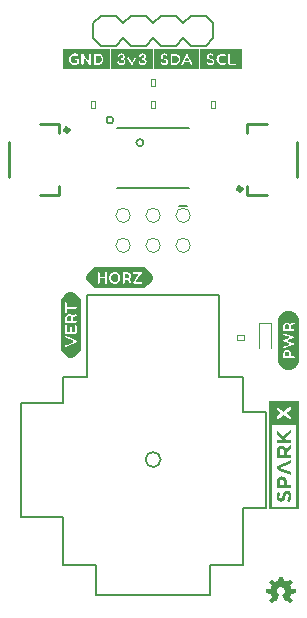
<source format=gto>
G04 #@! TF.FileFunction,Legend,Top*
%FSLAX46Y46*%
G04 Gerber Fmt 4.6, Leading zero omitted, Abs format (unit mm)*
G04 Created by KiCad (PCBNEW 4.0.6) date 02/21/18 15:14:43*
%MOMM*%
%LPD*%
G01*
G04 APERTURE LIST*
%ADD10C,0.100000*%
%ADD11C,0.120000*%
%ADD12C,0.203200*%
%ADD13C,0.066040*%
%ADD14C,0.254000*%
%ADD15C,0.400000*%
G04 APERTURE END LIST*
D10*
D11*
X159808800Y-117978400D02*
X158808800Y-117978400D01*
X158808800Y-117978400D02*
X158808800Y-120078400D01*
X159808800Y-117978400D02*
X159808800Y-120078400D01*
D12*
X155448000Y-115570000D02*
X144272000Y-115570000D01*
X154686000Y-140970000D02*
X145034000Y-140970000D01*
X154686000Y-140970000D02*
X154686000Y-138430000D01*
X145034000Y-140970000D02*
X145034000Y-138430000D01*
X154686000Y-138430000D02*
X157480000Y-138430000D01*
X145034000Y-138430000D02*
X142240000Y-138430000D01*
X159385000Y-125476000D02*
X159385000Y-133604000D01*
X157480000Y-125476000D02*
X157480000Y-122555000D01*
X157480000Y-133604000D02*
X157480000Y-138430000D01*
X157480000Y-125476000D02*
X159385000Y-125476000D01*
X157480000Y-133604000D02*
X159385000Y-133604000D01*
X157480000Y-122555000D02*
X155448000Y-122555000D01*
X144272000Y-122555000D02*
X142240000Y-122555000D01*
X155448000Y-115570000D02*
X155448000Y-122555000D01*
X144272000Y-115570000D02*
X144272000Y-122555000D01*
X142240000Y-124714000D02*
X138684000Y-124714000D01*
X142240000Y-134366000D02*
X138684000Y-134366000D01*
X138684000Y-124714000D02*
X138684000Y-134366000D01*
X142240000Y-124714000D02*
X142240000Y-122555000D01*
X142240000Y-134366000D02*
X142240000Y-138430000D01*
X150495000Y-129540000D02*
G75*
G03X150495000Y-129540000I-635000J0D01*
G01*
D13*
X150058120Y-97287080D02*
X149661880Y-97287080D01*
X149661880Y-97287080D02*
X149661880Y-97886520D01*
X150058120Y-97886520D02*
X149661880Y-97886520D01*
X150058120Y-97287080D02*
X150058120Y-97886520D01*
D14*
X162080000Y-105640000D02*
X162080000Y-102640000D01*
X159480000Y-107140000D02*
X157830000Y-107140000D01*
X157830000Y-101890000D02*
X157830000Y-101140000D01*
X157830000Y-101140000D02*
X159480000Y-101140000D01*
X157830000Y-107140000D02*
X157830000Y-106390000D01*
D15*
X157321400Y-106640000D02*
G75*
G03X157321400Y-106640000I-141400J0D01*
G01*
D14*
X137640000Y-102640000D02*
X137640000Y-105640000D01*
X140240000Y-101140000D02*
X141890000Y-101140000D01*
X141890000Y-106390000D02*
X141890000Y-107140000D01*
X141890000Y-107140000D02*
X140240000Y-107140000D01*
X141890000Y-101140000D02*
X141890000Y-101890000D01*
D15*
X142681400Y-101640000D02*
G75*
G03X142681400Y-101640000I-141400J0D01*
G01*
D10*
G36*
X161917000Y-140837831D02*
X161917000Y-140517831D01*
X161557000Y-140457831D01*
X161557000Y-140417831D01*
X161547000Y-140407831D01*
X161547000Y-140387831D01*
X161537000Y-140377831D01*
X161527000Y-140357831D01*
X161527000Y-140337831D01*
X161517000Y-140327831D01*
X161517000Y-140307831D01*
X161507000Y-140297831D01*
X161497000Y-140277831D01*
X161487000Y-140267831D01*
X161487000Y-140247831D01*
X161477000Y-140237831D01*
X161467000Y-140217831D01*
X161457000Y-140207831D01*
X161667000Y-139917831D01*
X161437000Y-139697831D01*
X161147000Y-139897831D01*
X161137000Y-139887831D01*
X161117000Y-139877831D01*
X161107000Y-139877831D01*
X161087000Y-139867831D01*
X161077000Y-139857831D01*
X161057000Y-139847831D01*
X161047000Y-139847831D01*
X161027000Y-139837831D01*
X161017000Y-139827831D01*
X160997000Y-139827831D01*
X160977000Y-139817831D01*
X160967000Y-139817831D01*
X160947000Y-139807831D01*
X160937000Y-139807831D01*
X160917000Y-139797831D01*
X160897000Y-139797831D01*
X160837000Y-139447831D01*
X160517000Y-139447831D01*
X160457000Y-139797831D01*
X160447000Y-139797831D01*
X160427000Y-139807831D01*
X160407000Y-139807831D01*
X160397000Y-139817831D01*
X160377000Y-139817831D01*
X160357000Y-139827831D01*
X160347000Y-139827831D01*
X160327000Y-139837831D01*
X160317000Y-139847831D01*
X160297000Y-139847831D01*
X160287000Y-139857831D01*
X160267000Y-139867831D01*
X160257000Y-139877831D01*
X160237000Y-139877831D01*
X160227000Y-139887831D01*
X160207000Y-139897831D01*
X159917000Y-139697831D01*
X159697000Y-139917831D01*
X159897000Y-140207831D01*
X159887000Y-140217831D01*
X159887000Y-140237831D01*
X159877000Y-140247831D01*
X159867000Y-140267831D01*
X159857000Y-140277831D01*
X159857000Y-140297831D01*
X159847000Y-140307831D01*
X159837000Y-140327831D01*
X159837000Y-140337831D01*
X159817000Y-140377831D01*
X159817000Y-140387831D01*
X159807000Y-140407831D01*
X159807000Y-140417831D01*
X159797000Y-140437831D01*
X159797000Y-140457831D01*
X159447000Y-140517831D01*
X159447000Y-140837831D01*
X159797000Y-140897831D01*
X159797000Y-140907831D01*
X159807000Y-140927831D01*
X159807000Y-140947831D01*
X159817000Y-140957831D01*
X159817000Y-140977831D01*
X159827000Y-140987831D01*
X159837000Y-141007831D01*
X159837000Y-141027831D01*
X159847000Y-141037831D01*
X159847000Y-141057831D01*
X159857000Y-141067831D01*
X159867000Y-141087831D01*
X159877000Y-141097831D01*
X159887000Y-141117831D01*
X159887000Y-141127831D01*
X159897000Y-141147831D01*
X159697000Y-141427831D01*
X159917000Y-141657831D01*
X160207000Y-141457831D01*
X160217000Y-141457831D01*
X160227000Y-141467831D01*
X160237000Y-141467831D01*
X160247000Y-141477831D01*
X160257000Y-141477831D01*
X160267000Y-141487831D01*
X160277000Y-141487831D01*
X160287000Y-141497831D01*
X160297000Y-141497831D01*
X160307000Y-141507831D01*
X160317000Y-141507831D01*
X160327000Y-141517831D01*
X160347000Y-141517831D01*
X160357000Y-141527831D01*
X160557000Y-140987831D01*
X160527000Y-140977831D01*
X160487000Y-140957831D01*
X160467000Y-140937831D01*
X160447000Y-140927831D01*
X160427000Y-140907831D01*
X160417000Y-140887831D01*
X160397000Y-140867831D01*
X160377000Y-140827831D01*
X160367000Y-140797831D01*
X160347000Y-140757831D01*
X160347000Y-140727831D01*
X160337000Y-140697831D01*
X160337000Y-140637831D01*
X160377000Y-140517831D01*
X160417000Y-140457831D01*
X160437000Y-140437831D01*
X160467000Y-140417831D01*
X160487000Y-140397831D01*
X160517000Y-140377831D01*
X160547000Y-140367831D01*
X160577000Y-140347831D01*
X160607000Y-140347831D01*
X160647000Y-140337831D01*
X160717000Y-140337831D01*
X160747000Y-140347831D01*
X160777000Y-140347831D01*
X160807000Y-140367831D01*
X160837000Y-140377831D01*
X160897000Y-140417831D01*
X160937000Y-140457831D01*
X160977000Y-140517831D01*
X160987000Y-140547831D01*
X161007000Y-140577831D01*
X161007000Y-140607831D01*
X161017000Y-140637831D01*
X161017000Y-140727831D01*
X161007000Y-140757831D01*
X161007000Y-140777831D01*
X160997000Y-140797831D01*
X160987000Y-140827831D01*
X160977000Y-140847831D01*
X160957000Y-140867831D01*
X160947000Y-140887831D01*
X160907000Y-140927831D01*
X160887000Y-140937831D01*
X160867000Y-140957831D01*
X160807000Y-140987831D01*
X161007000Y-141527831D01*
X161007000Y-141517831D01*
X161027000Y-141517831D01*
X161037000Y-141507831D01*
X161047000Y-141507831D01*
X161057000Y-141497831D01*
X161067000Y-141497831D01*
X161077000Y-141487831D01*
X161097000Y-141487831D01*
X161107000Y-141477831D01*
X161117000Y-141477831D01*
X161137000Y-141457831D01*
X161147000Y-141457831D01*
X161437000Y-141657831D01*
X161667000Y-141427831D01*
X161457000Y-141147831D01*
X161467000Y-141127831D01*
X161477000Y-141117831D01*
X161487000Y-141097831D01*
X161487000Y-141087831D01*
X161497000Y-141067831D01*
X161507000Y-141057831D01*
X161517000Y-141037831D01*
X161517000Y-141027831D01*
X161537000Y-140987831D01*
X161537000Y-140977831D01*
X161547000Y-140957831D01*
X161547000Y-140947831D01*
X161557000Y-140927831D01*
X161557000Y-140907831D01*
X161567000Y-140897831D01*
X161917000Y-140837831D01*
G37*
G36*
X159668872Y-133756400D02*
X162199928Y-133756400D01*
X162199928Y-126737466D01*
X161964928Y-126737466D01*
X161964928Y-133521400D01*
X159903872Y-133521400D01*
X159903872Y-126655169D01*
X161057641Y-126655169D01*
X161057641Y-125884331D01*
X160924341Y-125792891D01*
X160321753Y-126202541D01*
X160321753Y-125887075D01*
X160719516Y-125629212D01*
X160321753Y-125369522D01*
X160321753Y-125063200D01*
X160920684Y-125472850D01*
X161057641Y-125379378D01*
X161057641Y-124612400D01*
X159668872Y-124612400D01*
X159668872Y-126655169D01*
X159668872Y-133756400D01*
G37*
G36*
X161057641Y-124612400D02*
X161057641Y-125379378D01*
X161547963Y-125044912D01*
X161547963Y-125046741D01*
X161547963Y-125362209D01*
X161127338Y-125637444D01*
X161547963Y-125914506D01*
X161547963Y-126220828D01*
X161057641Y-125884331D01*
X161057641Y-126655169D01*
X161964928Y-126655169D01*
X161964928Y-126737466D01*
X162199928Y-126737466D01*
X162199928Y-126655169D01*
X162199928Y-124612400D01*
X161057641Y-124612400D01*
G37*
G36*
X160305294Y-132665522D02*
X160311997Y-132756047D01*
X160331809Y-132838344D01*
X160363816Y-132911494D01*
X160406791Y-132973675D01*
X160460437Y-133023763D01*
X160522919Y-133061456D01*
X160594344Y-133084925D01*
X160633766Y-133088684D01*
X160633766Y-132821781D01*
X160608262Y-132815788D01*
X160574125Y-132786222D01*
X160551062Y-132736844D01*
X160543037Y-132668263D01*
X160551166Y-132589625D01*
X160575041Y-132510988D01*
X160633766Y-132404409D01*
X160633766Y-132329428D01*
X160460741Y-132210150D01*
X160394194Y-132309516D01*
X160345525Y-132417719D01*
X160315453Y-132536081D01*
X160305294Y-132665522D01*
G37*
G36*
X160633766Y-132329428D02*
X160633766Y-132404409D01*
X160663737Y-132350053D01*
X160633766Y-132329428D01*
G37*
G36*
X160633766Y-132821781D02*
X160633766Y-133088684D01*
X160674709Y-133092547D01*
X160678369Y-133092547D01*
X160761884Y-133085128D01*
X160831072Y-133063284D01*
X160887459Y-133028438D01*
X160933484Y-132981903D01*
X161002981Y-132853888D01*
X161054188Y-132684722D01*
X161090763Y-132559450D01*
X161125509Y-132483556D01*
X161163000Y-132446978D01*
X161209634Y-132436922D01*
X161213291Y-132436922D01*
X161261959Y-132448606D01*
X161298331Y-132483556D01*
X161321394Y-132539334D01*
X161329422Y-132614316D01*
X161319259Y-132715406D01*
X161289188Y-132808169D01*
X161241944Y-132895644D01*
X161180375Y-132980988D01*
X161371484Y-133140094D01*
X161458553Y-133023763D01*
X161519616Y-132895034D01*
X161555888Y-132758791D01*
X161568078Y-132619800D01*
X161561781Y-132524397D01*
X161542475Y-132437834D01*
X161511388Y-132361534D01*
X161469325Y-132296103D01*
X161415375Y-132243372D01*
X161350453Y-132203750D01*
X161274353Y-132179059D01*
X161188603Y-132170831D01*
X161184947Y-132170831D01*
X161181288Y-132170831D01*
X161106409Y-132177128D01*
X161043213Y-132196434D01*
X160989163Y-132228234D01*
X160942628Y-132272328D01*
X160869478Y-132394859D01*
X160814612Y-132561278D01*
X160778037Y-132692038D01*
X160745119Y-132773419D01*
X160705800Y-132814569D01*
X160653678Y-132825541D01*
X160650022Y-132825541D01*
X160633766Y-132821781D01*
G37*
G36*
X160633766Y-127321259D02*
X160633766Y-127637031D01*
X160857591Y-127844803D01*
X160633766Y-127844803D01*
X160633766Y-128114553D01*
X161547963Y-128114553D01*
X161547963Y-127844803D01*
X161173059Y-127844803D01*
X161025841Y-127703072D01*
X161547963Y-127322681D01*
X161547963Y-126998984D01*
X160842047Y-127521106D01*
X160633766Y-127321259D01*
G37*
G36*
X160633766Y-127321259D02*
X160321753Y-127021844D01*
X160321753Y-127347372D01*
X160633766Y-127637031D01*
X160633766Y-127321259D01*
G37*
G36*
X160633766Y-127844803D02*
X160321753Y-127844803D01*
X160321753Y-128114553D01*
X160633766Y-128114553D01*
X160633766Y-127844803D01*
G37*
G36*
X160633766Y-128367128D02*
X160633766Y-128668881D01*
X160663737Y-128645919D01*
X160740547Y-128632103D01*
X160743291Y-128632103D01*
X160813903Y-128645209D01*
X160869478Y-128685137D01*
X160904937Y-128750262D01*
X160917025Y-128838756D01*
X160917025Y-129112162D01*
X160633766Y-129112162D01*
X160633766Y-129381909D01*
X161547963Y-129381909D01*
X161547963Y-129112162D01*
X161155684Y-129112162D01*
X161155684Y-128900022D01*
X161547963Y-128637587D01*
X161547963Y-128322122D01*
X161109966Y-128622044D01*
X161053678Y-128515669D01*
X160972806Y-128431850D01*
X160865412Y-128377087D01*
X160730487Y-128358697D01*
X160726831Y-128358697D01*
X160636712Y-128366216D01*
X160633766Y-128367128D01*
G37*
G36*
X160633766Y-128367128D02*
X160556853Y-128388975D01*
X160487562Y-128426972D01*
X160428737Y-128480312D01*
X160381900Y-128547369D01*
X160348472Y-128626516D01*
X160328456Y-128717853D01*
X160321753Y-128821384D01*
X160321753Y-129381909D01*
X160633766Y-129381909D01*
X160633766Y-129112162D01*
X160564981Y-129112162D01*
X160564981Y-128844244D01*
X160575956Y-128755037D01*
X160608875Y-128687881D01*
X160633766Y-128668881D01*
X160633766Y-128367128D01*
G37*
G36*
X160633766Y-129960319D02*
X160633766Y-130482441D01*
X161547963Y-130871469D01*
X161547963Y-130596234D01*
X160637219Y-130224988D01*
X161547963Y-129853741D01*
X161547963Y-129571191D01*
X160633766Y-129960319D01*
G37*
G36*
X160633766Y-129960319D02*
X160312609Y-130096972D01*
X160312609Y-130345688D01*
X160633766Y-130482441D01*
X160633766Y-129960319D01*
G37*
G36*
X160633766Y-130979775D02*
X160633766Y-131281525D01*
X160670647Y-131253584D01*
X160750606Y-131239056D01*
X160754262Y-131239056D01*
X160826703Y-131252875D01*
X160886850Y-131294834D01*
X160926781Y-131362197D01*
X160939888Y-131452113D01*
X160939888Y-131666081D01*
X160633766Y-131666081D01*
X160633766Y-131936744D01*
X161546134Y-131936744D01*
X161546134Y-131666997D01*
X161178544Y-131666997D01*
X161178544Y-131462172D01*
X161171638Y-131362197D01*
X161151113Y-131268319D01*
X161116975Y-131183888D01*
X161069731Y-131111041D01*
X161008569Y-131050791D01*
X160934400Y-131004972D01*
X160847228Y-130976219D01*
X160746947Y-130966566D01*
X160748778Y-130965650D01*
X160745119Y-130965650D01*
X160654594Y-130973778D01*
X160633766Y-130979775D01*
G37*
G36*
X160633766Y-130979775D02*
X160572297Y-130997656D01*
X160499653Y-131037075D01*
X160437881Y-131090925D01*
X160388300Y-131157981D01*
X160351012Y-131238144D01*
X160327950Y-131330700D01*
X160319922Y-131435653D01*
X160319922Y-131936744D01*
X160633766Y-131936744D01*
X160633766Y-131666081D01*
X160564981Y-131666081D01*
X160564981Y-131457597D01*
X160576769Y-131366666D01*
X160612531Y-131297578D01*
X160633766Y-131281525D01*
X160633766Y-130979775D01*
G37*
D13*
X154741880Y-99766120D02*
X155138120Y-99766120D01*
X155138120Y-99766120D02*
X155138120Y-99166680D01*
X154741880Y-99166680D02*
X155138120Y-99166680D01*
X154741880Y-99766120D02*
X154741880Y-99166680D01*
D12*
X153035000Y-91948000D02*
X154305000Y-91948000D01*
X154305000Y-91948000D02*
X154940000Y-92583000D01*
X154940000Y-93853000D02*
X154305000Y-94488000D01*
X149860000Y-92583000D02*
X150495000Y-91948000D01*
X150495000Y-91948000D02*
X151765000Y-91948000D01*
X151765000Y-91948000D02*
X152400000Y-92583000D01*
X152400000Y-93853000D02*
X151765000Y-94488000D01*
X151765000Y-94488000D02*
X150495000Y-94488000D01*
X150495000Y-94488000D02*
X149860000Y-93853000D01*
X153035000Y-91948000D02*
X152400000Y-92583000D01*
X152400000Y-93853000D02*
X153035000Y-94488000D01*
X154305000Y-94488000D02*
X153035000Y-94488000D01*
X145415000Y-91948000D02*
X146685000Y-91948000D01*
X146685000Y-91948000D02*
X147320000Y-92583000D01*
X147320000Y-93853000D02*
X146685000Y-94488000D01*
X147320000Y-92583000D02*
X147955000Y-91948000D01*
X147955000Y-91948000D02*
X149225000Y-91948000D01*
X149225000Y-91948000D02*
X149860000Y-92583000D01*
X149860000Y-93853000D02*
X149225000Y-94488000D01*
X149225000Y-94488000D02*
X147955000Y-94488000D01*
X147955000Y-94488000D02*
X147320000Y-93853000D01*
X144780000Y-92583000D02*
X144780000Y-93853000D01*
X145415000Y-91948000D02*
X144780000Y-92583000D01*
X144780000Y-93853000D02*
X145415000Y-94488000D01*
X146685000Y-94488000D02*
X145415000Y-94488000D01*
X154940000Y-92583000D02*
X154940000Y-93853000D01*
X152755600Y-108077000D02*
X152067260Y-108077000D01*
X152041860Y-108077000D02*
X152730200Y-108077000D01*
D10*
X153009600Y-111404400D02*
G75*
G03X153009600Y-111404400I-609600J0D01*
G01*
X150469600Y-111404400D02*
G75*
G03X150469600Y-111404400I-609600J0D01*
G01*
X147929600Y-111404400D02*
G75*
G03X147929600Y-111404400I-609600J0D01*
G01*
X153009600Y-108864400D02*
G75*
G03X153009600Y-108864400I-609600J0D01*
G01*
X150469600Y-108864400D02*
G75*
G03X150469600Y-108864400I-609600J0D01*
G01*
X147929600Y-108864400D02*
G75*
G03X147929600Y-108864400I-609600J0D01*
G01*
D13*
X144581880Y-99766120D02*
X144978120Y-99766120D01*
X144978120Y-99766120D02*
X144978120Y-99166680D01*
X144581880Y-99166680D02*
X144978120Y-99166680D01*
X144581880Y-99766120D02*
X144581880Y-99166680D01*
X149661880Y-99816920D02*
X150058120Y-99816920D01*
X150058120Y-99816920D02*
X150058120Y-99217480D01*
X149661880Y-99217480D02*
X150058120Y-99217480D01*
X149661880Y-99816920D02*
X149661880Y-99217480D01*
X142209520Y-94825820D02*
X146090640Y-94825820D01*
X146090640Y-94825820D02*
X146090640Y-94787720D01*
X142209520Y-94787720D02*
X146090640Y-94787720D01*
X142209520Y-94825820D02*
X142209520Y-94787720D01*
X142209520Y-94866460D02*
X146090640Y-94866460D01*
X146090640Y-94866460D02*
X146090640Y-94825820D01*
X142209520Y-94825820D02*
X146090640Y-94825820D01*
X142209520Y-94866460D02*
X142209520Y-94825820D01*
X142209520Y-94907100D02*
X146090640Y-94907100D01*
X146090640Y-94907100D02*
X146090640Y-94866460D01*
X142209520Y-94866460D02*
X146090640Y-94866460D01*
X142209520Y-94907100D02*
X142209520Y-94866460D01*
X142209520Y-94947740D02*
X146090640Y-94947740D01*
X146090640Y-94947740D02*
X146090640Y-94907100D01*
X142209520Y-94907100D02*
X146090640Y-94907100D01*
X142209520Y-94947740D02*
X142209520Y-94907100D01*
X142209520Y-94985840D02*
X146090640Y-94985840D01*
X146090640Y-94985840D02*
X146090640Y-94947740D01*
X142209520Y-94947740D02*
X146090640Y-94947740D01*
X142209520Y-94985840D02*
X142209520Y-94947740D01*
X142209520Y-95026480D02*
X146090640Y-95026480D01*
X146090640Y-95026480D02*
X146090640Y-94985840D01*
X142209520Y-94985840D02*
X146090640Y-94985840D01*
X142209520Y-95026480D02*
X142209520Y-94985840D01*
X142209520Y-95067120D02*
X146090640Y-95067120D01*
X146090640Y-95067120D02*
X146090640Y-95026480D01*
X142209520Y-95026480D02*
X146090640Y-95026480D01*
X142209520Y-95067120D02*
X142209520Y-95026480D01*
X142209520Y-95107760D02*
X143090900Y-95107760D01*
X143090900Y-95107760D02*
X143090900Y-95067120D01*
X142209520Y-95067120D02*
X143090900Y-95067120D01*
X142209520Y-95107760D02*
X142209520Y-95067120D01*
X143291560Y-95107760D02*
X146090640Y-95107760D01*
X146090640Y-95107760D02*
X146090640Y-95067120D01*
X143291560Y-95067120D02*
X146090640Y-95067120D01*
X143291560Y-95107760D02*
X143291560Y-95067120D01*
X142209520Y-95145860D02*
X142971520Y-95145860D01*
X142971520Y-95145860D02*
X142971520Y-95107760D01*
X142209520Y-95107760D02*
X142971520Y-95107760D01*
X142209520Y-95145860D02*
X142209520Y-95107760D01*
X143410940Y-95145860D02*
X143730980Y-95145860D01*
X143730980Y-95145860D02*
X143730980Y-95107760D01*
X143410940Y-95107760D02*
X143730980Y-95107760D01*
X143410940Y-95145860D02*
X143410940Y-95107760D01*
X143931640Y-95145860D02*
X144411700Y-95145860D01*
X144411700Y-95145860D02*
X144411700Y-95107760D01*
X143931640Y-95107760D02*
X144411700Y-95107760D01*
X143931640Y-95145860D02*
X143931640Y-95107760D01*
X144609820Y-95145860D02*
X144769840Y-95145860D01*
X144769840Y-95145860D02*
X144769840Y-95107760D01*
X144609820Y-95107760D02*
X144769840Y-95107760D01*
X144609820Y-95145860D02*
X144609820Y-95107760D01*
X145331180Y-95145860D02*
X146090640Y-95145860D01*
X146090640Y-95145860D02*
X146090640Y-95107760D01*
X145331180Y-95107760D02*
X146090640Y-95107760D01*
X145331180Y-95145860D02*
X145331180Y-95107760D01*
X142209520Y-95186500D02*
X142890240Y-95186500D01*
X142890240Y-95186500D02*
X142890240Y-95145860D01*
X142209520Y-95145860D02*
X142890240Y-95145860D01*
X142209520Y-95186500D02*
X142209520Y-95145860D01*
X143489680Y-95186500D02*
X143690340Y-95186500D01*
X143690340Y-95186500D02*
X143690340Y-95145860D01*
X143489680Y-95145860D02*
X143690340Y-95145860D01*
X143489680Y-95186500D02*
X143489680Y-95145860D01*
X143969740Y-95186500D02*
X144371060Y-95186500D01*
X144371060Y-95186500D02*
X144371060Y-95145860D01*
X143969740Y-95145860D02*
X144371060Y-95145860D01*
X143969740Y-95186500D02*
X143969740Y-95145860D01*
X144609820Y-95186500D02*
X144731740Y-95186500D01*
X144731740Y-95186500D02*
X144731740Y-95145860D01*
X144609820Y-95145860D02*
X144731740Y-95145860D01*
X144609820Y-95186500D02*
X144609820Y-95145860D01*
X145409920Y-95186500D02*
X146090640Y-95186500D01*
X146090640Y-95186500D02*
X146090640Y-95145860D01*
X145409920Y-95145860D02*
X146090640Y-95145860D01*
X145409920Y-95186500D02*
X145409920Y-95145860D01*
X142209520Y-95227140D02*
X142849600Y-95227140D01*
X142849600Y-95227140D02*
X142849600Y-95186500D01*
X142209520Y-95186500D02*
X142849600Y-95186500D01*
X142209520Y-95227140D02*
X142209520Y-95186500D01*
X143530320Y-95227140D02*
X143690340Y-95227140D01*
X143690340Y-95227140D02*
X143690340Y-95186500D01*
X143530320Y-95186500D02*
X143690340Y-95186500D01*
X143530320Y-95227140D02*
X143530320Y-95186500D01*
X144010380Y-95227140D02*
X144371060Y-95227140D01*
X144371060Y-95227140D02*
X144371060Y-95186500D01*
X144010380Y-95186500D02*
X144371060Y-95186500D01*
X144010380Y-95227140D02*
X144010380Y-95186500D01*
X144609820Y-95227140D02*
X144731740Y-95227140D01*
X144731740Y-95227140D02*
X144731740Y-95186500D01*
X144609820Y-95186500D02*
X144731740Y-95186500D01*
X144609820Y-95227140D02*
X144609820Y-95186500D01*
X145450560Y-95227140D02*
X146090640Y-95227140D01*
X146090640Y-95227140D02*
X146090640Y-95186500D01*
X145450560Y-95186500D02*
X146090640Y-95186500D01*
X145450560Y-95227140D02*
X145450560Y-95186500D01*
X142209520Y-95267780D02*
X142811500Y-95267780D01*
X142811500Y-95267780D02*
X142811500Y-95227140D01*
X142209520Y-95227140D02*
X142811500Y-95227140D01*
X142209520Y-95267780D02*
X142209520Y-95227140D01*
X143530320Y-95267780D02*
X143690340Y-95267780D01*
X143690340Y-95267780D02*
X143690340Y-95227140D01*
X143530320Y-95227140D02*
X143690340Y-95227140D01*
X143530320Y-95267780D02*
X143530320Y-95227140D01*
X144010380Y-95267780D02*
X144371060Y-95267780D01*
X144371060Y-95267780D02*
X144371060Y-95227140D01*
X144010380Y-95227140D02*
X144371060Y-95227140D01*
X144010380Y-95267780D02*
X144010380Y-95227140D01*
X144609820Y-95267780D02*
X144731740Y-95267780D01*
X144731740Y-95267780D02*
X144731740Y-95227140D01*
X144609820Y-95227140D02*
X144731740Y-95227140D01*
X144609820Y-95267780D02*
X144609820Y-95227140D01*
X145491200Y-95267780D02*
X146090640Y-95267780D01*
X146090640Y-95267780D02*
X146090640Y-95227140D01*
X145491200Y-95227140D02*
X146090640Y-95227140D01*
X145491200Y-95267780D02*
X145491200Y-95227140D01*
X142209520Y-95305880D02*
X142770860Y-95305880D01*
X142770860Y-95305880D02*
X142770860Y-95267780D01*
X142209520Y-95267780D02*
X142770860Y-95267780D01*
X142209520Y-95305880D02*
X142209520Y-95267780D01*
X143530320Y-95305880D02*
X143690340Y-95305880D01*
X143690340Y-95305880D02*
X143690340Y-95267780D01*
X143530320Y-95267780D02*
X143690340Y-95267780D01*
X143530320Y-95305880D02*
X143530320Y-95267780D01*
X144051020Y-95305880D02*
X144371060Y-95305880D01*
X144371060Y-95305880D02*
X144371060Y-95267780D01*
X144051020Y-95267780D02*
X144371060Y-95267780D01*
X144051020Y-95305880D02*
X144051020Y-95267780D01*
X144609820Y-95305880D02*
X144731740Y-95305880D01*
X144731740Y-95305880D02*
X144731740Y-95267780D01*
X144609820Y-95267780D02*
X144731740Y-95267780D01*
X144609820Y-95305880D02*
X144609820Y-95267780D01*
X145531840Y-95305880D02*
X146090640Y-95305880D01*
X146090640Y-95305880D02*
X146090640Y-95267780D01*
X145531840Y-95267780D02*
X146090640Y-95267780D01*
X145531840Y-95305880D02*
X145531840Y-95267780D01*
X142209520Y-95346520D02*
X142730220Y-95346520D01*
X142730220Y-95346520D02*
X142730220Y-95305880D01*
X142209520Y-95305880D02*
X142730220Y-95305880D01*
X142209520Y-95346520D02*
X142209520Y-95305880D01*
X143530320Y-95346520D02*
X143690340Y-95346520D01*
X143690340Y-95346520D02*
X143690340Y-95305880D01*
X143530320Y-95305880D02*
X143690340Y-95305880D01*
X143530320Y-95346520D02*
X143530320Y-95305880D01*
X144091660Y-95346520D02*
X144371060Y-95346520D01*
X144371060Y-95346520D02*
X144371060Y-95305880D01*
X144091660Y-95305880D02*
X144371060Y-95305880D01*
X144091660Y-95346520D02*
X144091660Y-95305880D01*
X144609820Y-95346520D02*
X144731740Y-95346520D01*
X144731740Y-95346520D02*
X144731740Y-95305880D01*
X144609820Y-95305880D02*
X144731740Y-95305880D01*
X144609820Y-95346520D02*
X144609820Y-95305880D01*
X145569940Y-95346520D02*
X146090640Y-95346520D01*
X146090640Y-95346520D02*
X146090640Y-95305880D01*
X145569940Y-95305880D02*
X146090640Y-95305880D01*
X145569940Y-95346520D02*
X145569940Y-95305880D01*
X142209520Y-95387160D02*
X142689580Y-95387160D01*
X142689580Y-95387160D02*
X142689580Y-95346520D01*
X142209520Y-95346520D02*
X142689580Y-95346520D01*
X142209520Y-95387160D02*
X142209520Y-95346520D01*
X143009620Y-95387160D02*
X143329660Y-95387160D01*
X143329660Y-95387160D02*
X143329660Y-95346520D01*
X143009620Y-95346520D02*
X143329660Y-95346520D01*
X143009620Y-95387160D02*
X143009620Y-95346520D01*
X143489680Y-95387160D02*
X143690340Y-95387160D01*
X143690340Y-95387160D02*
X143690340Y-95346520D01*
X143489680Y-95346520D02*
X143690340Y-95346520D01*
X143489680Y-95387160D02*
X143489680Y-95346520D01*
X144129760Y-95387160D02*
X144371060Y-95387160D01*
X144371060Y-95387160D02*
X144371060Y-95346520D01*
X144129760Y-95346520D02*
X144371060Y-95346520D01*
X144129760Y-95387160D02*
X144129760Y-95346520D01*
X144609820Y-95387160D02*
X144731740Y-95387160D01*
X144731740Y-95387160D02*
X144731740Y-95346520D01*
X144609820Y-95346520D02*
X144731740Y-95346520D01*
X144609820Y-95387160D02*
X144609820Y-95346520D01*
X145011140Y-95387160D02*
X145249900Y-95387160D01*
X145249900Y-95387160D02*
X145249900Y-95346520D01*
X145011140Y-95346520D02*
X145249900Y-95346520D01*
X145011140Y-95387160D02*
X145011140Y-95346520D01*
X145610580Y-95387160D02*
X146090640Y-95387160D01*
X146090640Y-95387160D02*
X146090640Y-95346520D01*
X145610580Y-95346520D02*
X146090640Y-95346520D01*
X145610580Y-95387160D02*
X145610580Y-95346520D01*
X142209520Y-95427800D02*
X142689580Y-95427800D01*
X142689580Y-95427800D02*
X142689580Y-95387160D01*
X142209520Y-95387160D02*
X142689580Y-95387160D01*
X142209520Y-95427800D02*
X142209520Y-95387160D01*
X142971520Y-95427800D02*
X143690340Y-95427800D01*
X143690340Y-95427800D02*
X143690340Y-95387160D01*
X142971520Y-95387160D02*
X143690340Y-95387160D01*
X142971520Y-95427800D02*
X142971520Y-95387160D01*
X144129760Y-95427800D02*
X144371060Y-95427800D01*
X144371060Y-95427800D02*
X144371060Y-95387160D01*
X144129760Y-95387160D02*
X144371060Y-95387160D01*
X144129760Y-95427800D02*
X144129760Y-95387160D01*
X144609820Y-95427800D02*
X144731740Y-95427800D01*
X144731740Y-95427800D02*
X144731740Y-95387160D01*
X144609820Y-95387160D02*
X144731740Y-95387160D01*
X144609820Y-95427800D02*
X144609820Y-95387160D01*
X145011140Y-95427800D02*
X145331180Y-95427800D01*
X145331180Y-95427800D02*
X145331180Y-95387160D01*
X145011140Y-95387160D02*
X145331180Y-95387160D01*
X145011140Y-95427800D02*
X145011140Y-95387160D01*
X145610580Y-95427800D02*
X146090640Y-95427800D01*
X146090640Y-95427800D02*
X146090640Y-95387160D01*
X145610580Y-95387160D02*
X146090640Y-95387160D01*
X145610580Y-95427800D02*
X145610580Y-95387160D01*
X142209520Y-95465900D02*
X142689580Y-95465900D01*
X142689580Y-95465900D02*
X142689580Y-95427800D01*
X142209520Y-95427800D02*
X142689580Y-95427800D01*
X142209520Y-95465900D02*
X142209520Y-95427800D01*
X142930880Y-95465900D02*
X143690340Y-95465900D01*
X143690340Y-95465900D02*
X143690340Y-95427800D01*
X142930880Y-95427800D02*
X143690340Y-95427800D01*
X142930880Y-95465900D02*
X142930880Y-95427800D01*
X144170400Y-95465900D02*
X144371060Y-95465900D01*
X144371060Y-95465900D02*
X144371060Y-95427800D01*
X144170400Y-95427800D02*
X144371060Y-95427800D01*
X144170400Y-95465900D02*
X144170400Y-95427800D01*
X144609820Y-95465900D02*
X144731740Y-95465900D01*
X144731740Y-95465900D02*
X144731740Y-95427800D01*
X144609820Y-95427800D02*
X144731740Y-95427800D01*
X144609820Y-95465900D02*
X144609820Y-95427800D01*
X145011140Y-95465900D02*
X145331180Y-95465900D01*
X145331180Y-95465900D02*
X145331180Y-95427800D01*
X145011140Y-95427800D02*
X145331180Y-95427800D01*
X145011140Y-95465900D02*
X145011140Y-95427800D01*
X145610580Y-95465900D02*
X146090640Y-95465900D01*
X146090640Y-95465900D02*
X146090640Y-95427800D01*
X145610580Y-95427800D02*
X146090640Y-95427800D01*
X145610580Y-95465900D02*
X145610580Y-95427800D01*
X142209520Y-95506540D02*
X142651480Y-95506540D01*
X142651480Y-95506540D02*
X142651480Y-95465900D01*
X142209520Y-95465900D02*
X142651480Y-95465900D01*
X142209520Y-95506540D02*
X142209520Y-95465900D01*
X142930880Y-95506540D02*
X143690340Y-95506540D01*
X143690340Y-95506540D02*
X143690340Y-95465900D01*
X142930880Y-95465900D02*
X143690340Y-95465900D01*
X142930880Y-95506540D02*
X142930880Y-95465900D01*
X144211040Y-95506540D02*
X144371060Y-95506540D01*
X144371060Y-95506540D02*
X144371060Y-95465900D01*
X144211040Y-95465900D02*
X144371060Y-95465900D01*
X144211040Y-95506540D02*
X144211040Y-95465900D01*
X144609820Y-95506540D02*
X144731740Y-95506540D01*
X144731740Y-95506540D02*
X144731740Y-95465900D01*
X144609820Y-95465900D02*
X144731740Y-95465900D01*
X144609820Y-95506540D02*
X144609820Y-95465900D01*
X145011140Y-95506540D02*
X145371820Y-95506540D01*
X145371820Y-95506540D02*
X145371820Y-95465900D01*
X145011140Y-95465900D02*
X145371820Y-95465900D01*
X145011140Y-95506540D02*
X145011140Y-95465900D01*
X145651220Y-95506540D02*
X146090640Y-95506540D01*
X146090640Y-95506540D02*
X146090640Y-95465900D01*
X145651220Y-95465900D02*
X146090640Y-95465900D01*
X145651220Y-95506540D02*
X145651220Y-95465900D01*
X142209520Y-95547180D02*
X142651480Y-95547180D01*
X142651480Y-95547180D02*
X142651480Y-95506540D01*
X142209520Y-95506540D02*
X142651480Y-95506540D01*
X142209520Y-95547180D02*
X142209520Y-95506540D01*
X142890240Y-95547180D02*
X143169640Y-95547180D01*
X143169640Y-95547180D02*
X143169640Y-95506540D01*
X142890240Y-95506540D02*
X143169640Y-95506540D01*
X142890240Y-95547180D02*
X142890240Y-95506540D01*
X143530320Y-95547180D02*
X143690340Y-95547180D01*
X143690340Y-95547180D02*
X143690340Y-95506540D01*
X143530320Y-95506540D02*
X143690340Y-95506540D01*
X143530320Y-95547180D02*
X143530320Y-95506540D01*
X144251680Y-95547180D02*
X144371060Y-95547180D01*
X144371060Y-95547180D02*
X144371060Y-95506540D01*
X144251680Y-95506540D02*
X144371060Y-95506540D01*
X144251680Y-95547180D02*
X144251680Y-95506540D01*
X144609820Y-95547180D02*
X144731740Y-95547180D01*
X144731740Y-95547180D02*
X144731740Y-95506540D01*
X144609820Y-95506540D02*
X144731740Y-95506540D01*
X144609820Y-95547180D02*
X144609820Y-95506540D01*
X145011140Y-95547180D02*
X145409920Y-95547180D01*
X145409920Y-95547180D02*
X145409920Y-95506540D01*
X145011140Y-95506540D02*
X145409920Y-95506540D01*
X145011140Y-95547180D02*
X145011140Y-95506540D01*
X145651220Y-95547180D02*
X146090640Y-95547180D01*
X146090640Y-95547180D02*
X146090640Y-95506540D01*
X145651220Y-95506540D02*
X146090640Y-95506540D01*
X145651220Y-95547180D02*
X145651220Y-95506540D01*
X142209520Y-95587820D02*
X142651480Y-95587820D01*
X142651480Y-95587820D02*
X142651480Y-95547180D01*
X142209520Y-95547180D02*
X142651480Y-95547180D01*
X142209520Y-95587820D02*
X142209520Y-95547180D01*
X142890240Y-95587820D02*
X143131540Y-95587820D01*
X143131540Y-95587820D02*
X143131540Y-95547180D01*
X142890240Y-95547180D02*
X143131540Y-95547180D01*
X142890240Y-95587820D02*
X142890240Y-95547180D01*
X143570960Y-95587820D02*
X143690340Y-95587820D01*
X143690340Y-95587820D02*
X143690340Y-95547180D01*
X143570960Y-95547180D02*
X143690340Y-95547180D01*
X143570960Y-95587820D02*
X143570960Y-95547180D01*
X144251680Y-95587820D02*
X144371060Y-95587820D01*
X144371060Y-95587820D02*
X144371060Y-95547180D01*
X144251680Y-95547180D02*
X144371060Y-95547180D01*
X144251680Y-95587820D02*
X144251680Y-95547180D01*
X144609820Y-95587820D02*
X144731740Y-95587820D01*
X144731740Y-95587820D02*
X144731740Y-95547180D01*
X144609820Y-95547180D02*
X144731740Y-95547180D01*
X144609820Y-95587820D02*
X144609820Y-95547180D01*
X145011140Y-95587820D02*
X145409920Y-95587820D01*
X145409920Y-95587820D02*
X145409920Y-95547180D01*
X145011140Y-95547180D02*
X145409920Y-95547180D01*
X145011140Y-95587820D02*
X145011140Y-95547180D01*
X145651220Y-95587820D02*
X146090640Y-95587820D01*
X146090640Y-95587820D02*
X146090640Y-95547180D01*
X145651220Y-95547180D02*
X146090640Y-95547180D01*
X145651220Y-95587820D02*
X145651220Y-95547180D01*
X142209520Y-95623380D02*
X142651480Y-95623380D01*
X142651480Y-95623380D02*
X142651480Y-95587820D01*
X142209520Y-95587820D02*
X142651480Y-95587820D01*
X142209520Y-95623380D02*
X142209520Y-95587820D01*
X142890240Y-95623380D02*
X143131540Y-95623380D01*
X143131540Y-95623380D02*
X143131540Y-95587820D01*
X142890240Y-95587820D02*
X143131540Y-95587820D01*
X142890240Y-95623380D02*
X142890240Y-95587820D01*
X143570960Y-95623380D02*
X143690340Y-95623380D01*
X143690340Y-95623380D02*
X143690340Y-95587820D01*
X143570960Y-95587820D02*
X143690340Y-95587820D01*
X143570960Y-95623380D02*
X143570960Y-95587820D01*
X143969740Y-95623380D02*
X144010380Y-95623380D01*
X144010380Y-95623380D02*
X144010380Y-95587820D01*
X143969740Y-95587820D02*
X144010380Y-95587820D01*
X143969740Y-95623380D02*
X143969740Y-95587820D01*
X144289780Y-95623380D02*
X144371060Y-95623380D01*
X144371060Y-95623380D02*
X144371060Y-95587820D01*
X144289780Y-95587820D02*
X144371060Y-95587820D01*
X144289780Y-95623380D02*
X144289780Y-95587820D01*
X144609820Y-95623380D02*
X144731740Y-95623380D01*
X144731740Y-95623380D02*
X144731740Y-95587820D01*
X144609820Y-95587820D02*
X144731740Y-95587820D01*
X144609820Y-95623380D02*
X144609820Y-95587820D01*
X145011140Y-95623380D02*
X145409920Y-95623380D01*
X145409920Y-95623380D02*
X145409920Y-95587820D01*
X145011140Y-95587820D02*
X145409920Y-95587820D01*
X145011140Y-95623380D02*
X145011140Y-95587820D01*
X145651220Y-95623380D02*
X146090640Y-95623380D01*
X146090640Y-95623380D02*
X146090640Y-95587820D01*
X145651220Y-95587820D02*
X146090640Y-95587820D01*
X145651220Y-95623380D02*
X145651220Y-95587820D01*
X142209520Y-95664020D02*
X142651480Y-95664020D01*
X142651480Y-95664020D02*
X142651480Y-95623380D01*
X142209520Y-95623380D02*
X142651480Y-95623380D01*
X142209520Y-95664020D02*
X142209520Y-95623380D01*
X142890240Y-95664020D02*
X143131540Y-95664020D01*
X143131540Y-95664020D02*
X143131540Y-95623380D01*
X142890240Y-95623380D02*
X143131540Y-95623380D01*
X142890240Y-95664020D02*
X142890240Y-95623380D01*
X143570960Y-95664020D02*
X143690340Y-95664020D01*
X143690340Y-95664020D02*
X143690340Y-95623380D01*
X143570960Y-95623380D02*
X143690340Y-95623380D01*
X143570960Y-95664020D02*
X143570960Y-95623380D01*
X143969740Y-95664020D02*
X144051020Y-95664020D01*
X144051020Y-95664020D02*
X144051020Y-95623380D01*
X143969740Y-95623380D02*
X144051020Y-95623380D01*
X143969740Y-95664020D02*
X143969740Y-95623380D01*
X144330420Y-95664020D02*
X144371060Y-95664020D01*
X144371060Y-95664020D02*
X144371060Y-95623380D01*
X144330420Y-95623380D02*
X144371060Y-95623380D01*
X144330420Y-95664020D02*
X144330420Y-95623380D01*
X144609820Y-95664020D02*
X144731740Y-95664020D01*
X144731740Y-95664020D02*
X144731740Y-95623380D01*
X144609820Y-95623380D02*
X144731740Y-95623380D01*
X144609820Y-95664020D02*
X144609820Y-95623380D01*
X145011140Y-95664020D02*
X145409920Y-95664020D01*
X145409920Y-95664020D02*
X145409920Y-95623380D01*
X145011140Y-95623380D02*
X145409920Y-95623380D01*
X145011140Y-95664020D02*
X145011140Y-95623380D01*
X145651220Y-95664020D02*
X146090640Y-95664020D01*
X146090640Y-95664020D02*
X146090640Y-95623380D01*
X145651220Y-95623380D02*
X146090640Y-95623380D01*
X145651220Y-95664020D02*
X145651220Y-95623380D01*
X142209520Y-95704660D02*
X142651480Y-95704660D01*
X142651480Y-95704660D02*
X142651480Y-95664020D01*
X142209520Y-95664020D02*
X142651480Y-95664020D01*
X142209520Y-95704660D02*
X142209520Y-95664020D01*
X142890240Y-95704660D02*
X143131540Y-95704660D01*
X143131540Y-95704660D02*
X143131540Y-95664020D01*
X142890240Y-95664020D02*
X143131540Y-95664020D01*
X142890240Y-95704660D02*
X142890240Y-95664020D01*
X143570960Y-95704660D02*
X143690340Y-95704660D01*
X143690340Y-95704660D02*
X143690340Y-95664020D01*
X143570960Y-95664020D02*
X143690340Y-95664020D01*
X143570960Y-95704660D02*
X143570960Y-95664020D01*
X143969740Y-95704660D02*
X144051020Y-95704660D01*
X144051020Y-95704660D02*
X144051020Y-95664020D01*
X143969740Y-95664020D02*
X144051020Y-95664020D01*
X143969740Y-95704660D02*
X143969740Y-95664020D01*
X144609820Y-95704660D02*
X144731740Y-95704660D01*
X144731740Y-95704660D02*
X144731740Y-95664020D01*
X144609820Y-95664020D02*
X144731740Y-95664020D01*
X144609820Y-95704660D02*
X144609820Y-95664020D01*
X145011140Y-95704660D02*
X145409920Y-95704660D01*
X145409920Y-95704660D02*
X145409920Y-95664020D01*
X145011140Y-95664020D02*
X145409920Y-95664020D01*
X145011140Y-95704660D02*
X145011140Y-95664020D01*
X145651220Y-95704660D02*
X146090640Y-95704660D01*
X146090640Y-95704660D02*
X146090640Y-95664020D01*
X145651220Y-95664020D02*
X146090640Y-95664020D01*
X145651220Y-95704660D02*
X145651220Y-95664020D01*
X142209520Y-95745300D02*
X142651480Y-95745300D01*
X142651480Y-95745300D02*
X142651480Y-95704660D01*
X142209520Y-95704660D02*
X142651480Y-95704660D01*
X142209520Y-95745300D02*
X142209520Y-95704660D01*
X142930880Y-95745300D02*
X143329660Y-95745300D01*
X143329660Y-95745300D02*
X143329660Y-95704660D01*
X142930880Y-95704660D02*
X143329660Y-95704660D01*
X142930880Y-95745300D02*
X142930880Y-95704660D01*
X143570960Y-95745300D02*
X143690340Y-95745300D01*
X143690340Y-95745300D02*
X143690340Y-95704660D01*
X143570960Y-95704660D02*
X143690340Y-95704660D01*
X143570960Y-95745300D02*
X143570960Y-95704660D01*
X143969740Y-95745300D02*
X144091660Y-95745300D01*
X144091660Y-95745300D02*
X144091660Y-95704660D01*
X143969740Y-95704660D02*
X144091660Y-95704660D01*
X143969740Y-95745300D02*
X143969740Y-95704660D01*
X144609820Y-95745300D02*
X144731740Y-95745300D01*
X144731740Y-95745300D02*
X144731740Y-95704660D01*
X144609820Y-95704660D02*
X144731740Y-95704660D01*
X144609820Y-95745300D02*
X144609820Y-95704660D01*
X145011140Y-95745300D02*
X145409920Y-95745300D01*
X145409920Y-95745300D02*
X145409920Y-95704660D01*
X145011140Y-95704660D02*
X145409920Y-95704660D01*
X145011140Y-95745300D02*
X145011140Y-95704660D01*
X145651220Y-95745300D02*
X146090640Y-95745300D01*
X146090640Y-95745300D02*
X146090640Y-95704660D01*
X145651220Y-95704660D02*
X146090640Y-95704660D01*
X145651220Y-95745300D02*
X145651220Y-95704660D01*
X142209520Y-95783400D02*
X142689580Y-95783400D01*
X142689580Y-95783400D02*
X142689580Y-95745300D01*
X142209520Y-95745300D02*
X142689580Y-95745300D01*
X142209520Y-95783400D02*
X142209520Y-95745300D01*
X142930880Y-95783400D02*
X143329660Y-95783400D01*
X143329660Y-95783400D02*
X143329660Y-95745300D01*
X142930880Y-95745300D02*
X143329660Y-95745300D01*
X142930880Y-95783400D02*
X142930880Y-95745300D01*
X143570960Y-95783400D02*
X143690340Y-95783400D01*
X143690340Y-95783400D02*
X143690340Y-95745300D01*
X143570960Y-95745300D02*
X143690340Y-95745300D01*
X143570960Y-95783400D02*
X143570960Y-95745300D01*
X143969740Y-95783400D02*
X144129760Y-95783400D01*
X144129760Y-95783400D02*
X144129760Y-95745300D01*
X143969740Y-95745300D02*
X144129760Y-95745300D01*
X143969740Y-95783400D02*
X143969740Y-95745300D01*
X144609820Y-95783400D02*
X144731740Y-95783400D01*
X144731740Y-95783400D02*
X144731740Y-95745300D01*
X144609820Y-95745300D02*
X144731740Y-95745300D01*
X144609820Y-95783400D02*
X144609820Y-95745300D01*
X145011140Y-95783400D02*
X145371820Y-95783400D01*
X145371820Y-95783400D02*
X145371820Y-95745300D01*
X145011140Y-95745300D02*
X145371820Y-95745300D01*
X145011140Y-95783400D02*
X145011140Y-95745300D01*
X145651220Y-95783400D02*
X146090640Y-95783400D01*
X146090640Y-95783400D02*
X146090640Y-95745300D01*
X145651220Y-95745300D02*
X146090640Y-95745300D01*
X145651220Y-95783400D02*
X145651220Y-95745300D01*
X142209520Y-95824040D02*
X142689580Y-95824040D01*
X142689580Y-95824040D02*
X142689580Y-95783400D01*
X142209520Y-95783400D02*
X142689580Y-95783400D01*
X142209520Y-95824040D02*
X142209520Y-95783400D01*
X142971520Y-95824040D02*
X143329660Y-95824040D01*
X143329660Y-95824040D02*
X143329660Y-95783400D01*
X142971520Y-95783400D02*
X143329660Y-95783400D01*
X142971520Y-95824040D02*
X142971520Y-95783400D01*
X143570960Y-95824040D02*
X143690340Y-95824040D01*
X143690340Y-95824040D02*
X143690340Y-95783400D01*
X143570960Y-95783400D02*
X143690340Y-95783400D01*
X143570960Y-95824040D02*
X143570960Y-95783400D01*
X143969740Y-95824040D02*
X144170400Y-95824040D01*
X144170400Y-95824040D02*
X144170400Y-95783400D01*
X143969740Y-95783400D02*
X144170400Y-95783400D01*
X143969740Y-95824040D02*
X143969740Y-95783400D01*
X144609820Y-95824040D02*
X144731740Y-95824040D01*
X144731740Y-95824040D02*
X144731740Y-95783400D01*
X144609820Y-95783400D02*
X144731740Y-95783400D01*
X144609820Y-95824040D02*
X144609820Y-95783400D01*
X145011140Y-95824040D02*
X145331180Y-95824040D01*
X145331180Y-95824040D02*
X145331180Y-95783400D01*
X145011140Y-95783400D02*
X145331180Y-95783400D01*
X145011140Y-95824040D02*
X145011140Y-95783400D01*
X145610580Y-95824040D02*
X146090640Y-95824040D01*
X146090640Y-95824040D02*
X146090640Y-95783400D01*
X145610580Y-95783400D02*
X146090640Y-95783400D01*
X145610580Y-95824040D02*
X145610580Y-95783400D01*
X142209520Y-95864680D02*
X142689580Y-95864680D01*
X142689580Y-95864680D02*
X142689580Y-95824040D01*
X142209520Y-95824040D02*
X142689580Y-95824040D01*
X142209520Y-95864680D02*
X142209520Y-95824040D01*
X143009620Y-95864680D02*
X143329660Y-95864680D01*
X143329660Y-95864680D02*
X143329660Y-95824040D01*
X143009620Y-95824040D02*
X143329660Y-95824040D01*
X143009620Y-95864680D02*
X143009620Y-95824040D01*
X143570960Y-95864680D02*
X143690340Y-95864680D01*
X143690340Y-95864680D02*
X143690340Y-95824040D01*
X143570960Y-95824040D02*
X143690340Y-95824040D01*
X143570960Y-95864680D02*
X143570960Y-95824040D01*
X143969740Y-95864680D02*
X144170400Y-95864680D01*
X144170400Y-95864680D02*
X144170400Y-95824040D01*
X143969740Y-95824040D02*
X144170400Y-95824040D01*
X143969740Y-95864680D02*
X143969740Y-95824040D01*
X144609820Y-95864680D02*
X144731740Y-95864680D01*
X144731740Y-95864680D02*
X144731740Y-95824040D01*
X144609820Y-95824040D02*
X144731740Y-95824040D01*
X144609820Y-95864680D02*
X144609820Y-95824040D01*
X145011140Y-95864680D02*
X145290540Y-95864680D01*
X145290540Y-95864680D02*
X145290540Y-95824040D01*
X145011140Y-95824040D02*
X145290540Y-95824040D01*
X145011140Y-95864680D02*
X145011140Y-95824040D01*
X145610580Y-95864680D02*
X146090640Y-95864680D01*
X146090640Y-95864680D02*
X146090640Y-95824040D01*
X145610580Y-95824040D02*
X146090640Y-95824040D01*
X145610580Y-95864680D02*
X145610580Y-95824040D01*
X142209520Y-95905320D02*
X142730220Y-95905320D01*
X142730220Y-95905320D02*
X142730220Y-95864680D01*
X142209520Y-95864680D02*
X142730220Y-95864680D01*
X142209520Y-95905320D02*
X142209520Y-95864680D01*
X143090900Y-95905320D02*
X143329660Y-95905320D01*
X143329660Y-95905320D02*
X143329660Y-95864680D01*
X143090900Y-95864680D02*
X143329660Y-95864680D01*
X143090900Y-95905320D02*
X143090900Y-95864680D01*
X143570960Y-95905320D02*
X143690340Y-95905320D01*
X143690340Y-95905320D02*
X143690340Y-95864680D01*
X143570960Y-95864680D02*
X143690340Y-95864680D01*
X143570960Y-95905320D02*
X143570960Y-95864680D01*
X143969740Y-95905320D02*
X144211040Y-95905320D01*
X144211040Y-95905320D02*
X144211040Y-95864680D01*
X143969740Y-95864680D02*
X144211040Y-95864680D01*
X143969740Y-95905320D02*
X143969740Y-95864680D01*
X144609820Y-95905320D02*
X144731740Y-95905320D01*
X144731740Y-95905320D02*
X144731740Y-95864680D01*
X144609820Y-95864680D02*
X144731740Y-95864680D01*
X144609820Y-95905320D02*
X144609820Y-95864680D01*
X145011140Y-95905320D02*
X145211800Y-95905320D01*
X145211800Y-95905320D02*
X145211800Y-95864680D01*
X145011140Y-95864680D02*
X145211800Y-95864680D01*
X145011140Y-95905320D02*
X145011140Y-95864680D01*
X145569940Y-95905320D02*
X146090640Y-95905320D01*
X146090640Y-95905320D02*
X146090640Y-95864680D01*
X145569940Y-95864680D02*
X146090640Y-95864680D01*
X145569940Y-95905320D02*
X145569940Y-95864680D01*
X142209520Y-95943420D02*
X142730220Y-95943420D01*
X142730220Y-95943420D02*
X142730220Y-95905320D01*
X142209520Y-95905320D02*
X142730220Y-95905320D01*
X142209520Y-95943420D02*
X142209520Y-95905320D01*
X143570960Y-95943420D02*
X143690340Y-95943420D01*
X143690340Y-95943420D02*
X143690340Y-95905320D01*
X143570960Y-95905320D02*
X143690340Y-95905320D01*
X143570960Y-95943420D02*
X143570960Y-95905320D01*
X143969740Y-95943420D02*
X144251680Y-95943420D01*
X144251680Y-95943420D02*
X144251680Y-95905320D01*
X143969740Y-95905320D02*
X144251680Y-95905320D01*
X143969740Y-95943420D02*
X143969740Y-95905320D01*
X144609820Y-95943420D02*
X144731740Y-95943420D01*
X144731740Y-95943420D02*
X144731740Y-95905320D01*
X144609820Y-95905320D02*
X144731740Y-95905320D01*
X144609820Y-95943420D02*
X144609820Y-95905320D01*
X145569940Y-95943420D02*
X146090640Y-95943420D01*
X146090640Y-95943420D02*
X146090640Y-95905320D01*
X145569940Y-95905320D02*
X146090640Y-95905320D01*
X145569940Y-95943420D02*
X145569940Y-95905320D01*
X142209520Y-95984060D02*
X142770860Y-95984060D01*
X142770860Y-95984060D02*
X142770860Y-95943420D01*
X142209520Y-95943420D02*
X142770860Y-95943420D01*
X142209520Y-95984060D02*
X142209520Y-95943420D01*
X143570960Y-95984060D02*
X143690340Y-95984060D01*
X143690340Y-95984060D02*
X143690340Y-95943420D01*
X143570960Y-95943420D02*
X143690340Y-95943420D01*
X143570960Y-95984060D02*
X143570960Y-95943420D01*
X143969740Y-95984060D02*
X144289780Y-95984060D01*
X144289780Y-95984060D02*
X144289780Y-95943420D01*
X143969740Y-95943420D02*
X144289780Y-95943420D01*
X143969740Y-95984060D02*
X143969740Y-95943420D01*
X144609820Y-95984060D02*
X144731740Y-95984060D01*
X144731740Y-95984060D02*
X144731740Y-95943420D01*
X144609820Y-95943420D02*
X144731740Y-95943420D01*
X144609820Y-95984060D02*
X144609820Y-95943420D01*
X145531840Y-95984060D02*
X146090640Y-95984060D01*
X146090640Y-95984060D02*
X146090640Y-95943420D01*
X145531840Y-95943420D02*
X146090640Y-95943420D01*
X145531840Y-95984060D02*
X145531840Y-95943420D01*
X142209520Y-96024700D02*
X142811500Y-96024700D01*
X142811500Y-96024700D02*
X142811500Y-95984060D01*
X142209520Y-95984060D02*
X142811500Y-95984060D01*
X142209520Y-96024700D02*
X142209520Y-95984060D01*
X143570960Y-96024700D02*
X143690340Y-96024700D01*
X143690340Y-96024700D02*
X143690340Y-95984060D01*
X143570960Y-95984060D02*
X143690340Y-95984060D01*
X143570960Y-96024700D02*
X143570960Y-95984060D01*
X143969740Y-96024700D02*
X144289780Y-96024700D01*
X144289780Y-96024700D02*
X144289780Y-95984060D01*
X143969740Y-95984060D02*
X144289780Y-95984060D01*
X143969740Y-96024700D02*
X143969740Y-95984060D01*
X144609820Y-96024700D02*
X144731740Y-96024700D01*
X144731740Y-96024700D02*
X144731740Y-95984060D01*
X144609820Y-95984060D02*
X144731740Y-95984060D01*
X144609820Y-96024700D02*
X144609820Y-95984060D01*
X145491200Y-96024700D02*
X146090640Y-96024700D01*
X146090640Y-96024700D02*
X146090640Y-95984060D01*
X145491200Y-95984060D02*
X146090640Y-95984060D01*
X145491200Y-96024700D02*
X145491200Y-95984060D01*
X142209520Y-96065340D02*
X142849600Y-96065340D01*
X142849600Y-96065340D02*
X142849600Y-96024700D01*
X142209520Y-96024700D02*
X142849600Y-96024700D01*
X142209520Y-96065340D02*
X142209520Y-96024700D01*
X143530320Y-96065340D02*
X143690340Y-96065340D01*
X143690340Y-96065340D02*
X143690340Y-96024700D01*
X143530320Y-96024700D02*
X143690340Y-96024700D01*
X143530320Y-96065340D02*
X143530320Y-96024700D01*
X143969740Y-96065340D02*
X144330420Y-96065340D01*
X144330420Y-96065340D02*
X144330420Y-96024700D01*
X143969740Y-96024700D02*
X144330420Y-96024700D01*
X143969740Y-96065340D02*
X143969740Y-96024700D01*
X144609820Y-96065340D02*
X144731740Y-96065340D01*
X144731740Y-96065340D02*
X144731740Y-96024700D01*
X144609820Y-96024700D02*
X144731740Y-96024700D01*
X144609820Y-96065340D02*
X144609820Y-96024700D01*
X145450560Y-96065340D02*
X146090640Y-96065340D01*
X146090640Y-96065340D02*
X146090640Y-96024700D01*
X145450560Y-96024700D02*
X146090640Y-96024700D01*
X145450560Y-96065340D02*
X145450560Y-96024700D01*
X142209520Y-96103440D02*
X142930880Y-96103440D01*
X142930880Y-96103440D02*
X142930880Y-96065340D01*
X142209520Y-96065340D02*
X142930880Y-96065340D01*
X142209520Y-96103440D02*
X142209520Y-96065340D01*
X143451580Y-96103440D02*
X143730980Y-96103440D01*
X143730980Y-96103440D02*
X143730980Y-96065340D01*
X143451580Y-96065340D02*
X143730980Y-96065340D01*
X143451580Y-96103440D02*
X143451580Y-96065340D01*
X143931640Y-96103440D02*
X144371060Y-96103440D01*
X144371060Y-96103440D02*
X144371060Y-96065340D01*
X143931640Y-96065340D02*
X144371060Y-96065340D01*
X143931640Y-96103440D02*
X143931640Y-96065340D01*
X144609820Y-96103440D02*
X144769840Y-96103440D01*
X144769840Y-96103440D02*
X144769840Y-96065340D01*
X144609820Y-96065340D02*
X144769840Y-96065340D01*
X144609820Y-96103440D02*
X144609820Y-96065340D01*
X145371820Y-96103440D02*
X146090640Y-96103440D01*
X146090640Y-96103440D02*
X146090640Y-96065340D01*
X145371820Y-96065340D02*
X146090640Y-96065340D01*
X145371820Y-96103440D02*
X145371820Y-96065340D01*
X142209520Y-96144080D02*
X143009620Y-96144080D01*
X143009620Y-96144080D02*
X143009620Y-96103440D01*
X142209520Y-96103440D02*
X143009620Y-96103440D01*
X142209520Y-96144080D02*
X142209520Y-96103440D01*
X143370300Y-96144080D02*
X143730980Y-96144080D01*
X143730980Y-96144080D02*
X143730980Y-96103440D01*
X143370300Y-96103440D02*
X143730980Y-96103440D01*
X143370300Y-96144080D02*
X143370300Y-96103440D01*
X143891000Y-96144080D02*
X144411700Y-96144080D01*
X144411700Y-96144080D02*
X144411700Y-96103440D01*
X143891000Y-96103440D02*
X144411700Y-96103440D01*
X143891000Y-96144080D02*
X143891000Y-96103440D01*
X144571720Y-96144080D02*
X144769840Y-96144080D01*
X144769840Y-96144080D02*
X144769840Y-96103440D01*
X144571720Y-96103440D02*
X144769840Y-96103440D01*
X144571720Y-96144080D02*
X144571720Y-96103440D01*
X145249900Y-96144080D02*
X146090640Y-96144080D01*
X146090640Y-96144080D02*
X146090640Y-96103440D01*
X145249900Y-96103440D02*
X146090640Y-96103440D01*
X145249900Y-96144080D02*
X145249900Y-96103440D01*
X142209520Y-96184720D02*
X146090640Y-96184720D01*
X146090640Y-96184720D02*
X146090640Y-96144080D01*
X142209520Y-96144080D02*
X146090640Y-96144080D01*
X142209520Y-96184720D02*
X142209520Y-96144080D01*
X142209520Y-96225360D02*
X146090640Y-96225360D01*
X146090640Y-96225360D02*
X146090640Y-96184720D01*
X142209520Y-96184720D02*
X146090640Y-96184720D01*
X142209520Y-96225360D02*
X142209520Y-96184720D01*
X142209520Y-96263460D02*
X146090640Y-96263460D01*
X146090640Y-96263460D02*
X146090640Y-96225360D01*
X142209520Y-96225360D02*
X146090640Y-96225360D01*
X142209520Y-96263460D02*
X142209520Y-96225360D01*
X142209520Y-96304100D02*
X146090640Y-96304100D01*
X146090640Y-96304100D02*
X146090640Y-96263460D01*
X142209520Y-96263460D02*
X146090640Y-96263460D01*
X142209520Y-96304100D02*
X142209520Y-96263460D01*
X142209520Y-96344740D02*
X146090640Y-96344740D01*
X146090640Y-96344740D02*
X146090640Y-96304100D01*
X142209520Y-96304100D02*
X146090640Y-96304100D01*
X142209520Y-96344740D02*
X142209520Y-96304100D01*
X142209520Y-96385380D02*
X146090640Y-96385380D01*
X146090640Y-96385380D02*
X146090640Y-96344740D01*
X142209520Y-96344740D02*
X146090640Y-96344740D01*
X142209520Y-96385380D02*
X142209520Y-96344740D01*
X142209520Y-96423480D02*
X146090640Y-96423480D01*
X146090640Y-96423480D02*
X146090640Y-96385380D01*
X142209520Y-96385380D02*
X146090640Y-96385380D01*
X142209520Y-96423480D02*
X142209520Y-96385380D01*
X146273520Y-94825820D02*
X149755860Y-94825820D01*
X149755860Y-94825820D02*
X149755860Y-94787720D01*
X146273520Y-94787720D02*
X149755860Y-94787720D01*
X146273520Y-94825820D02*
X146273520Y-94787720D01*
X146273520Y-94866460D02*
X149755860Y-94866460D01*
X149755860Y-94866460D02*
X149755860Y-94825820D01*
X146273520Y-94825820D02*
X149755860Y-94825820D01*
X146273520Y-94866460D02*
X146273520Y-94825820D01*
X146273520Y-94907100D02*
X149755860Y-94907100D01*
X149755860Y-94907100D02*
X149755860Y-94866460D01*
X146273520Y-94866460D02*
X149755860Y-94866460D01*
X146273520Y-94907100D02*
X146273520Y-94866460D01*
X146273520Y-94947740D02*
X149755860Y-94947740D01*
X149755860Y-94947740D02*
X149755860Y-94907100D01*
X146273520Y-94907100D02*
X149755860Y-94907100D01*
X146273520Y-94947740D02*
X146273520Y-94907100D01*
X146273520Y-94985840D02*
X149755860Y-94985840D01*
X149755860Y-94985840D02*
X149755860Y-94947740D01*
X146273520Y-94947740D02*
X149755860Y-94947740D01*
X146273520Y-94985840D02*
X146273520Y-94947740D01*
X146273520Y-95026480D02*
X149755860Y-95026480D01*
X149755860Y-95026480D02*
X149755860Y-94985840D01*
X146273520Y-94985840D02*
X149755860Y-94985840D01*
X146273520Y-95026480D02*
X146273520Y-94985840D01*
X146273520Y-95067120D02*
X149755860Y-95067120D01*
X149755860Y-95067120D02*
X149755860Y-95026480D01*
X146273520Y-95026480D02*
X149755860Y-95026480D01*
X146273520Y-95067120D02*
X146273520Y-95026480D01*
X146273520Y-95107760D02*
X147035520Y-95107760D01*
X147035520Y-95107760D02*
X147035520Y-95067120D01*
X146273520Y-95067120D02*
X147035520Y-95067120D01*
X146273520Y-95107760D02*
X146273520Y-95067120D01*
X147195540Y-95107760D02*
X148833840Y-95107760D01*
X148833840Y-95107760D02*
X148833840Y-95067120D01*
X147195540Y-95067120D02*
X148833840Y-95067120D01*
X147195540Y-95107760D02*
X147195540Y-95067120D01*
X148993860Y-95107760D02*
X149755860Y-95107760D01*
X149755860Y-95107760D02*
X149755860Y-95067120D01*
X148993860Y-95067120D02*
X149755860Y-95067120D01*
X148993860Y-95107760D02*
X148993860Y-95067120D01*
X146273520Y-95145860D02*
X146913600Y-95145860D01*
X146913600Y-95145860D02*
X146913600Y-95107760D01*
X146273520Y-95107760D02*
X146913600Y-95107760D01*
X146273520Y-95145860D02*
X146273520Y-95107760D01*
X147314920Y-95145860D02*
X148714460Y-95145860D01*
X148714460Y-95145860D02*
X148714460Y-95107760D01*
X147314920Y-95107760D02*
X148714460Y-95107760D01*
X147314920Y-95145860D02*
X147314920Y-95107760D01*
X149115780Y-95145860D02*
X149755860Y-95145860D01*
X149755860Y-95145860D02*
X149755860Y-95107760D01*
X149115780Y-95107760D02*
X149755860Y-95107760D01*
X149115780Y-95145860D02*
X149115780Y-95107760D01*
X146273520Y-95186500D02*
X146875500Y-95186500D01*
X146875500Y-95186500D02*
X146875500Y-95145860D01*
X146273520Y-95145860D02*
X146875500Y-95145860D01*
X146273520Y-95186500D02*
X146273520Y-95145860D01*
X147393660Y-95186500D02*
X148673820Y-95186500D01*
X148673820Y-95186500D02*
X148673820Y-95145860D01*
X147393660Y-95145860D02*
X148673820Y-95145860D01*
X147393660Y-95186500D02*
X147393660Y-95145860D01*
X149153880Y-95186500D02*
X149755860Y-95186500D01*
X149755860Y-95186500D02*
X149755860Y-95145860D01*
X149153880Y-95145860D02*
X149755860Y-95145860D01*
X149153880Y-95186500D02*
X149153880Y-95145860D01*
X146273520Y-95227140D02*
X146834860Y-95227140D01*
X146834860Y-95227140D02*
X146834860Y-95186500D01*
X146273520Y-95186500D02*
X146834860Y-95186500D01*
X146273520Y-95227140D02*
X146273520Y-95186500D01*
X147434300Y-95227140D02*
X148635720Y-95227140D01*
X148635720Y-95227140D02*
X148635720Y-95186500D01*
X147434300Y-95186500D02*
X148635720Y-95186500D01*
X147434300Y-95227140D02*
X147434300Y-95186500D01*
X149194520Y-95227140D02*
X149755860Y-95227140D01*
X149755860Y-95227140D02*
X149755860Y-95186500D01*
X149194520Y-95186500D02*
X149755860Y-95186500D01*
X149194520Y-95227140D02*
X149194520Y-95186500D01*
X146273520Y-95267780D02*
X146794220Y-95267780D01*
X146794220Y-95267780D02*
X146794220Y-95227140D01*
X146273520Y-95227140D02*
X146794220Y-95227140D01*
X146273520Y-95267780D02*
X146273520Y-95227140D01*
X147434300Y-95267780D02*
X148595080Y-95267780D01*
X148595080Y-95267780D02*
X148595080Y-95227140D01*
X147434300Y-95227140D02*
X148595080Y-95227140D01*
X147434300Y-95267780D02*
X147434300Y-95227140D01*
X149235160Y-95267780D02*
X149755860Y-95267780D01*
X149755860Y-95267780D02*
X149755860Y-95227140D01*
X149235160Y-95227140D02*
X149755860Y-95227140D01*
X149235160Y-95267780D02*
X149235160Y-95227140D01*
X146273520Y-95305880D02*
X146794220Y-95305880D01*
X146794220Y-95305880D02*
X146794220Y-95267780D01*
X146273520Y-95267780D02*
X146794220Y-95267780D01*
X146273520Y-95305880D02*
X146273520Y-95267780D01*
X147474940Y-95305880D02*
X148595080Y-95305880D01*
X148595080Y-95305880D02*
X148595080Y-95267780D01*
X147474940Y-95267780D02*
X148595080Y-95267780D01*
X147474940Y-95305880D02*
X147474940Y-95267780D01*
X149275800Y-95305880D02*
X149755860Y-95305880D01*
X149755860Y-95305880D02*
X149755860Y-95267780D01*
X149275800Y-95267780D02*
X149755860Y-95267780D01*
X149275800Y-95305880D02*
X149275800Y-95267780D01*
X146273520Y-95346520D02*
X146753580Y-95346520D01*
X146753580Y-95346520D02*
X146753580Y-95305880D01*
X146273520Y-95305880D02*
X146753580Y-95305880D01*
X146273520Y-95346520D02*
X146273520Y-95305880D01*
X147073620Y-95346520D02*
X147195540Y-95346520D01*
X147195540Y-95346520D02*
X147195540Y-95305880D01*
X147073620Y-95305880D02*
X147195540Y-95305880D01*
X147073620Y-95346520D02*
X147073620Y-95305880D01*
X147474940Y-95346520D02*
X148554440Y-95346520D01*
X148554440Y-95346520D02*
X148554440Y-95305880D01*
X147474940Y-95305880D02*
X148554440Y-95305880D01*
X147474940Y-95346520D02*
X147474940Y-95305880D01*
X148874480Y-95346520D02*
X148993860Y-95346520D01*
X148993860Y-95346520D02*
X148993860Y-95305880D01*
X148874480Y-95305880D02*
X148993860Y-95305880D01*
X148874480Y-95346520D02*
X148874480Y-95305880D01*
X149275800Y-95346520D02*
X149755860Y-95346520D01*
X149755860Y-95346520D02*
X149755860Y-95305880D01*
X149275800Y-95305880D02*
X149755860Y-95305880D01*
X149275800Y-95346520D02*
X149275800Y-95305880D01*
X146273520Y-95387160D02*
X146794220Y-95387160D01*
X146794220Y-95387160D02*
X146794220Y-95346520D01*
X146273520Y-95346520D02*
X146794220Y-95346520D01*
X146273520Y-95387160D02*
X146273520Y-95346520D01*
X147035520Y-95387160D02*
X147233640Y-95387160D01*
X147233640Y-95387160D02*
X147233640Y-95346520D01*
X147035520Y-95346520D02*
X147233640Y-95346520D01*
X147035520Y-95387160D02*
X147035520Y-95346520D01*
X147515580Y-95387160D02*
X148554440Y-95387160D01*
X148554440Y-95387160D02*
X148554440Y-95346520D01*
X147515580Y-95346520D02*
X148554440Y-95346520D01*
X147515580Y-95387160D02*
X147515580Y-95346520D01*
X148795740Y-95387160D02*
X149034500Y-95387160D01*
X149034500Y-95387160D02*
X149034500Y-95346520D01*
X148795740Y-95346520D02*
X149034500Y-95346520D01*
X148795740Y-95387160D02*
X148795740Y-95346520D01*
X149275800Y-95387160D02*
X149755860Y-95387160D01*
X149755860Y-95387160D02*
X149755860Y-95346520D01*
X149275800Y-95346520D02*
X149755860Y-95346520D01*
X149275800Y-95387160D02*
X149275800Y-95346520D01*
X146273520Y-95427800D02*
X146794220Y-95427800D01*
X146794220Y-95427800D02*
X146794220Y-95387160D01*
X146273520Y-95387160D02*
X146794220Y-95387160D01*
X146273520Y-95427800D02*
X146273520Y-95387160D01*
X146994880Y-95427800D02*
X147233640Y-95427800D01*
X147233640Y-95427800D02*
X147233640Y-95387160D01*
X146994880Y-95387160D02*
X147233640Y-95387160D01*
X146994880Y-95427800D02*
X146994880Y-95387160D01*
X147515580Y-95427800D02*
X147675600Y-95427800D01*
X147675600Y-95427800D02*
X147675600Y-95387160D01*
X147515580Y-95387160D02*
X147675600Y-95387160D01*
X147515580Y-95427800D02*
X147515580Y-95387160D01*
X147794980Y-95427800D02*
X148234400Y-95427800D01*
X148234400Y-95427800D02*
X148234400Y-95387160D01*
X147794980Y-95387160D02*
X148234400Y-95387160D01*
X147794980Y-95427800D02*
X147794980Y-95387160D01*
X148353780Y-95427800D02*
X148595080Y-95427800D01*
X148595080Y-95427800D02*
X148595080Y-95387160D01*
X148353780Y-95387160D02*
X148595080Y-95387160D01*
X148353780Y-95427800D02*
X148353780Y-95387160D01*
X148795740Y-95427800D02*
X149034500Y-95427800D01*
X149034500Y-95427800D02*
X149034500Y-95387160D01*
X148795740Y-95387160D02*
X149034500Y-95387160D01*
X148795740Y-95427800D02*
X148795740Y-95387160D01*
X149275800Y-95427800D02*
X149755860Y-95427800D01*
X149755860Y-95427800D02*
X149755860Y-95387160D01*
X149275800Y-95387160D02*
X149755860Y-95387160D01*
X149275800Y-95427800D02*
X149275800Y-95387160D01*
X146273520Y-95465900D02*
X146875500Y-95465900D01*
X146875500Y-95465900D02*
X146875500Y-95427800D01*
X146273520Y-95427800D02*
X146875500Y-95427800D01*
X146273520Y-95465900D02*
X146273520Y-95427800D01*
X146954240Y-95465900D02*
X147233640Y-95465900D01*
X147233640Y-95465900D02*
X147233640Y-95427800D01*
X146954240Y-95427800D02*
X147233640Y-95427800D01*
X146954240Y-95465900D02*
X146954240Y-95427800D01*
X147515580Y-95465900D02*
X147594320Y-95465900D01*
X147594320Y-95465900D02*
X147594320Y-95427800D01*
X147515580Y-95427800D02*
X147594320Y-95427800D01*
X147515580Y-95465900D02*
X147515580Y-95427800D01*
X147835620Y-95465900D02*
X148193760Y-95465900D01*
X148193760Y-95465900D02*
X148193760Y-95427800D01*
X147835620Y-95427800D02*
X148193760Y-95427800D01*
X147835620Y-95465900D02*
X147835620Y-95427800D01*
X148435060Y-95465900D02*
X148635720Y-95465900D01*
X148635720Y-95465900D02*
X148635720Y-95427800D01*
X148435060Y-95427800D02*
X148635720Y-95427800D01*
X148435060Y-95465900D02*
X148435060Y-95427800D01*
X148755100Y-95465900D02*
X149034500Y-95465900D01*
X149034500Y-95465900D02*
X149034500Y-95427800D01*
X148755100Y-95427800D02*
X149034500Y-95427800D01*
X148755100Y-95465900D02*
X148755100Y-95427800D01*
X149275800Y-95465900D02*
X149755860Y-95465900D01*
X149755860Y-95465900D02*
X149755860Y-95427800D01*
X149275800Y-95427800D02*
X149755860Y-95427800D01*
X149275800Y-95465900D02*
X149275800Y-95427800D01*
X146273520Y-95506540D02*
X147035520Y-95506540D01*
X147035520Y-95506540D02*
X147035520Y-95465900D01*
X146273520Y-95465900D02*
X147035520Y-95465900D01*
X146273520Y-95506540D02*
X146273520Y-95465900D01*
X147474940Y-95506540D02*
X147594320Y-95506540D01*
X147594320Y-95506540D02*
X147594320Y-95465900D01*
X147474940Y-95465900D02*
X147594320Y-95465900D01*
X147474940Y-95506540D02*
X147474940Y-95465900D01*
X147835620Y-95506540D02*
X148193760Y-95506540D01*
X148193760Y-95506540D02*
X148193760Y-95465900D01*
X147835620Y-95465900D02*
X148193760Y-95465900D01*
X147835620Y-95506540D02*
X147835620Y-95465900D01*
X148435060Y-95506540D02*
X148833840Y-95506540D01*
X148833840Y-95506540D02*
X148833840Y-95465900D01*
X148435060Y-95465900D02*
X148833840Y-95465900D01*
X148435060Y-95506540D02*
X148435060Y-95465900D01*
X149275800Y-95506540D02*
X149755860Y-95506540D01*
X149755860Y-95506540D02*
X149755860Y-95465900D01*
X149275800Y-95465900D02*
X149755860Y-95465900D01*
X149275800Y-95506540D02*
X149275800Y-95465900D01*
X146273520Y-95547180D02*
X147035520Y-95547180D01*
X147035520Y-95547180D02*
X147035520Y-95506540D01*
X146273520Y-95506540D02*
X147035520Y-95506540D01*
X146273520Y-95547180D02*
X146273520Y-95506540D01*
X147474940Y-95547180D02*
X147594320Y-95547180D01*
X147594320Y-95547180D02*
X147594320Y-95506540D01*
X147474940Y-95506540D02*
X147594320Y-95506540D01*
X147474940Y-95547180D02*
X147474940Y-95506540D01*
X147873720Y-95547180D02*
X148155660Y-95547180D01*
X148155660Y-95547180D02*
X148155660Y-95506540D01*
X147873720Y-95506540D02*
X148155660Y-95506540D01*
X147873720Y-95547180D02*
X147873720Y-95506540D01*
X148435060Y-95547180D02*
X148795740Y-95547180D01*
X148795740Y-95547180D02*
X148795740Y-95506540D01*
X148435060Y-95506540D02*
X148795740Y-95506540D01*
X148435060Y-95547180D02*
X148435060Y-95506540D01*
X149235160Y-95547180D02*
X149755860Y-95547180D01*
X149755860Y-95547180D02*
X149755860Y-95506540D01*
X149235160Y-95506540D02*
X149755860Y-95506540D01*
X149235160Y-95547180D02*
X149235160Y-95506540D01*
X146273520Y-95587820D02*
X147035520Y-95587820D01*
X147035520Y-95587820D02*
X147035520Y-95547180D01*
X146273520Y-95547180D02*
X147035520Y-95547180D01*
X146273520Y-95587820D02*
X146273520Y-95547180D01*
X147393660Y-95587820D02*
X147594320Y-95587820D01*
X147594320Y-95587820D02*
X147594320Y-95547180D01*
X147393660Y-95547180D02*
X147594320Y-95547180D01*
X147393660Y-95587820D02*
X147393660Y-95547180D01*
X147873720Y-95587820D02*
X148155660Y-95587820D01*
X148155660Y-95587820D02*
X148155660Y-95547180D01*
X147873720Y-95547180D02*
X148155660Y-95547180D01*
X147873720Y-95587820D02*
X147873720Y-95547180D01*
X148435060Y-95587820D02*
X148795740Y-95587820D01*
X148795740Y-95587820D02*
X148795740Y-95547180D01*
X148435060Y-95547180D02*
X148795740Y-95547180D01*
X148435060Y-95587820D02*
X148435060Y-95547180D01*
X149194520Y-95587820D02*
X149755860Y-95587820D01*
X149755860Y-95587820D02*
X149755860Y-95547180D01*
X149194520Y-95547180D02*
X149755860Y-95547180D01*
X149194520Y-95587820D02*
X149194520Y-95547180D01*
X146273520Y-95623380D02*
X147035520Y-95623380D01*
X147035520Y-95623380D02*
X147035520Y-95587820D01*
X146273520Y-95587820D02*
X147035520Y-95587820D01*
X146273520Y-95623380D02*
X146273520Y-95587820D01*
X147393660Y-95623380D02*
X147634960Y-95623380D01*
X147634960Y-95623380D02*
X147634960Y-95587820D01*
X147393660Y-95587820D02*
X147634960Y-95587820D01*
X147393660Y-95623380D02*
X147393660Y-95587820D01*
X147914360Y-95623380D02*
X148115020Y-95623380D01*
X148115020Y-95623380D02*
X148115020Y-95587820D01*
X147914360Y-95587820D02*
X148115020Y-95587820D01*
X147914360Y-95623380D02*
X147914360Y-95587820D01*
X148394420Y-95623380D02*
X148795740Y-95623380D01*
X148795740Y-95623380D02*
X148795740Y-95587820D01*
X148394420Y-95587820D02*
X148795740Y-95587820D01*
X148394420Y-95623380D02*
X148394420Y-95587820D01*
X149194520Y-95623380D02*
X149755860Y-95623380D01*
X149755860Y-95623380D02*
X149755860Y-95587820D01*
X149194520Y-95587820D02*
X149755860Y-95587820D01*
X149194520Y-95623380D02*
X149194520Y-95587820D01*
X146273520Y-95664020D02*
X147035520Y-95664020D01*
X147035520Y-95664020D02*
X147035520Y-95623380D01*
X146273520Y-95623380D02*
X147035520Y-95623380D01*
X146273520Y-95664020D02*
X146273520Y-95623380D01*
X147434300Y-95664020D02*
X147634960Y-95664020D01*
X147634960Y-95664020D02*
X147634960Y-95623380D01*
X147434300Y-95623380D02*
X147634960Y-95623380D01*
X147434300Y-95664020D02*
X147434300Y-95623380D01*
X147914360Y-95664020D02*
X148115020Y-95664020D01*
X148115020Y-95664020D02*
X148115020Y-95623380D01*
X147914360Y-95623380D02*
X148115020Y-95623380D01*
X147914360Y-95664020D02*
X147914360Y-95623380D01*
X148394420Y-95664020D02*
X148795740Y-95664020D01*
X148795740Y-95664020D02*
X148795740Y-95623380D01*
X148394420Y-95623380D02*
X148795740Y-95623380D01*
X148394420Y-95664020D02*
X148394420Y-95623380D01*
X149235160Y-95664020D02*
X149755860Y-95664020D01*
X149755860Y-95664020D02*
X149755860Y-95623380D01*
X149235160Y-95623380D02*
X149755860Y-95623380D01*
X149235160Y-95664020D02*
X149235160Y-95623380D01*
X146273520Y-95704660D02*
X147035520Y-95704660D01*
X147035520Y-95704660D02*
X147035520Y-95664020D01*
X146273520Y-95664020D02*
X147035520Y-95664020D01*
X146273520Y-95704660D02*
X146273520Y-95664020D01*
X147474940Y-95704660D02*
X147675600Y-95704660D01*
X147675600Y-95704660D02*
X147675600Y-95664020D01*
X147474940Y-95664020D02*
X147675600Y-95664020D01*
X147474940Y-95704660D02*
X147474940Y-95664020D01*
X147955000Y-95704660D02*
X148074380Y-95704660D01*
X148074380Y-95704660D02*
X148074380Y-95664020D01*
X147955000Y-95664020D02*
X148074380Y-95664020D01*
X147955000Y-95704660D02*
X147955000Y-95664020D01*
X148353780Y-95704660D02*
X148833840Y-95704660D01*
X148833840Y-95704660D02*
X148833840Y-95664020D01*
X148353780Y-95664020D02*
X148833840Y-95664020D01*
X148353780Y-95704660D02*
X148353780Y-95664020D01*
X149275800Y-95704660D02*
X149755860Y-95704660D01*
X149755860Y-95704660D02*
X149755860Y-95664020D01*
X149275800Y-95664020D02*
X149755860Y-95664020D01*
X149275800Y-95704660D02*
X149275800Y-95664020D01*
X146273520Y-95745300D02*
X147195540Y-95745300D01*
X147195540Y-95745300D02*
X147195540Y-95704660D01*
X146273520Y-95704660D02*
X147195540Y-95704660D01*
X146273520Y-95745300D02*
X146273520Y-95704660D01*
X147515580Y-95745300D02*
X147713700Y-95745300D01*
X147713700Y-95745300D02*
X147713700Y-95704660D01*
X147515580Y-95704660D02*
X147713700Y-95704660D01*
X147515580Y-95745300D02*
X147515580Y-95704660D01*
X147955000Y-95745300D02*
X148074380Y-95745300D01*
X148074380Y-95745300D02*
X148074380Y-95704660D01*
X147955000Y-95704660D02*
X148074380Y-95704660D01*
X147955000Y-95745300D02*
X147955000Y-95704660D01*
X148315680Y-95745300D02*
X148993860Y-95745300D01*
X148993860Y-95745300D02*
X148993860Y-95704660D01*
X148315680Y-95704660D02*
X148993860Y-95704660D01*
X148315680Y-95745300D02*
X148315680Y-95704660D01*
X149275800Y-95745300D02*
X149755860Y-95745300D01*
X149755860Y-95745300D02*
X149755860Y-95704660D01*
X149275800Y-95704660D02*
X149755860Y-95704660D01*
X149275800Y-95745300D02*
X149275800Y-95704660D01*
X146273520Y-95783400D02*
X146794220Y-95783400D01*
X146794220Y-95783400D02*
X146794220Y-95745300D01*
X146273520Y-95745300D02*
X146794220Y-95745300D01*
X146273520Y-95783400D02*
X146273520Y-95745300D01*
X146954240Y-95783400D02*
X147274280Y-95783400D01*
X147274280Y-95783400D02*
X147274280Y-95745300D01*
X146954240Y-95745300D02*
X147274280Y-95745300D01*
X146954240Y-95783400D02*
X146954240Y-95745300D01*
X147515580Y-95783400D02*
X147713700Y-95783400D01*
X147713700Y-95783400D02*
X147713700Y-95745300D01*
X147515580Y-95745300D02*
X147713700Y-95745300D01*
X147515580Y-95783400D02*
X147515580Y-95745300D01*
X147995640Y-95783400D02*
X148033740Y-95783400D01*
X148033740Y-95783400D02*
X148033740Y-95745300D01*
X147995640Y-95745300D02*
X148033740Y-95745300D01*
X147995640Y-95783400D02*
X147995640Y-95745300D01*
X148315680Y-95783400D02*
X148554440Y-95783400D01*
X148554440Y-95783400D02*
X148554440Y-95745300D01*
X148315680Y-95745300D02*
X148554440Y-95745300D01*
X148315680Y-95783400D02*
X148315680Y-95745300D01*
X148714460Y-95783400D02*
X149034500Y-95783400D01*
X149034500Y-95783400D02*
X149034500Y-95745300D01*
X148714460Y-95745300D02*
X149034500Y-95745300D01*
X148714460Y-95783400D02*
X148714460Y-95745300D01*
X149313900Y-95783400D02*
X149755860Y-95783400D01*
X149755860Y-95783400D02*
X149755860Y-95745300D01*
X149313900Y-95745300D02*
X149755860Y-95745300D01*
X149313900Y-95783400D02*
X149313900Y-95745300D01*
X146273520Y-95824040D02*
X146753580Y-95824040D01*
X146753580Y-95824040D02*
X146753580Y-95783400D01*
X146273520Y-95783400D02*
X146753580Y-95783400D01*
X146273520Y-95824040D02*
X146273520Y-95783400D01*
X146954240Y-95824040D02*
X147274280Y-95824040D01*
X147274280Y-95824040D02*
X147274280Y-95783400D01*
X146954240Y-95783400D02*
X147274280Y-95783400D01*
X146954240Y-95824040D02*
X146954240Y-95783400D01*
X147515580Y-95824040D02*
X147754340Y-95824040D01*
X147754340Y-95824040D02*
X147754340Y-95783400D01*
X147515580Y-95783400D02*
X147754340Y-95783400D01*
X147515580Y-95824040D02*
X147515580Y-95783400D01*
X148275040Y-95824040D02*
X148513800Y-95824040D01*
X148513800Y-95824040D02*
X148513800Y-95783400D01*
X148275040Y-95783400D02*
X148513800Y-95783400D01*
X148275040Y-95824040D02*
X148275040Y-95783400D01*
X148755100Y-95824040D02*
X149075140Y-95824040D01*
X149075140Y-95824040D02*
X149075140Y-95783400D01*
X148755100Y-95783400D02*
X149075140Y-95783400D01*
X148755100Y-95824040D02*
X148755100Y-95783400D01*
X149313900Y-95824040D02*
X149755860Y-95824040D01*
X149755860Y-95824040D02*
X149755860Y-95783400D01*
X149313900Y-95783400D02*
X149755860Y-95783400D01*
X149313900Y-95824040D02*
X149313900Y-95783400D01*
X146273520Y-95864680D02*
X146715480Y-95864680D01*
X146715480Y-95864680D02*
X146715480Y-95824040D01*
X146273520Y-95824040D02*
X146715480Y-95824040D01*
X146273520Y-95864680D02*
X146273520Y-95824040D01*
X146994880Y-95864680D02*
X147274280Y-95864680D01*
X147274280Y-95864680D02*
X147274280Y-95824040D01*
X146994880Y-95824040D02*
X147274280Y-95824040D01*
X146994880Y-95864680D02*
X146994880Y-95824040D01*
X147515580Y-95864680D02*
X147754340Y-95864680D01*
X147754340Y-95864680D02*
X147754340Y-95824040D01*
X147515580Y-95824040D02*
X147754340Y-95824040D01*
X147515580Y-95864680D02*
X147515580Y-95824040D01*
X148275040Y-95864680D02*
X148513800Y-95864680D01*
X148513800Y-95864680D02*
X148513800Y-95824040D01*
X148275040Y-95824040D02*
X148513800Y-95824040D01*
X148275040Y-95864680D02*
X148275040Y-95824040D01*
X148755100Y-95864680D02*
X149075140Y-95864680D01*
X149075140Y-95864680D02*
X149075140Y-95824040D01*
X148755100Y-95824040D02*
X149075140Y-95824040D01*
X148755100Y-95864680D02*
X148755100Y-95824040D01*
X149313900Y-95864680D02*
X149755860Y-95864680D01*
X149755860Y-95864680D02*
X149755860Y-95824040D01*
X149313900Y-95824040D02*
X149755860Y-95824040D01*
X149313900Y-95864680D02*
X149313900Y-95824040D01*
X146273520Y-95905320D02*
X146753580Y-95905320D01*
X146753580Y-95905320D02*
X146753580Y-95864680D01*
X146273520Y-95864680D02*
X146753580Y-95864680D01*
X146273520Y-95905320D02*
X146273520Y-95864680D01*
X147035520Y-95905320D02*
X147233640Y-95905320D01*
X147233640Y-95905320D02*
X147233640Y-95864680D01*
X147035520Y-95864680D02*
X147233640Y-95864680D01*
X147035520Y-95905320D02*
X147035520Y-95864680D01*
X147515580Y-95905320D02*
X147794980Y-95905320D01*
X147794980Y-95905320D02*
X147794980Y-95864680D01*
X147515580Y-95864680D02*
X147794980Y-95864680D01*
X147515580Y-95905320D02*
X147515580Y-95864680D01*
X148234400Y-95905320D02*
X148513800Y-95905320D01*
X148513800Y-95905320D02*
X148513800Y-95864680D01*
X148234400Y-95864680D02*
X148513800Y-95864680D01*
X148234400Y-95905320D02*
X148234400Y-95864680D01*
X148795740Y-95905320D02*
X149034500Y-95905320D01*
X149034500Y-95905320D02*
X149034500Y-95864680D01*
X148795740Y-95864680D02*
X149034500Y-95864680D01*
X148795740Y-95905320D02*
X148795740Y-95864680D01*
X149313900Y-95905320D02*
X149755860Y-95905320D01*
X149755860Y-95905320D02*
X149755860Y-95864680D01*
X149313900Y-95864680D02*
X149755860Y-95864680D01*
X149313900Y-95905320D02*
X149313900Y-95864680D01*
X146273520Y-95943420D02*
X146753580Y-95943420D01*
X146753580Y-95943420D02*
X146753580Y-95905320D01*
X146273520Y-95905320D02*
X146753580Y-95905320D01*
X146273520Y-95943420D02*
X146273520Y-95905320D01*
X147515580Y-95943420D02*
X147794980Y-95943420D01*
X147794980Y-95943420D02*
X147794980Y-95905320D01*
X147515580Y-95905320D02*
X147794980Y-95905320D01*
X147515580Y-95943420D02*
X147515580Y-95905320D01*
X148193760Y-95943420D02*
X148554440Y-95943420D01*
X148554440Y-95943420D02*
X148554440Y-95905320D01*
X148193760Y-95905320D02*
X148554440Y-95905320D01*
X148193760Y-95943420D02*
X148193760Y-95905320D01*
X149275800Y-95943420D02*
X149755860Y-95943420D01*
X149755860Y-95943420D02*
X149755860Y-95905320D01*
X149275800Y-95905320D02*
X149755860Y-95905320D01*
X149275800Y-95943420D02*
X149275800Y-95905320D01*
X146273520Y-95984060D02*
X146753580Y-95984060D01*
X146753580Y-95984060D02*
X146753580Y-95943420D01*
X146273520Y-95943420D02*
X146753580Y-95943420D01*
X146273520Y-95984060D02*
X146273520Y-95943420D01*
X147474940Y-95984060D02*
X147835620Y-95984060D01*
X147835620Y-95984060D02*
X147835620Y-95943420D01*
X147474940Y-95943420D02*
X147835620Y-95943420D01*
X147474940Y-95984060D02*
X147474940Y-95943420D01*
X148193760Y-95984060D02*
X148554440Y-95984060D01*
X148554440Y-95984060D02*
X148554440Y-95943420D01*
X148193760Y-95943420D02*
X148554440Y-95943420D01*
X148193760Y-95984060D02*
X148193760Y-95943420D01*
X149275800Y-95984060D02*
X149755860Y-95984060D01*
X149755860Y-95984060D02*
X149755860Y-95943420D01*
X149275800Y-95943420D02*
X149755860Y-95943420D01*
X149275800Y-95984060D02*
X149275800Y-95943420D01*
X146273520Y-96024700D02*
X146794220Y-96024700D01*
X146794220Y-96024700D02*
X146794220Y-95984060D01*
X146273520Y-95984060D02*
X146794220Y-95984060D01*
X146273520Y-96024700D02*
X146273520Y-95984060D01*
X147474940Y-96024700D02*
X147873720Y-96024700D01*
X147873720Y-96024700D02*
X147873720Y-95984060D01*
X147474940Y-95984060D02*
X147873720Y-95984060D01*
X147474940Y-96024700D02*
X147474940Y-95984060D01*
X148155660Y-96024700D02*
X148595080Y-96024700D01*
X148595080Y-96024700D02*
X148595080Y-95984060D01*
X148155660Y-95984060D02*
X148595080Y-95984060D01*
X148155660Y-96024700D02*
X148155660Y-95984060D01*
X149235160Y-96024700D02*
X149755860Y-96024700D01*
X149755860Y-96024700D02*
X149755860Y-95984060D01*
X149235160Y-95984060D02*
X149755860Y-95984060D01*
X149235160Y-96024700D02*
X149235160Y-95984060D01*
X146273520Y-96065340D02*
X146834860Y-96065340D01*
X146834860Y-96065340D02*
X146834860Y-96024700D01*
X146273520Y-96024700D02*
X146834860Y-96024700D01*
X146273520Y-96065340D02*
X146273520Y-96024700D01*
X147434300Y-96065340D02*
X147873720Y-96065340D01*
X147873720Y-96065340D02*
X147873720Y-96024700D01*
X147434300Y-96024700D02*
X147873720Y-96024700D01*
X147434300Y-96065340D02*
X147434300Y-96024700D01*
X148155660Y-96065340D02*
X148595080Y-96065340D01*
X148595080Y-96065340D02*
X148595080Y-96024700D01*
X148155660Y-96024700D02*
X148595080Y-96024700D01*
X148155660Y-96065340D02*
X148155660Y-96024700D01*
X149194520Y-96065340D02*
X149755860Y-96065340D01*
X149755860Y-96065340D02*
X149755860Y-96024700D01*
X149194520Y-96024700D02*
X149755860Y-96024700D01*
X149194520Y-96065340D02*
X149194520Y-96024700D01*
X146273520Y-96103440D02*
X146875500Y-96103440D01*
X146875500Y-96103440D02*
X146875500Y-96065340D01*
X146273520Y-96065340D02*
X146875500Y-96065340D01*
X146273520Y-96103440D02*
X146273520Y-96065340D01*
X147393660Y-96103440D02*
X147914360Y-96103440D01*
X147914360Y-96103440D02*
X147914360Y-96065340D01*
X147393660Y-96065340D02*
X147914360Y-96065340D01*
X147393660Y-96103440D02*
X147393660Y-96065340D01*
X148115020Y-96103440D02*
X148673820Y-96103440D01*
X148673820Y-96103440D02*
X148673820Y-96065340D01*
X148115020Y-96065340D02*
X148673820Y-96065340D01*
X148115020Y-96103440D02*
X148115020Y-96065340D01*
X149153880Y-96103440D02*
X149755860Y-96103440D01*
X149755860Y-96103440D02*
X149755860Y-96065340D01*
X149153880Y-96065340D02*
X149755860Y-96065340D01*
X149153880Y-96103440D02*
X149153880Y-96065340D01*
X146273520Y-96144080D02*
X146954240Y-96144080D01*
X146954240Y-96144080D02*
X146954240Y-96103440D01*
X146273520Y-96103440D02*
X146954240Y-96103440D01*
X146273520Y-96144080D02*
X146273520Y-96103440D01*
X147314920Y-96144080D02*
X147955000Y-96144080D01*
X147955000Y-96144080D02*
X147955000Y-96103440D01*
X147314920Y-96103440D02*
X147955000Y-96103440D01*
X147314920Y-96144080D02*
X147314920Y-96103440D01*
X148074380Y-96144080D02*
X148714460Y-96144080D01*
X148714460Y-96144080D02*
X148714460Y-96103440D01*
X148074380Y-96103440D02*
X148714460Y-96103440D01*
X148074380Y-96144080D02*
X148074380Y-96103440D01*
X149075140Y-96144080D02*
X149755860Y-96144080D01*
X149755860Y-96144080D02*
X149755860Y-96103440D01*
X149075140Y-96103440D02*
X149755860Y-96103440D01*
X149075140Y-96144080D02*
X149075140Y-96103440D01*
X146273520Y-96184720D02*
X149755860Y-96184720D01*
X149755860Y-96184720D02*
X149755860Y-96144080D01*
X146273520Y-96144080D02*
X149755860Y-96144080D01*
X146273520Y-96184720D02*
X146273520Y-96144080D01*
X146273520Y-96225360D02*
X149755860Y-96225360D01*
X149755860Y-96225360D02*
X149755860Y-96184720D01*
X146273520Y-96184720D02*
X149755860Y-96184720D01*
X146273520Y-96225360D02*
X146273520Y-96184720D01*
X146273520Y-96263460D02*
X149755860Y-96263460D01*
X149755860Y-96263460D02*
X149755860Y-96225360D01*
X146273520Y-96225360D02*
X149755860Y-96225360D01*
X146273520Y-96263460D02*
X146273520Y-96225360D01*
X146273520Y-96304100D02*
X149755860Y-96304100D01*
X149755860Y-96304100D02*
X149755860Y-96263460D01*
X146273520Y-96263460D02*
X149755860Y-96263460D01*
X146273520Y-96304100D02*
X146273520Y-96263460D01*
X146273520Y-96344740D02*
X149755860Y-96344740D01*
X149755860Y-96344740D02*
X149755860Y-96304100D01*
X146273520Y-96304100D02*
X149755860Y-96304100D01*
X146273520Y-96344740D02*
X146273520Y-96304100D01*
X146273520Y-96385380D02*
X149755860Y-96385380D01*
X149755860Y-96385380D02*
X149755860Y-96344740D01*
X146273520Y-96344740D02*
X149755860Y-96344740D01*
X146273520Y-96385380D02*
X146273520Y-96344740D01*
X146273520Y-96423480D02*
X149755860Y-96423480D01*
X149755860Y-96423480D02*
X149755860Y-96385380D01*
X146273520Y-96385380D02*
X149755860Y-96385380D01*
X146273520Y-96423480D02*
X146273520Y-96385380D01*
X149931120Y-94825820D02*
X153652220Y-94825820D01*
X153652220Y-94825820D02*
X153652220Y-94787720D01*
X149931120Y-94787720D02*
X153652220Y-94787720D01*
X149931120Y-94825820D02*
X149931120Y-94787720D01*
X149931120Y-94866460D02*
X153652220Y-94866460D01*
X153652220Y-94866460D02*
X153652220Y-94825820D01*
X149931120Y-94825820D02*
X153652220Y-94825820D01*
X149931120Y-94866460D02*
X149931120Y-94825820D01*
X149931120Y-94907100D02*
X153652220Y-94907100D01*
X153652220Y-94907100D02*
X153652220Y-94866460D01*
X149931120Y-94866460D02*
X153652220Y-94866460D01*
X149931120Y-94907100D02*
X149931120Y-94866460D01*
X149931120Y-94947740D02*
X153652220Y-94947740D01*
X153652220Y-94947740D02*
X153652220Y-94907100D01*
X149931120Y-94907100D02*
X153652220Y-94907100D01*
X149931120Y-94947740D02*
X149931120Y-94907100D01*
X149931120Y-94985840D02*
X153652220Y-94985840D01*
X153652220Y-94985840D02*
X153652220Y-94947740D01*
X149931120Y-94947740D02*
X153652220Y-94947740D01*
X149931120Y-94985840D02*
X149931120Y-94947740D01*
X149931120Y-95026480D02*
X153652220Y-95026480D01*
X153652220Y-95026480D02*
X153652220Y-94985840D01*
X149931120Y-94985840D02*
X153652220Y-94985840D01*
X149931120Y-95026480D02*
X149931120Y-94985840D01*
X149931120Y-95067120D02*
X153652220Y-95067120D01*
X153652220Y-95067120D02*
X153652220Y-95026480D01*
X149931120Y-95026480D02*
X153652220Y-95026480D01*
X149931120Y-95067120D02*
X149931120Y-95026480D01*
X149931120Y-95107760D02*
X150652480Y-95107760D01*
X150652480Y-95107760D02*
X150652480Y-95067120D01*
X149931120Y-95067120D02*
X150652480Y-95067120D01*
X149931120Y-95107760D02*
X149931120Y-95067120D01*
X150853140Y-95107760D02*
X153652220Y-95107760D01*
X153652220Y-95107760D02*
X153652220Y-95067120D01*
X150853140Y-95067120D02*
X153652220Y-95067120D01*
X150853140Y-95107760D02*
X150853140Y-95067120D01*
X149931120Y-95145860D02*
X150571200Y-95145860D01*
X150571200Y-95145860D02*
X150571200Y-95107760D01*
X149931120Y-95107760D02*
X150571200Y-95107760D01*
X149931120Y-95145860D02*
X149931120Y-95107760D01*
X150972520Y-95145860D02*
X151292560Y-95145860D01*
X151292560Y-95145860D02*
X151292560Y-95107760D01*
X150972520Y-95107760D02*
X151292560Y-95107760D01*
X150972520Y-95145860D02*
X150972520Y-95107760D01*
X151813260Y-95145860D02*
X152613360Y-95145860D01*
X152613360Y-95145860D02*
X152613360Y-95107760D01*
X151813260Y-95107760D02*
X152613360Y-95107760D01*
X151813260Y-95145860D02*
X151813260Y-95107760D01*
X152773380Y-95145860D02*
X153652220Y-95145860D01*
X153652220Y-95145860D02*
X153652220Y-95107760D01*
X152773380Y-95107760D02*
X153652220Y-95107760D01*
X152773380Y-95145860D02*
X152773380Y-95107760D01*
X149931120Y-95186500D02*
X150492460Y-95186500D01*
X150492460Y-95186500D02*
X150492460Y-95145860D01*
X149931120Y-95145860D02*
X150492460Y-95145860D01*
X149931120Y-95186500D02*
X149931120Y-95145860D01*
X151051260Y-95186500D02*
X151251920Y-95186500D01*
X151251920Y-95186500D02*
X151251920Y-95145860D01*
X151051260Y-95145860D02*
X151251920Y-95145860D01*
X151051260Y-95186500D02*
X151051260Y-95145860D01*
X151892000Y-95186500D02*
X152572720Y-95186500D01*
X152572720Y-95186500D02*
X152572720Y-95145860D01*
X151892000Y-95145860D02*
X152572720Y-95145860D01*
X151892000Y-95186500D02*
X151892000Y-95145860D01*
X152811480Y-95186500D02*
X153652220Y-95186500D01*
X153652220Y-95186500D02*
X153652220Y-95145860D01*
X152811480Y-95145860D02*
X153652220Y-95145860D01*
X152811480Y-95186500D02*
X152811480Y-95145860D01*
X149931120Y-95227140D02*
X150492460Y-95227140D01*
X150492460Y-95227140D02*
X150492460Y-95186500D01*
X149931120Y-95186500D02*
X150492460Y-95186500D01*
X149931120Y-95227140D02*
X149931120Y-95186500D01*
X151091900Y-95227140D02*
X151251920Y-95227140D01*
X151251920Y-95227140D02*
X151251920Y-95186500D01*
X151091900Y-95186500D02*
X151251920Y-95186500D01*
X151091900Y-95227140D02*
X151091900Y-95186500D01*
X151973280Y-95227140D02*
X152572720Y-95227140D01*
X152572720Y-95227140D02*
X152572720Y-95186500D01*
X151973280Y-95186500D02*
X152572720Y-95186500D01*
X151973280Y-95227140D02*
X151973280Y-95186500D01*
X152811480Y-95227140D02*
X153652220Y-95227140D01*
X153652220Y-95227140D02*
X153652220Y-95186500D01*
X152811480Y-95186500D02*
X153652220Y-95186500D01*
X152811480Y-95227140D02*
X152811480Y-95186500D01*
X149931120Y-95267780D02*
X150451820Y-95267780D01*
X150451820Y-95267780D02*
X150451820Y-95227140D01*
X149931120Y-95227140D02*
X150451820Y-95227140D01*
X149931120Y-95267780D02*
X149931120Y-95227140D01*
X151091900Y-95267780D02*
X151251920Y-95267780D01*
X151251920Y-95267780D02*
X151251920Y-95227140D01*
X151091900Y-95227140D02*
X151251920Y-95227140D01*
X151091900Y-95267780D02*
X151091900Y-95227140D01*
X152011380Y-95267780D02*
X152532080Y-95267780D01*
X152532080Y-95267780D02*
X152532080Y-95227140D01*
X152011380Y-95227140D02*
X152532080Y-95227140D01*
X152011380Y-95267780D02*
X152011380Y-95227140D01*
X152811480Y-95267780D02*
X153652220Y-95267780D01*
X153652220Y-95267780D02*
X153652220Y-95227140D01*
X152811480Y-95227140D02*
X153652220Y-95227140D01*
X152811480Y-95267780D02*
X152811480Y-95227140D01*
X149931120Y-95305880D02*
X150411180Y-95305880D01*
X150411180Y-95305880D02*
X150411180Y-95267780D01*
X149931120Y-95267780D02*
X150411180Y-95267780D01*
X149931120Y-95305880D02*
X149931120Y-95267780D01*
X151091900Y-95305880D02*
X151251920Y-95305880D01*
X151251920Y-95305880D02*
X151251920Y-95267780D01*
X151091900Y-95267780D02*
X151251920Y-95267780D01*
X151091900Y-95305880D02*
X151091900Y-95267780D01*
X152052020Y-95305880D02*
X152532080Y-95305880D01*
X152532080Y-95305880D02*
X152532080Y-95267780D01*
X152052020Y-95267780D02*
X152532080Y-95267780D01*
X152052020Y-95305880D02*
X152052020Y-95267780D01*
X152852120Y-95305880D02*
X153652220Y-95305880D01*
X153652220Y-95305880D02*
X153652220Y-95267780D01*
X152852120Y-95267780D02*
X153652220Y-95267780D01*
X152852120Y-95305880D02*
X152852120Y-95267780D01*
X149931120Y-95346520D02*
X150411180Y-95346520D01*
X150411180Y-95346520D02*
X150411180Y-95305880D01*
X149931120Y-95305880D02*
X150411180Y-95305880D01*
X149931120Y-95346520D02*
X149931120Y-95305880D01*
X150693120Y-95346520D02*
X150853140Y-95346520D01*
X150853140Y-95346520D02*
X150853140Y-95305880D01*
X150693120Y-95305880D02*
X150853140Y-95305880D01*
X150693120Y-95346520D02*
X150693120Y-95305880D01*
X151051260Y-95346520D02*
X151251920Y-95346520D01*
X151251920Y-95346520D02*
X151251920Y-95305880D01*
X151051260Y-95305880D02*
X151251920Y-95305880D01*
X151051260Y-95346520D02*
X151051260Y-95305880D01*
X152092660Y-95346520D02*
X152491440Y-95346520D01*
X152491440Y-95346520D02*
X152491440Y-95305880D01*
X152092660Y-95305880D02*
X152491440Y-95305880D01*
X152092660Y-95346520D02*
X152092660Y-95305880D01*
X152852120Y-95346520D02*
X153652220Y-95346520D01*
X153652220Y-95346520D02*
X153652220Y-95305880D01*
X152852120Y-95305880D02*
X153652220Y-95305880D01*
X152852120Y-95346520D02*
X152852120Y-95305880D01*
X149931120Y-95387160D02*
X150411180Y-95387160D01*
X150411180Y-95387160D02*
X150411180Y-95346520D01*
X149931120Y-95346520D02*
X150411180Y-95346520D01*
X149931120Y-95387160D02*
X149931120Y-95346520D01*
X150652480Y-95387160D02*
X150891240Y-95387160D01*
X150891240Y-95387160D02*
X150891240Y-95346520D01*
X150652480Y-95346520D02*
X150891240Y-95346520D01*
X150652480Y-95387160D02*
X150652480Y-95346520D01*
X151013160Y-95387160D02*
X151251920Y-95387160D01*
X151251920Y-95387160D02*
X151251920Y-95346520D01*
X151013160Y-95346520D02*
X151251920Y-95346520D01*
X151013160Y-95387160D02*
X151013160Y-95346520D01*
X151493220Y-95387160D02*
X151772620Y-95387160D01*
X151772620Y-95387160D02*
X151772620Y-95346520D01*
X151493220Y-95346520D02*
X151772620Y-95346520D01*
X151493220Y-95387160D02*
X151493220Y-95346520D01*
X152092660Y-95387160D02*
X152491440Y-95387160D01*
X152491440Y-95387160D02*
X152491440Y-95346520D01*
X152092660Y-95346520D02*
X152491440Y-95346520D01*
X152092660Y-95387160D02*
X152092660Y-95346520D01*
X152892760Y-95387160D02*
X153652220Y-95387160D01*
X153652220Y-95387160D02*
X153652220Y-95346520D01*
X152892760Y-95346520D02*
X153652220Y-95346520D01*
X152892760Y-95387160D02*
X152892760Y-95346520D01*
X149931120Y-95427800D02*
X150411180Y-95427800D01*
X150411180Y-95427800D02*
X150411180Y-95387160D01*
X149931120Y-95387160D02*
X150411180Y-95387160D01*
X149931120Y-95427800D02*
X149931120Y-95387160D01*
X150652480Y-95427800D02*
X151251920Y-95427800D01*
X151251920Y-95427800D02*
X151251920Y-95387160D01*
X150652480Y-95387160D02*
X151251920Y-95387160D01*
X150652480Y-95427800D02*
X150652480Y-95387160D01*
X151493220Y-95427800D02*
X151813260Y-95427800D01*
X151813260Y-95427800D02*
X151813260Y-95387160D01*
X151493220Y-95387160D02*
X151813260Y-95387160D01*
X151493220Y-95427800D02*
X151493220Y-95387160D01*
X152133300Y-95427800D02*
X152453340Y-95427800D01*
X152453340Y-95427800D02*
X152453340Y-95387160D01*
X152133300Y-95387160D02*
X152453340Y-95387160D01*
X152133300Y-95427800D02*
X152133300Y-95387160D01*
X152892760Y-95427800D02*
X153652220Y-95427800D01*
X153652220Y-95427800D02*
X153652220Y-95387160D01*
X152892760Y-95387160D02*
X153652220Y-95387160D01*
X152892760Y-95427800D02*
X152892760Y-95387160D01*
X149931120Y-95465900D02*
X150411180Y-95465900D01*
X150411180Y-95465900D02*
X150411180Y-95427800D01*
X149931120Y-95427800D02*
X150411180Y-95427800D01*
X149931120Y-95465900D02*
X149931120Y-95427800D01*
X150693120Y-95465900D02*
X151251920Y-95465900D01*
X151251920Y-95465900D02*
X151251920Y-95427800D01*
X150693120Y-95427800D02*
X151251920Y-95427800D01*
X150693120Y-95465900D02*
X150693120Y-95427800D01*
X151493220Y-95465900D02*
X151851360Y-95465900D01*
X151851360Y-95465900D02*
X151851360Y-95427800D01*
X151493220Y-95427800D02*
X151851360Y-95427800D01*
X151493220Y-95465900D02*
X151493220Y-95427800D01*
X152133300Y-95465900D02*
X152453340Y-95465900D01*
X152453340Y-95465900D02*
X152453340Y-95427800D01*
X152133300Y-95427800D02*
X152453340Y-95427800D01*
X152133300Y-95465900D02*
X152133300Y-95427800D01*
X152933400Y-95465900D02*
X153652220Y-95465900D01*
X153652220Y-95465900D02*
X153652220Y-95427800D01*
X152933400Y-95427800D02*
X153652220Y-95427800D01*
X152933400Y-95465900D02*
X152933400Y-95427800D01*
X149931120Y-95506540D02*
X150411180Y-95506540D01*
X150411180Y-95506540D02*
X150411180Y-95465900D01*
X149931120Y-95465900D02*
X150411180Y-95465900D01*
X149931120Y-95506540D02*
X149931120Y-95465900D01*
X150731220Y-95506540D02*
X151251920Y-95506540D01*
X151251920Y-95506540D02*
X151251920Y-95465900D01*
X150731220Y-95465900D02*
X151251920Y-95465900D01*
X150731220Y-95506540D02*
X150731220Y-95465900D01*
X151493220Y-95506540D02*
X151892000Y-95506540D01*
X151892000Y-95506540D02*
X151892000Y-95465900D01*
X151493220Y-95465900D02*
X151892000Y-95465900D01*
X151493220Y-95506540D02*
X151493220Y-95465900D01*
X152133300Y-95506540D02*
X152412700Y-95506540D01*
X152412700Y-95506540D02*
X152412700Y-95465900D01*
X152133300Y-95465900D02*
X152412700Y-95465900D01*
X152133300Y-95506540D02*
X152133300Y-95465900D01*
X152933400Y-95506540D02*
X153652220Y-95506540D01*
X153652220Y-95506540D02*
X153652220Y-95465900D01*
X152933400Y-95465900D02*
X153652220Y-95465900D01*
X152933400Y-95506540D02*
X152933400Y-95465900D01*
X149931120Y-95547180D02*
X150451820Y-95547180D01*
X150451820Y-95547180D02*
X150451820Y-95506540D01*
X149931120Y-95506540D02*
X150451820Y-95506540D01*
X149931120Y-95547180D02*
X149931120Y-95506540D01*
X150931880Y-95547180D02*
X151251920Y-95547180D01*
X151251920Y-95547180D02*
X151251920Y-95506540D01*
X150931880Y-95506540D02*
X151251920Y-95506540D01*
X150931880Y-95547180D02*
X150931880Y-95506540D01*
X151493220Y-95547180D02*
X151892000Y-95547180D01*
X151892000Y-95547180D02*
X151892000Y-95506540D01*
X151493220Y-95506540D02*
X151892000Y-95506540D01*
X151493220Y-95547180D02*
X151493220Y-95506540D01*
X152171400Y-95547180D02*
X152412700Y-95547180D01*
X152412700Y-95547180D02*
X152412700Y-95506540D01*
X152171400Y-95506540D02*
X152412700Y-95506540D01*
X152171400Y-95547180D02*
X152171400Y-95506540D01*
X152971500Y-95547180D02*
X153652220Y-95547180D01*
X153652220Y-95547180D02*
X153652220Y-95506540D01*
X152971500Y-95506540D02*
X153652220Y-95506540D01*
X152971500Y-95547180D02*
X152971500Y-95506540D01*
X149931120Y-95587820D02*
X150451820Y-95587820D01*
X150451820Y-95587820D02*
X150451820Y-95547180D01*
X149931120Y-95547180D02*
X150451820Y-95547180D01*
X149931120Y-95587820D02*
X149931120Y-95547180D01*
X151013160Y-95587820D02*
X151251920Y-95587820D01*
X151251920Y-95587820D02*
X151251920Y-95547180D01*
X151013160Y-95547180D02*
X151251920Y-95547180D01*
X151013160Y-95587820D02*
X151013160Y-95547180D01*
X151493220Y-95587820D02*
X151932640Y-95587820D01*
X151932640Y-95587820D02*
X151932640Y-95547180D01*
X151493220Y-95547180D02*
X151932640Y-95547180D01*
X151493220Y-95587820D02*
X151493220Y-95547180D01*
X152171400Y-95587820D02*
X152372060Y-95587820D01*
X152372060Y-95587820D02*
X152372060Y-95547180D01*
X152171400Y-95547180D02*
X152372060Y-95547180D01*
X152171400Y-95587820D02*
X152171400Y-95547180D01*
X152651460Y-95587820D02*
X152732740Y-95587820D01*
X152732740Y-95587820D02*
X152732740Y-95547180D01*
X152651460Y-95547180D02*
X152732740Y-95547180D01*
X152651460Y-95587820D02*
X152651460Y-95547180D01*
X152971500Y-95587820D02*
X153652220Y-95587820D01*
X153652220Y-95587820D02*
X153652220Y-95547180D01*
X152971500Y-95547180D02*
X153652220Y-95547180D01*
X152971500Y-95587820D02*
X152971500Y-95547180D01*
X149931120Y-95623380D02*
X150492460Y-95623380D01*
X150492460Y-95623380D02*
X150492460Y-95587820D01*
X149931120Y-95587820D02*
X150492460Y-95587820D01*
X149931120Y-95623380D02*
X149931120Y-95587820D01*
X151091900Y-95623380D02*
X151251920Y-95623380D01*
X151251920Y-95623380D02*
X151251920Y-95587820D01*
X151091900Y-95587820D02*
X151251920Y-95587820D01*
X151091900Y-95623380D02*
X151091900Y-95587820D01*
X151493220Y-95623380D02*
X151932640Y-95623380D01*
X151932640Y-95623380D02*
X151932640Y-95587820D01*
X151493220Y-95587820D02*
X151932640Y-95587820D01*
X151493220Y-95623380D02*
X151493220Y-95587820D01*
X152171400Y-95623380D02*
X152372060Y-95623380D01*
X152372060Y-95623380D02*
X152372060Y-95587820D01*
X152171400Y-95587820D02*
X152372060Y-95587820D01*
X152171400Y-95623380D02*
X152171400Y-95587820D01*
X152613360Y-95623380D02*
X152732740Y-95623380D01*
X152732740Y-95623380D02*
X152732740Y-95587820D01*
X152613360Y-95587820D02*
X152732740Y-95587820D01*
X152613360Y-95623380D02*
X152613360Y-95587820D01*
X153012140Y-95623380D02*
X153652220Y-95623380D01*
X153652220Y-95623380D02*
X153652220Y-95587820D01*
X153012140Y-95587820D02*
X153652220Y-95587820D01*
X153012140Y-95623380D02*
X153012140Y-95587820D01*
X149931120Y-95664020D02*
X150571200Y-95664020D01*
X150571200Y-95664020D02*
X150571200Y-95623380D01*
X149931120Y-95623380D02*
X150571200Y-95623380D01*
X149931120Y-95664020D02*
X149931120Y-95623380D01*
X151091900Y-95664020D02*
X151251920Y-95664020D01*
X151251920Y-95664020D02*
X151251920Y-95623380D01*
X151091900Y-95623380D02*
X151251920Y-95623380D01*
X151091900Y-95664020D02*
X151091900Y-95623380D01*
X151493220Y-95664020D02*
X151932640Y-95664020D01*
X151932640Y-95664020D02*
X151932640Y-95623380D01*
X151493220Y-95623380D02*
X151932640Y-95623380D01*
X151493220Y-95664020D02*
X151493220Y-95623380D01*
X152171400Y-95664020D02*
X152331420Y-95664020D01*
X152331420Y-95664020D02*
X152331420Y-95623380D01*
X152171400Y-95623380D02*
X152331420Y-95623380D01*
X152171400Y-95664020D02*
X152171400Y-95623380D01*
X152613360Y-95664020D02*
X152773380Y-95664020D01*
X152773380Y-95664020D02*
X152773380Y-95623380D01*
X152613360Y-95623380D02*
X152773380Y-95623380D01*
X152613360Y-95664020D02*
X152613360Y-95623380D01*
X153012140Y-95664020D02*
X153652220Y-95664020D01*
X153652220Y-95664020D02*
X153652220Y-95623380D01*
X153012140Y-95623380D02*
X153652220Y-95623380D01*
X153012140Y-95664020D02*
X153012140Y-95623380D01*
X149931120Y-95704660D02*
X150652480Y-95704660D01*
X150652480Y-95704660D02*
X150652480Y-95664020D01*
X149931120Y-95664020D02*
X150652480Y-95664020D01*
X149931120Y-95704660D02*
X149931120Y-95664020D01*
X151132540Y-95704660D02*
X151251920Y-95704660D01*
X151251920Y-95704660D02*
X151251920Y-95664020D01*
X151132540Y-95664020D02*
X151251920Y-95664020D01*
X151132540Y-95704660D02*
X151132540Y-95664020D01*
X151493220Y-95704660D02*
X151932640Y-95704660D01*
X151932640Y-95704660D02*
X151932640Y-95664020D01*
X151493220Y-95664020D02*
X151932640Y-95664020D01*
X151493220Y-95704660D02*
X151493220Y-95664020D01*
X152171400Y-95704660D02*
X152331420Y-95704660D01*
X152331420Y-95704660D02*
X152331420Y-95664020D01*
X152171400Y-95664020D02*
X152331420Y-95664020D01*
X152171400Y-95704660D02*
X152171400Y-95664020D01*
X152572720Y-95704660D02*
X152773380Y-95704660D01*
X152773380Y-95704660D02*
X152773380Y-95664020D01*
X152572720Y-95664020D02*
X152773380Y-95664020D01*
X152572720Y-95704660D02*
X152572720Y-95664020D01*
X153052780Y-95704660D02*
X153652220Y-95704660D01*
X153652220Y-95704660D02*
X153652220Y-95664020D01*
X153052780Y-95664020D02*
X153652220Y-95664020D01*
X153052780Y-95704660D02*
X153052780Y-95664020D01*
X149931120Y-95745300D02*
X150771860Y-95745300D01*
X150771860Y-95745300D02*
X150771860Y-95704660D01*
X149931120Y-95704660D02*
X150771860Y-95704660D01*
X149931120Y-95745300D02*
X149931120Y-95704660D01*
X151132540Y-95745300D02*
X151251920Y-95745300D01*
X151251920Y-95745300D02*
X151251920Y-95704660D01*
X151132540Y-95704660D02*
X151251920Y-95704660D01*
X151132540Y-95745300D02*
X151132540Y-95704660D01*
X151493220Y-95745300D02*
X151892000Y-95745300D01*
X151892000Y-95745300D02*
X151892000Y-95704660D01*
X151493220Y-95704660D02*
X151892000Y-95704660D01*
X151493220Y-95745300D02*
X151493220Y-95704660D01*
X152171400Y-95745300D02*
X152293320Y-95745300D01*
X152293320Y-95745300D02*
X152293320Y-95704660D01*
X152171400Y-95704660D02*
X152293320Y-95704660D01*
X152171400Y-95745300D02*
X152171400Y-95704660D01*
X153052780Y-95745300D02*
X153652220Y-95745300D01*
X153652220Y-95745300D02*
X153652220Y-95704660D01*
X153052780Y-95704660D02*
X153652220Y-95704660D01*
X153052780Y-95745300D02*
X153052780Y-95704660D01*
X149931120Y-95783400D02*
X150891240Y-95783400D01*
X150891240Y-95783400D02*
X150891240Y-95745300D01*
X149931120Y-95745300D02*
X150891240Y-95745300D01*
X149931120Y-95783400D02*
X149931120Y-95745300D01*
X151132540Y-95783400D02*
X151251920Y-95783400D01*
X151251920Y-95783400D02*
X151251920Y-95745300D01*
X151132540Y-95745300D02*
X151251920Y-95745300D01*
X151132540Y-95783400D02*
X151132540Y-95745300D01*
X151493220Y-95783400D02*
X151892000Y-95783400D01*
X151892000Y-95783400D02*
X151892000Y-95745300D01*
X151493220Y-95745300D02*
X151892000Y-95745300D01*
X151493220Y-95783400D02*
X151493220Y-95745300D01*
X152133300Y-95783400D02*
X152293320Y-95783400D01*
X152293320Y-95783400D02*
X152293320Y-95745300D01*
X152133300Y-95745300D02*
X152293320Y-95745300D01*
X152133300Y-95783400D02*
X152133300Y-95745300D01*
X153093420Y-95783400D02*
X153652220Y-95783400D01*
X153652220Y-95783400D02*
X153652220Y-95745300D01*
X153093420Y-95745300D02*
X153652220Y-95745300D01*
X153093420Y-95783400D02*
X153093420Y-95745300D01*
X149931120Y-95824040D02*
X150451820Y-95824040D01*
X150451820Y-95824040D02*
X150451820Y-95783400D01*
X149931120Y-95783400D02*
X150451820Y-95783400D01*
X149931120Y-95824040D02*
X149931120Y-95783400D01*
X150571200Y-95824040D02*
X150891240Y-95824040D01*
X150891240Y-95824040D02*
X150891240Y-95783400D01*
X150571200Y-95783400D02*
X150891240Y-95783400D01*
X150571200Y-95824040D02*
X150571200Y-95783400D01*
X151173180Y-95824040D02*
X151251920Y-95824040D01*
X151251920Y-95824040D02*
X151251920Y-95783400D01*
X151173180Y-95783400D02*
X151251920Y-95783400D01*
X151173180Y-95824040D02*
X151173180Y-95783400D01*
X151493220Y-95824040D02*
X151851360Y-95824040D01*
X151851360Y-95824040D02*
X151851360Y-95783400D01*
X151493220Y-95783400D02*
X151851360Y-95783400D01*
X151493220Y-95824040D02*
X151493220Y-95783400D01*
X152133300Y-95824040D02*
X152252680Y-95824040D01*
X152252680Y-95824040D02*
X152252680Y-95783400D01*
X152133300Y-95783400D02*
X152252680Y-95783400D01*
X152133300Y-95824040D02*
X152133300Y-95783400D01*
X153093420Y-95824040D02*
X153652220Y-95824040D01*
X153652220Y-95824040D02*
X153652220Y-95783400D01*
X153093420Y-95783400D02*
X153652220Y-95783400D01*
X153093420Y-95824040D02*
X153093420Y-95783400D01*
X149931120Y-95864680D02*
X150411180Y-95864680D01*
X150411180Y-95864680D02*
X150411180Y-95824040D01*
X149931120Y-95824040D02*
X150411180Y-95824040D01*
X149931120Y-95864680D02*
X149931120Y-95824040D01*
X150611840Y-95864680D02*
X150891240Y-95864680D01*
X150891240Y-95864680D02*
X150891240Y-95824040D01*
X150611840Y-95824040D02*
X150891240Y-95824040D01*
X150611840Y-95864680D02*
X150611840Y-95824040D01*
X151132540Y-95864680D02*
X151251920Y-95864680D01*
X151251920Y-95864680D02*
X151251920Y-95824040D01*
X151132540Y-95824040D02*
X151251920Y-95824040D01*
X151132540Y-95864680D02*
X151132540Y-95824040D01*
X151493220Y-95864680D02*
X151813260Y-95864680D01*
X151813260Y-95864680D02*
X151813260Y-95824040D01*
X151493220Y-95824040D02*
X151813260Y-95824040D01*
X151493220Y-95864680D02*
X151493220Y-95824040D01*
X152092660Y-95864680D02*
X152252680Y-95864680D01*
X152252680Y-95864680D02*
X152252680Y-95824040D01*
X152092660Y-95824040D02*
X152252680Y-95824040D01*
X152092660Y-95864680D02*
X152092660Y-95824040D01*
X153131520Y-95864680D02*
X153652220Y-95864680D01*
X153652220Y-95864680D02*
X153652220Y-95824040D01*
X153131520Y-95824040D02*
X153652220Y-95824040D01*
X153131520Y-95864680D02*
X153131520Y-95824040D01*
X149931120Y-95905320D02*
X150411180Y-95905320D01*
X150411180Y-95905320D02*
X150411180Y-95864680D01*
X149931120Y-95864680D02*
X150411180Y-95864680D01*
X149931120Y-95905320D02*
X149931120Y-95864680D01*
X150652480Y-95905320D02*
X150891240Y-95905320D01*
X150891240Y-95905320D02*
X150891240Y-95864680D01*
X150652480Y-95864680D02*
X150891240Y-95864680D01*
X150652480Y-95905320D02*
X150652480Y-95864680D01*
X151132540Y-95905320D02*
X151251920Y-95905320D01*
X151251920Y-95905320D02*
X151251920Y-95864680D01*
X151132540Y-95864680D02*
X151251920Y-95864680D01*
X151132540Y-95905320D02*
X151132540Y-95864680D01*
X151493220Y-95905320D02*
X151691340Y-95905320D01*
X151691340Y-95905320D02*
X151691340Y-95864680D01*
X151493220Y-95864680D02*
X151691340Y-95864680D01*
X151493220Y-95905320D02*
X151493220Y-95864680D01*
X152092660Y-95905320D02*
X152212040Y-95905320D01*
X152212040Y-95905320D02*
X152212040Y-95864680D01*
X152092660Y-95864680D02*
X152212040Y-95864680D01*
X152092660Y-95905320D02*
X152092660Y-95864680D01*
X153131520Y-95905320D02*
X153652220Y-95905320D01*
X153652220Y-95905320D02*
X153652220Y-95864680D01*
X153131520Y-95864680D02*
X153652220Y-95864680D01*
X153131520Y-95905320D02*
X153131520Y-95864680D01*
X149931120Y-95943420D02*
X150411180Y-95943420D01*
X150411180Y-95943420D02*
X150411180Y-95905320D01*
X149931120Y-95905320D02*
X150411180Y-95905320D01*
X149931120Y-95943420D02*
X149931120Y-95905320D01*
X151132540Y-95943420D02*
X151251920Y-95943420D01*
X151251920Y-95943420D02*
X151251920Y-95905320D01*
X151132540Y-95905320D02*
X151251920Y-95905320D01*
X151132540Y-95943420D02*
X151132540Y-95905320D01*
X152052020Y-95943420D02*
X152212040Y-95943420D01*
X152212040Y-95943420D02*
X152212040Y-95905320D01*
X152052020Y-95905320D02*
X152212040Y-95905320D01*
X152052020Y-95943420D02*
X152052020Y-95905320D01*
X152491440Y-95943420D02*
X152892760Y-95943420D01*
X152892760Y-95943420D02*
X152892760Y-95905320D01*
X152491440Y-95905320D02*
X152892760Y-95905320D01*
X152491440Y-95943420D02*
X152491440Y-95905320D01*
X153172160Y-95943420D02*
X153652220Y-95943420D01*
X153652220Y-95943420D02*
X153652220Y-95905320D01*
X153172160Y-95905320D02*
X153652220Y-95905320D01*
X153172160Y-95943420D02*
X153172160Y-95905320D01*
X149931120Y-95984060D02*
X150411180Y-95984060D01*
X150411180Y-95984060D02*
X150411180Y-95943420D01*
X149931120Y-95943420D02*
X150411180Y-95943420D01*
X149931120Y-95984060D02*
X149931120Y-95943420D01*
X151132540Y-95984060D02*
X151251920Y-95984060D01*
X151251920Y-95984060D02*
X151251920Y-95943420D01*
X151132540Y-95943420D02*
X151251920Y-95943420D01*
X151132540Y-95984060D02*
X151132540Y-95943420D01*
X152011380Y-95984060D02*
X152171400Y-95984060D01*
X152171400Y-95984060D02*
X152171400Y-95943420D01*
X152011380Y-95943420D02*
X152171400Y-95943420D01*
X152011380Y-95984060D02*
X152011380Y-95943420D01*
X152453340Y-95984060D02*
X152892760Y-95984060D01*
X152892760Y-95984060D02*
X152892760Y-95943420D01*
X152453340Y-95943420D02*
X152892760Y-95943420D01*
X152453340Y-95984060D02*
X152453340Y-95943420D01*
X153172160Y-95984060D02*
X153652220Y-95984060D01*
X153652220Y-95984060D02*
X153652220Y-95943420D01*
X153172160Y-95943420D02*
X153652220Y-95943420D01*
X153172160Y-95984060D02*
X153172160Y-95943420D01*
X149931120Y-96024700D02*
X150451820Y-96024700D01*
X150451820Y-96024700D02*
X150451820Y-95984060D01*
X149931120Y-95984060D02*
X150451820Y-95984060D01*
X149931120Y-96024700D02*
X149931120Y-95984060D01*
X151091900Y-96024700D02*
X151251920Y-96024700D01*
X151251920Y-96024700D02*
X151251920Y-95984060D01*
X151091900Y-95984060D02*
X151251920Y-95984060D01*
X151091900Y-96024700D02*
X151091900Y-95984060D01*
X151973280Y-96024700D02*
X152171400Y-96024700D01*
X152171400Y-96024700D02*
X152171400Y-95984060D01*
X151973280Y-95984060D02*
X152171400Y-95984060D01*
X151973280Y-96024700D02*
X151973280Y-95984060D01*
X152453340Y-96024700D02*
X152933400Y-96024700D01*
X152933400Y-96024700D02*
X152933400Y-95984060D01*
X152453340Y-95984060D02*
X152933400Y-95984060D01*
X152453340Y-96024700D02*
X152453340Y-95984060D01*
X153212800Y-96024700D02*
X153652220Y-96024700D01*
X153652220Y-96024700D02*
X153652220Y-95984060D01*
X153212800Y-95984060D02*
X153652220Y-95984060D01*
X153212800Y-96024700D02*
X153212800Y-95984060D01*
X149931120Y-96065340D02*
X150492460Y-96065340D01*
X150492460Y-96065340D02*
X150492460Y-96024700D01*
X149931120Y-96024700D02*
X150492460Y-96024700D01*
X149931120Y-96065340D02*
X149931120Y-96024700D01*
X151051260Y-96065340D02*
X151251920Y-96065340D01*
X151251920Y-96065340D02*
X151251920Y-96024700D01*
X151051260Y-96024700D02*
X151251920Y-96024700D01*
X151051260Y-96065340D02*
X151051260Y-96024700D01*
X151932640Y-96065340D02*
X152171400Y-96065340D01*
X152171400Y-96065340D02*
X152171400Y-96024700D01*
X151932640Y-96024700D02*
X152171400Y-96024700D01*
X151932640Y-96065340D02*
X151932640Y-96024700D01*
X152412700Y-96065340D02*
X152933400Y-96065340D01*
X152933400Y-96065340D02*
X152933400Y-96024700D01*
X152412700Y-96024700D02*
X152933400Y-96024700D01*
X152412700Y-96065340D02*
X152412700Y-96024700D01*
X153212800Y-96065340D02*
X153652220Y-96065340D01*
X153652220Y-96065340D02*
X153652220Y-96024700D01*
X153212800Y-96024700D02*
X153652220Y-96024700D01*
X153212800Y-96065340D02*
X153212800Y-96024700D01*
X149931120Y-96103440D02*
X150533100Y-96103440D01*
X150533100Y-96103440D02*
X150533100Y-96065340D01*
X149931120Y-96065340D02*
X150533100Y-96065340D01*
X149931120Y-96103440D02*
X149931120Y-96065340D01*
X151013160Y-96103440D02*
X151251920Y-96103440D01*
X151251920Y-96103440D02*
X151251920Y-96065340D01*
X151013160Y-96065340D02*
X151251920Y-96065340D01*
X151013160Y-96103440D02*
X151013160Y-96065340D01*
X151892000Y-96103440D02*
X152171400Y-96103440D01*
X152171400Y-96103440D02*
X152171400Y-96065340D01*
X151892000Y-96065340D02*
X152171400Y-96065340D01*
X151892000Y-96103440D02*
X151892000Y-96065340D01*
X152412700Y-96103440D02*
X152971500Y-96103440D01*
X152971500Y-96103440D02*
X152971500Y-96065340D01*
X152412700Y-96065340D02*
X152971500Y-96065340D01*
X152412700Y-96103440D02*
X152412700Y-96065340D01*
X153172160Y-96103440D02*
X153652220Y-96103440D01*
X153652220Y-96103440D02*
X153652220Y-96065340D01*
X153172160Y-96065340D02*
X153652220Y-96065340D01*
X153172160Y-96103440D02*
X153172160Y-96065340D01*
X149931120Y-96144080D02*
X150611840Y-96144080D01*
X150611840Y-96144080D02*
X150611840Y-96103440D01*
X149931120Y-96103440D02*
X150611840Y-96103440D01*
X149931120Y-96144080D02*
X149931120Y-96103440D01*
X150931880Y-96144080D02*
X151292560Y-96144080D01*
X151292560Y-96144080D02*
X151292560Y-96103440D01*
X150931880Y-96103440D02*
X151292560Y-96103440D01*
X150931880Y-96144080D02*
X150931880Y-96103440D01*
X151772620Y-96144080D02*
X152212040Y-96144080D01*
X152212040Y-96144080D02*
X152212040Y-96103440D01*
X151772620Y-96103440D02*
X152212040Y-96103440D01*
X151772620Y-96144080D02*
X151772620Y-96103440D01*
X152372060Y-96144080D02*
X152971500Y-96144080D01*
X152971500Y-96144080D02*
X152971500Y-96103440D01*
X152372060Y-96103440D02*
X152971500Y-96103440D01*
X152372060Y-96144080D02*
X152372060Y-96103440D01*
X153131520Y-96144080D02*
X153652220Y-96144080D01*
X153652220Y-96144080D02*
X153652220Y-96103440D01*
X153131520Y-96103440D02*
X153652220Y-96103440D01*
X153131520Y-96144080D02*
X153131520Y-96103440D01*
X149931120Y-96184720D02*
X153652220Y-96184720D01*
X153652220Y-96184720D02*
X153652220Y-96144080D01*
X149931120Y-96144080D02*
X153652220Y-96144080D01*
X149931120Y-96184720D02*
X149931120Y-96144080D01*
X149931120Y-96225360D02*
X153652220Y-96225360D01*
X153652220Y-96225360D02*
X153652220Y-96184720D01*
X149931120Y-96184720D02*
X153652220Y-96184720D01*
X149931120Y-96225360D02*
X149931120Y-96184720D01*
X149931120Y-96263460D02*
X153652220Y-96263460D01*
X153652220Y-96263460D02*
X153652220Y-96225360D01*
X149931120Y-96225360D02*
X153652220Y-96225360D01*
X149931120Y-96263460D02*
X149931120Y-96225360D01*
X149931120Y-96304100D02*
X153652220Y-96304100D01*
X153652220Y-96304100D02*
X153652220Y-96263460D01*
X149931120Y-96263460D02*
X153652220Y-96263460D01*
X149931120Y-96304100D02*
X149931120Y-96263460D01*
X149931120Y-96344740D02*
X153652220Y-96344740D01*
X153652220Y-96344740D02*
X153652220Y-96304100D01*
X149931120Y-96304100D02*
X153652220Y-96304100D01*
X149931120Y-96344740D02*
X149931120Y-96304100D01*
X149931120Y-96385380D02*
X153652220Y-96385380D01*
X153652220Y-96385380D02*
X153652220Y-96344740D01*
X149931120Y-96344740D02*
X153652220Y-96344740D01*
X149931120Y-96385380D02*
X149931120Y-96344740D01*
X149931120Y-96423480D02*
X153652220Y-96423480D01*
X153652220Y-96423480D02*
X153652220Y-96385380D01*
X149931120Y-96385380D02*
X153652220Y-96385380D01*
X149931120Y-96423480D02*
X149931120Y-96385380D01*
X153842720Y-94825820D02*
X157325060Y-94825820D01*
X157325060Y-94825820D02*
X157325060Y-94787720D01*
X153842720Y-94787720D02*
X157325060Y-94787720D01*
X153842720Y-94825820D02*
X153842720Y-94787720D01*
X153842720Y-94866460D02*
X157325060Y-94866460D01*
X157325060Y-94866460D02*
X157325060Y-94825820D01*
X153842720Y-94825820D02*
X157325060Y-94825820D01*
X153842720Y-94866460D02*
X153842720Y-94825820D01*
X153842720Y-94907100D02*
X157325060Y-94907100D01*
X157325060Y-94907100D02*
X157325060Y-94866460D01*
X153842720Y-94866460D02*
X157325060Y-94866460D01*
X153842720Y-94907100D02*
X153842720Y-94866460D01*
X153842720Y-94947740D02*
X157325060Y-94947740D01*
X157325060Y-94947740D02*
X157325060Y-94907100D01*
X153842720Y-94907100D02*
X157325060Y-94907100D01*
X153842720Y-94947740D02*
X153842720Y-94907100D01*
X153842720Y-94985840D02*
X157325060Y-94985840D01*
X157325060Y-94985840D02*
X157325060Y-94947740D01*
X153842720Y-94947740D02*
X157325060Y-94947740D01*
X153842720Y-94985840D02*
X153842720Y-94947740D01*
X153842720Y-95026480D02*
X157325060Y-95026480D01*
X157325060Y-95026480D02*
X157325060Y-94985840D01*
X153842720Y-94985840D02*
X157325060Y-94985840D01*
X153842720Y-95026480D02*
X153842720Y-94985840D01*
X153842720Y-95067120D02*
X157325060Y-95067120D01*
X157325060Y-95067120D02*
X157325060Y-95026480D01*
X153842720Y-95026480D02*
X157325060Y-95026480D01*
X153842720Y-95067120D02*
X153842720Y-95026480D01*
X153842720Y-95107760D02*
X154564080Y-95107760D01*
X154564080Y-95107760D02*
X154564080Y-95067120D01*
X153842720Y-95067120D02*
X154564080Y-95067120D01*
X153842720Y-95107760D02*
X153842720Y-95067120D01*
X154764740Y-95107760D02*
X155643580Y-95107760D01*
X155643580Y-95107760D02*
X155643580Y-95067120D01*
X154764740Y-95067120D02*
X155643580Y-95067120D01*
X154764740Y-95107760D02*
X154764740Y-95067120D01*
X155724860Y-95107760D02*
X157325060Y-95107760D01*
X157325060Y-95107760D02*
X157325060Y-95067120D01*
X155724860Y-95067120D02*
X157325060Y-95067120D01*
X155724860Y-95107760D02*
X155724860Y-95067120D01*
X153842720Y-95145860D02*
X154482800Y-95145860D01*
X154482800Y-95145860D02*
X154482800Y-95107760D01*
X153842720Y-95107760D02*
X154482800Y-95107760D01*
X153842720Y-95145860D02*
X153842720Y-95107760D01*
X154884120Y-95145860D02*
X155483560Y-95145860D01*
X155483560Y-95145860D02*
X155483560Y-95107760D01*
X154884120Y-95107760D02*
X155483560Y-95107760D01*
X154884120Y-95145860D02*
X154884120Y-95107760D01*
X155884880Y-95145860D02*
X156164280Y-95145860D01*
X156164280Y-95145860D02*
X156164280Y-95107760D01*
X155884880Y-95107760D02*
X156164280Y-95107760D01*
X155884880Y-95145860D02*
X155884880Y-95107760D01*
X156364940Y-95145860D02*
X157325060Y-95145860D01*
X157325060Y-95145860D02*
X157325060Y-95107760D01*
X156364940Y-95107760D02*
X157325060Y-95107760D01*
X156364940Y-95145860D02*
X156364940Y-95107760D01*
X153842720Y-95186500D02*
X154404060Y-95186500D01*
X154404060Y-95186500D02*
X154404060Y-95145860D01*
X153842720Y-95145860D02*
X154404060Y-95145860D01*
X153842720Y-95186500D02*
X153842720Y-95145860D01*
X154962860Y-95186500D02*
X155404820Y-95186500D01*
X155404820Y-95186500D02*
X155404820Y-95145860D01*
X154962860Y-95145860D02*
X155404820Y-95145860D01*
X154962860Y-95186500D02*
X154962860Y-95145860D01*
X155963620Y-95186500D02*
X156123640Y-95186500D01*
X156123640Y-95186500D02*
X156123640Y-95145860D01*
X155963620Y-95145860D02*
X156123640Y-95145860D01*
X155963620Y-95186500D02*
X155963620Y-95145860D01*
X156364940Y-95186500D02*
X157325060Y-95186500D01*
X157325060Y-95186500D02*
X157325060Y-95145860D01*
X156364940Y-95145860D02*
X157325060Y-95145860D01*
X156364940Y-95186500D02*
X156364940Y-95145860D01*
X153842720Y-95227140D02*
X154363420Y-95227140D01*
X154363420Y-95227140D02*
X154363420Y-95186500D01*
X153842720Y-95186500D02*
X154363420Y-95186500D01*
X153842720Y-95227140D02*
X153842720Y-95186500D01*
X154962860Y-95227140D02*
X155323540Y-95227140D01*
X155323540Y-95227140D02*
X155323540Y-95186500D01*
X154962860Y-95186500D02*
X155323540Y-95186500D01*
X154962860Y-95227140D02*
X154962860Y-95186500D01*
X156004260Y-95227140D02*
X156123640Y-95227140D01*
X156123640Y-95227140D02*
X156123640Y-95186500D01*
X156004260Y-95186500D02*
X156123640Y-95186500D01*
X156004260Y-95227140D02*
X156004260Y-95186500D01*
X156403040Y-95227140D02*
X157325060Y-95227140D01*
X157325060Y-95227140D02*
X157325060Y-95186500D01*
X156403040Y-95186500D02*
X157325060Y-95186500D01*
X156403040Y-95227140D02*
X156403040Y-95186500D01*
X153842720Y-95267780D02*
X154363420Y-95267780D01*
X154363420Y-95267780D02*
X154363420Y-95227140D01*
X153842720Y-95227140D02*
X154363420Y-95227140D01*
X153842720Y-95267780D02*
X153842720Y-95227140D01*
X155003500Y-95267780D02*
X155282900Y-95267780D01*
X155282900Y-95267780D02*
X155282900Y-95227140D01*
X155003500Y-95227140D02*
X155282900Y-95227140D01*
X155003500Y-95267780D02*
X155003500Y-95227140D01*
X156044900Y-95267780D02*
X156123640Y-95267780D01*
X156123640Y-95267780D02*
X156123640Y-95227140D01*
X156044900Y-95227140D02*
X156123640Y-95227140D01*
X156044900Y-95267780D02*
X156044900Y-95227140D01*
X156403040Y-95267780D02*
X157325060Y-95267780D01*
X157325060Y-95267780D02*
X157325060Y-95227140D01*
X156403040Y-95227140D02*
X157325060Y-95227140D01*
X156403040Y-95267780D02*
X156403040Y-95227140D01*
X153842720Y-95305880D02*
X154322780Y-95305880D01*
X154322780Y-95305880D02*
X154322780Y-95267780D01*
X153842720Y-95267780D02*
X154322780Y-95267780D01*
X153842720Y-95305880D02*
X153842720Y-95267780D01*
X154962860Y-95305880D02*
X155244800Y-95305880D01*
X155244800Y-95305880D02*
X155244800Y-95267780D01*
X154962860Y-95267780D02*
X155244800Y-95267780D01*
X154962860Y-95305880D02*
X154962860Y-95267780D01*
X156044900Y-95305880D02*
X156123640Y-95305880D01*
X156123640Y-95305880D02*
X156123640Y-95267780D01*
X156044900Y-95267780D02*
X156123640Y-95267780D01*
X156044900Y-95305880D02*
X156044900Y-95267780D01*
X156403040Y-95305880D02*
X157325060Y-95305880D01*
X157325060Y-95305880D02*
X157325060Y-95267780D01*
X156403040Y-95267780D02*
X157325060Y-95267780D01*
X156403040Y-95305880D02*
X156403040Y-95267780D01*
X153842720Y-95346520D02*
X154322780Y-95346520D01*
X154322780Y-95346520D02*
X154322780Y-95305880D01*
X153842720Y-95305880D02*
X154322780Y-95305880D01*
X153842720Y-95346520D02*
X153842720Y-95305880D01*
X154604720Y-95346520D02*
X154764740Y-95346520D01*
X154764740Y-95346520D02*
X154764740Y-95305880D01*
X154604720Y-95305880D02*
X154764740Y-95305880D01*
X154604720Y-95346520D02*
X154604720Y-95305880D01*
X154962860Y-95346520D02*
X155204160Y-95346520D01*
X155204160Y-95346520D02*
X155204160Y-95305880D01*
X154962860Y-95305880D02*
X155204160Y-95305880D01*
X154962860Y-95346520D02*
X154962860Y-95305880D01*
X156004260Y-95346520D02*
X156123640Y-95346520D01*
X156123640Y-95346520D02*
X156123640Y-95305880D01*
X156004260Y-95305880D02*
X156123640Y-95305880D01*
X156004260Y-95346520D02*
X156004260Y-95305880D01*
X156403040Y-95346520D02*
X157325060Y-95346520D01*
X157325060Y-95346520D02*
X157325060Y-95305880D01*
X156403040Y-95305880D02*
X157325060Y-95305880D01*
X156403040Y-95346520D02*
X156403040Y-95305880D01*
X153842720Y-95387160D02*
X154322780Y-95387160D01*
X154322780Y-95387160D02*
X154322780Y-95346520D01*
X153842720Y-95346520D02*
X154322780Y-95346520D01*
X153842720Y-95387160D02*
X153842720Y-95346520D01*
X154564080Y-95387160D02*
X154802840Y-95387160D01*
X154802840Y-95387160D02*
X154802840Y-95346520D01*
X154564080Y-95346520D02*
X154802840Y-95346520D01*
X154564080Y-95387160D02*
X154564080Y-95346520D01*
X154924760Y-95387160D02*
X155204160Y-95387160D01*
X155204160Y-95387160D02*
X155204160Y-95346520D01*
X154924760Y-95346520D02*
X155204160Y-95346520D01*
X154924760Y-95387160D02*
X154924760Y-95346520D01*
X155524200Y-95387160D02*
X155803600Y-95387160D01*
X155803600Y-95387160D02*
X155803600Y-95346520D01*
X155524200Y-95346520D02*
X155803600Y-95346520D01*
X155524200Y-95387160D02*
X155524200Y-95346520D01*
X155963620Y-95387160D02*
X156123640Y-95387160D01*
X156123640Y-95387160D02*
X156123640Y-95346520D01*
X155963620Y-95346520D02*
X156123640Y-95346520D01*
X155963620Y-95387160D02*
X155963620Y-95346520D01*
X156403040Y-95387160D02*
X157325060Y-95387160D01*
X157325060Y-95387160D02*
X157325060Y-95346520D01*
X156403040Y-95346520D02*
X157325060Y-95346520D01*
X156403040Y-95387160D02*
X156403040Y-95346520D01*
X153842720Y-95427800D02*
X154322780Y-95427800D01*
X154322780Y-95427800D02*
X154322780Y-95387160D01*
X153842720Y-95387160D02*
X154322780Y-95387160D01*
X153842720Y-95427800D02*
X153842720Y-95387160D01*
X154564080Y-95427800D02*
X155163520Y-95427800D01*
X155163520Y-95427800D02*
X155163520Y-95387160D01*
X154564080Y-95387160D02*
X155163520Y-95387160D01*
X154564080Y-95427800D02*
X154564080Y-95387160D01*
X155483560Y-95427800D02*
X155884880Y-95427800D01*
X155884880Y-95427800D02*
X155884880Y-95387160D01*
X155483560Y-95387160D02*
X155884880Y-95387160D01*
X155483560Y-95427800D02*
X155483560Y-95387160D01*
X155922980Y-95427800D02*
X156123640Y-95427800D01*
X156123640Y-95427800D02*
X156123640Y-95387160D01*
X155922980Y-95387160D02*
X156123640Y-95387160D01*
X155922980Y-95427800D02*
X155922980Y-95387160D01*
X156403040Y-95427800D02*
X157325060Y-95427800D01*
X157325060Y-95427800D02*
X157325060Y-95387160D01*
X156403040Y-95387160D02*
X157325060Y-95387160D01*
X156403040Y-95427800D02*
X156403040Y-95387160D01*
X153842720Y-95465900D02*
X154322780Y-95465900D01*
X154322780Y-95465900D02*
X154322780Y-95427800D01*
X153842720Y-95427800D02*
X154322780Y-95427800D01*
X153842720Y-95465900D02*
X153842720Y-95427800D01*
X154564080Y-95465900D02*
X155163520Y-95465900D01*
X155163520Y-95465900D02*
X155163520Y-95427800D01*
X154564080Y-95427800D02*
X155163520Y-95427800D01*
X154564080Y-95465900D02*
X154564080Y-95427800D01*
X155442920Y-95465900D02*
X156123640Y-95465900D01*
X156123640Y-95465900D02*
X156123640Y-95427800D01*
X155442920Y-95427800D02*
X156123640Y-95427800D01*
X155442920Y-95465900D02*
X155442920Y-95427800D01*
X156403040Y-95465900D02*
X157325060Y-95465900D01*
X157325060Y-95465900D02*
X157325060Y-95427800D01*
X156403040Y-95427800D02*
X157325060Y-95427800D01*
X156403040Y-95465900D02*
X156403040Y-95427800D01*
X153842720Y-95506540D02*
X154322780Y-95506540D01*
X154322780Y-95506540D02*
X154322780Y-95465900D01*
X153842720Y-95465900D02*
X154322780Y-95465900D01*
X153842720Y-95506540D02*
X153842720Y-95465900D01*
X154642820Y-95506540D02*
X155163520Y-95506540D01*
X155163520Y-95506540D02*
X155163520Y-95465900D01*
X154642820Y-95465900D02*
X155163520Y-95465900D01*
X154642820Y-95506540D02*
X154642820Y-95465900D01*
X155404820Y-95506540D02*
X156123640Y-95506540D01*
X156123640Y-95506540D02*
X156123640Y-95465900D01*
X155404820Y-95465900D02*
X156123640Y-95465900D01*
X155404820Y-95506540D02*
X155404820Y-95465900D01*
X156403040Y-95506540D02*
X157325060Y-95506540D01*
X157325060Y-95506540D02*
X157325060Y-95465900D01*
X156403040Y-95465900D02*
X157325060Y-95465900D01*
X156403040Y-95506540D02*
X156403040Y-95465900D01*
X153842720Y-95547180D02*
X154363420Y-95547180D01*
X154363420Y-95547180D02*
X154363420Y-95506540D01*
X153842720Y-95506540D02*
X154363420Y-95506540D01*
X153842720Y-95547180D02*
X153842720Y-95506540D01*
X154843480Y-95547180D02*
X155163520Y-95547180D01*
X155163520Y-95547180D02*
X155163520Y-95506540D01*
X154843480Y-95506540D02*
X155163520Y-95506540D01*
X154843480Y-95547180D02*
X154843480Y-95506540D01*
X155404820Y-95547180D02*
X156123640Y-95547180D01*
X156123640Y-95547180D02*
X156123640Y-95506540D01*
X155404820Y-95506540D02*
X156123640Y-95506540D01*
X155404820Y-95547180D02*
X155404820Y-95506540D01*
X156403040Y-95547180D02*
X157325060Y-95547180D01*
X157325060Y-95547180D02*
X157325060Y-95506540D01*
X156403040Y-95506540D02*
X157325060Y-95506540D01*
X156403040Y-95547180D02*
X156403040Y-95506540D01*
X153842720Y-95587820D02*
X154363420Y-95587820D01*
X154363420Y-95587820D02*
X154363420Y-95547180D01*
X153842720Y-95547180D02*
X154363420Y-95547180D01*
X153842720Y-95587820D02*
X153842720Y-95547180D01*
X154924760Y-95587820D02*
X155122880Y-95587820D01*
X155122880Y-95587820D02*
X155122880Y-95547180D01*
X154924760Y-95547180D02*
X155122880Y-95547180D01*
X154924760Y-95587820D02*
X154924760Y-95547180D01*
X155404820Y-95587820D02*
X156123640Y-95587820D01*
X156123640Y-95587820D02*
X156123640Y-95547180D01*
X155404820Y-95547180D02*
X156123640Y-95547180D01*
X155404820Y-95587820D02*
X155404820Y-95547180D01*
X156403040Y-95587820D02*
X157325060Y-95587820D01*
X157325060Y-95587820D02*
X157325060Y-95547180D01*
X156403040Y-95547180D02*
X157325060Y-95547180D01*
X156403040Y-95587820D02*
X156403040Y-95547180D01*
X153842720Y-95623380D02*
X154404060Y-95623380D01*
X154404060Y-95623380D02*
X154404060Y-95587820D01*
X153842720Y-95587820D02*
X154404060Y-95587820D01*
X153842720Y-95623380D02*
X153842720Y-95587820D01*
X155003500Y-95623380D02*
X155122880Y-95623380D01*
X155122880Y-95623380D02*
X155122880Y-95587820D01*
X155003500Y-95587820D02*
X155122880Y-95587820D01*
X155003500Y-95623380D02*
X155003500Y-95587820D01*
X155404820Y-95623380D02*
X156123640Y-95623380D01*
X156123640Y-95623380D02*
X156123640Y-95587820D01*
X155404820Y-95587820D02*
X156123640Y-95587820D01*
X155404820Y-95623380D02*
X155404820Y-95587820D01*
X156403040Y-95623380D02*
X157325060Y-95623380D01*
X157325060Y-95623380D02*
X157325060Y-95587820D01*
X156403040Y-95587820D02*
X157325060Y-95587820D01*
X156403040Y-95623380D02*
X156403040Y-95587820D01*
X153842720Y-95664020D02*
X154444700Y-95664020D01*
X154444700Y-95664020D02*
X154444700Y-95623380D01*
X153842720Y-95623380D02*
X154444700Y-95623380D01*
X153842720Y-95664020D02*
X153842720Y-95623380D01*
X155003500Y-95664020D02*
X155122880Y-95664020D01*
X155122880Y-95664020D02*
X155122880Y-95623380D01*
X155003500Y-95623380D02*
X155122880Y-95623380D01*
X155003500Y-95664020D02*
X155003500Y-95623380D01*
X155404820Y-95664020D02*
X156123640Y-95664020D01*
X156123640Y-95664020D02*
X156123640Y-95623380D01*
X155404820Y-95623380D02*
X156123640Y-95623380D01*
X155404820Y-95664020D02*
X155404820Y-95623380D01*
X156403040Y-95664020D02*
X157325060Y-95664020D01*
X157325060Y-95664020D02*
X157325060Y-95623380D01*
X156403040Y-95623380D02*
X157325060Y-95623380D01*
X156403040Y-95664020D02*
X156403040Y-95623380D01*
X153842720Y-95704660D02*
X154564080Y-95704660D01*
X154564080Y-95704660D02*
X154564080Y-95664020D01*
X153842720Y-95664020D02*
X154564080Y-95664020D01*
X153842720Y-95704660D02*
X153842720Y-95664020D01*
X155044140Y-95704660D02*
X155122880Y-95704660D01*
X155122880Y-95704660D02*
X155122880Y-95664020D01*
X155044140Y-95664020D02*
X155122880Y-95664020D01*
X155044140Y-95704660D02*
X155044140Y-95664020D01*
X155404820Y-95704660D02*
X156123640Y-95704660D01*
X156123640Y-95704660D02*
X156123640Y-95664020D01*
X155404820Y-95664020D02*
X156123640Y-95664020D01*
X155404820Y-95704660D02*
X155404820Y-95664020D01*
X156403040Y-95704660D02*
X157325060Y-95704660D01*
X157325060Y-95704660D02*
X157325060Y-95664020D01*
X156403040Y-95664020D02*
X157325060Y-95664020D01*
X156403040Y-95704660D02*
X156403040Y-95664020D01*
X153842720Y-95745300D02*
X154683460Y-95745300D01*
X154683460Y-95745300D02*
X154683460Y-95704660D01*
X153842720Y-95704660D02*
X154683460Y-95704660D01*
X153842720Y-95745300D02*
X153842720Y-95704660D01*
X155044140Y-95745300D02*
X155163520Y-95745300D01*
X155163520Y-95745300D02*
X155163520Y-95704660D01*
X155044140Y-95704660D02*
X155163520Y-95704660D01*
X155044140Y-95745300D02*
X155044140Y-95704660D01*
X155404820Y-95745300D02*
X156123640Y-95745300D01*
X156123640Y-95745300D02*
X156123640Y-95704660D01*
X155404820Y-95704660D02*
X156123640Y-95704660D01*
X155404820Y-95745300D02*
X155404820Y-95704660D01*
X156403040Y-95745300D02*
X157325060Y-95745300D01*
X157325060Y-95745300D02*
X157325060Y-95704660D01*
X156403040Y-95704660D02*
X157325060Y-95704660D01*
X156403040Y-95745300D02*
X156403040Y-95704660D01*
X153842720Y-95783400D02*
X154764740Y-95783400D01*
X154764740Y-95783400D02*
X154764740Y-95745300D01*
X153842720Y-95745300D02*
X154764740Y-95745300D01*
X153842720Y-95783400D02*
X153842720Y-95745300D01*
X155044140Y-95783400D02*
X155163520Y-95783400D01*
X155163520Y-95783400D02*
X155163520Y-95745300D01*
X155044140Y-95745300D02*
X155163520Y-95745300D01*
X155044140Y-95783400D02*
X155044140Y-95745300D01*
X155404820Y-95783400D02*
X156123640Y-95783400D01*
X156123640Y-95783400D02*
X156123640Y-95745300D01*
X155404820Y-95745300D02*
X156123640Y-95745300D01*
X155404820Y-95783400D02*
X155404820Y-95745300D01*
X156403040Y-95783400D02*
X157325060Y-95783400D01*
X157325060Y-95783400D02*
X157325060Y-95745300D01*
X156403040Y-95745300D02*
X157325060Y-95745300D01*
X156403040Y-95783400D02*
X156403040Y-95745300D01*
X153842720Y-95824040D02*
X154363420Y-95824040D01*
X154363420Y-95824040D02*
X154363420Y-95783400D01*
X153842720Y-95783400D02*
X154363420Y-95783400D01*
X153842720Y-95824040D02*
X153842720Y-95783400D01*
X154482800Y-95824040D02*
X154802840Y-95824040D01*
X154802840Y-95824040D02*
X154802840Y-95783400D01*
X154482800Y-95783400D02*
X154802840Y-95783400D01*
X154482800Y-95824040D02*
X154482800Y-95783400D01*
X155044140Y-95824040D02*
X155163520Y-95824040D01*
X155163520Y-95824040D02*
X155163520Y-95783400D01*
X155044140Y-95783400D02*
X155163520Y-95783400D01*
X155044140Y-95824040D02*
X155044140Y-95783400D01*
X155442920Y-95824040D02*
X156123640Y-95824040D01*
X156123640Y-95824040D02*
X156123640Y-95783400D01*
X155442920Y-95783400D02*
X156123640Y-95783400D01*
X155442920Y-95824040D02*
X155442920Y-95783400D01*
X156403040Y-95824040D02*
X157325060Y-95824040D01*
X157325060Y-95824040D02*
X157325060Y-95783400D01*
X156403040Y-95783400D02*
X157325060Y-95783400D01*
X156403040Y-95824040D02*
X156403040Y-95783400D01*
X153842720Y-95864680D02*
X154322780Y-95864680D01*
X154322780Y-95864680D02*
X154322780Y-95824040D01*
X153842720Y-95824040D02*
X154322780Y-95824040D01*
X153842720Y-95864680D02*
X153842720Y-95824040D01*
X154523440Y-95864680D02*
X154802840Y-95864680D01*
X154802840Y-95864680D02*
X154802840Y-95824040D01*
X154523440Y-95824040D02*
X154802840Y-95824040D01*
X154523440Y-95864680D02*
X154523440Y-95824040D01*
X155044140Y-95864680D02*
X155204160Y-95864680D01*
X155204160Y-95864680D02*
X155204160Y-95824040D01*
X155044140Y-95824040D02*
X155204160Y-95824040D01*
X155044140Y-95864680D02*
X155044140Y-95824040D01*
X155483560Y-95864680D02*
X155844240Y-95864680D01*
X155844240Y-95864680D02*
X155844240Y-95824040D01*
X155483560Y-95824040D02*
X155844240Y-95824040D01*
X155483560Y-95864680D02*
X155483560Y-95824040D01*
X155963620Y-95864680D02*
X156123640Y-95864680D01*
X156123640Y-95864680D02*
X156123640Y-95824040D01*
X155963620Y-95824040D02*
X156123640Y-95824040D01*
X155963620Y-95864680D02*
X155963620Y-95824040D01*
X156403040Y-95864680D02*
X157325060Y-95864680D01*
X157325060Y-95864680D02*
X157325060Y-95824040D01*
X156403040Y-95824040D02*
X157325060Y-95824040D01*
X156403040Y-95864680D02*
X156403040Y-95824040D01*
X153842720Y-95905320D02*
X154322780Y-95905320D01*
X154322780Y-95905320D02*
X154322780Y-95864680D01*
X153842720Y-95864680D02*
X154322780Y-95864680D01*
X153842720Y-95905320D02*
X153842720Y-95864680D01*
X154564080Y-95905320D02*
X154802840Y-95905320D01*
X154802840Y-95905320D02*
X154802840Y-95864680D01*
X154564080Y-95864680D02*
X154802840Y-95864680D01*
X154564080Y-95905320D02*
X154564080Y-95864680D01*
X155044140Y-95905320D02*
X155204160Y-95905320D01*
X155204160Y-95905320D02*
X155204160Y-95864680D01*
X155044140Y-95864680D02*
X155204160Y-95864680D01*
X155044140Y-95905320D02*
X155044140Y-95864680D01*
X155564840Y-95905320D02*
X155803600Y-95905320D01*
X155803600Y-95905320D02*
X155803600Y-95864680D01*
X155564840Y-95864680D02*
X155803600Y-95864680D01*
X155564840Y-95905320D02*
X155564840Y-95864680D01*
X156004260Y-95905320D02*
X156123640Y-95905320D01*
X156123640Y-95905320D02*
X156123640Y-95864680D01*
X156004260Y-95864680D02*
X156123640Y-95864680D01*
X156004260Y-95905320D02*
X156004260Y-95864680D01*
X156403040Y-95905320D02*
X157325060Y-95905320D01*
X157325060Y-95905320D02*
X157325060Y-95864680D01*
X156403040Y-95864680D02*
X157325060Y-95864680D01*
X156403040Y-95905320D02*
X156403040Y-95864680D01*
X153842720Y-95943420D02*
X154284680Y-95943420D01*
X154284680Y-95943420D02*
X154284680Y-95905320D01*
X153842720Y-95905320D02*
X154284680Y-95905320D01*
X153842720Y-95943420D02*
X153842720Y-95905320D01*
X155044140Y-95943420D02*
X155244800Y-95943420D01*
X155244800Y-95943420D02*
X155244800Y-95905320D01*
X155044140Y-95905320D02*
X155244800Y-95905320D01*
X155044140Y-95943420D02*
X155044140Y-95905320D01*
X156004260Y-95943420D02*
X156123640Y-95943420D01*
X156123640Y-95943420D02*
X156123640Y-95905320D01*
X156004260Y-95905320D02*
X156123640Y-95905320D01*
X156004260Y-95943420D02*
X156004260Y-95905320D01*
X156403040Y-95943420D02*
X157325060Y-95943420D01*
X157325060Y-95943420D02*
X157325060Y-95905320D01*
X156403040Y-95905320D02*
X157325060Y-95905320D01*
X156403040Y-95943420D02*
X156403040Y-95905320D01*
X153842720Y-95984060D02*
X154322780Y-95984060D01*
X154322780Y-95984060D02*
X154322780Y-95943420D01*
X153842720Y-95943420D02*
X154322780Y-95943420D01*
X153842720Y-95984060D02*
X153842720Y-95943420D01*
X155003500Y-95984060D02*
X155244800Y-95984060D01*
X155244800Y-95984060D02*
X155244800Y-95943420D01*
X155003500Y-95943420D02*
X155244800Y-95943420D01*
X155003500Y-95984060D02*
X155003500Y-95943420D01*
X156044900Y-95984060D02*
X156123640Y-95984060D01*
X156123640Y-95984060D02*
X156123640Y-95943420D01*
X156044900Y-95943420D02*
X156123640Y-95943420D01*
X156044900Y-95984060D02*
X156044900Y-95943420D01*
X156883100Y-95984060D02*
X157325060Y-95984060D01*
X157325060Y-95984060D02*
X157325060Y-95943420D01*
X156883100Y-95943420D02*
X157325060Y-95943420D01*
X156883100Y-95984060D02*
X156883100Y-95943420D01*
X153842720Y-96024700D02*
X154322780Y-96024700D01*
X154322780Y-96024700D02*
X154322780Y-95984060D01*
X153842720Y-95984060D02*
X154322780Y-95984060D01*
X153842720Y-96024700D02*
X153842720Y-95984060D01*
X155003500Y-96024700D02*
X155323540Y-96024700D01*
X155323540Y-96024700D02*
X155323540Y-95984060D01*
X155003500Y-95984060D02*
X155323540Y-95984060D01*
X155003500Y-96024700D02*
X155003500Y-95984060D01*
X156044900Y-96024700D02*
X156123640Y-96024700D01*
X156123640Y-96024700D02*
X156123640Y-95984060D01*
X156044900Y-95984060D02*
X156123640Y-95984060D01*
X156044900Y-96024700D02*
X156044900Y-95984060D01*
X156883100Y-96024700D02*
X157325060Y-96024700D01*
X157325060Y-96024700D02*
X157325060Y-95984060D01*
X156883100Y-95984060D02*
X157325060Y-95984060D01*
X156883100Y-96024700D02*
X156883100Y-95984060D01*
X153842720Y-96065340D02*
X154363420Y-96065340D01*
X154363420Y-96065340D02*
X154363420Y-96024700D01*
X153842720Y-96024700D02*
X154363420Y-96024700D01*
X153842720Y-96065340D02*
X153842720Y-96024700D01*
X154962860Y-96065340D02*
X155364180Y-96065340D01*
X155364180Y-96065340D02*
X155364180Y-96024700D01*
X154962860Y-96024700D02*
X155364180Y-96024700D01*
X154962860Y-96065340D02*
X154962860Y-96024700D01*
X156004260Y-96065340D02*
X156123640Y-96065340D01*
X156123640Y-96065340D02*
X156123640Y-96024700D01*
X156004260Y-96024700D02*
X156123640Y-96024700D01*
X156004260Y-96065340D02*
X156004260Y-96024700D01*
X156883100Y-96065340D02*
X157325060Y-96065340D01*
X157325060Y-96065340D02*
X157325060Y-96024700D01*
X156883100Y-96024700D02*
X157325060Y-96024700D01*
X156883100Y-96065340D02*
X156883100Y-96024700D01*
X153842720Y-96103440D02*
X154444700Y-96103440D01*
X154444700Y-96103440D02*
X154444700Y-96065340D01*
X153842720Y-96065340D02*
X154444700Y-96065340D01*
X153842720Y-96103440D02*
X153842720Y-96065340D01*
X154924760Y-96103440D02*
X155404820Y-96103440D01*
X155404820Y-96103440D02*
X155404820Y-96065340D01*
X154924760Y-96065340D02*
X155404820Y-96065340D01*
X154924760Y-96103440D02*
X154924760Y-96065340D01*
X155922980Y-96103440D02*
X156164280Y-96103440D01*
X156164280Y-96103440D02*
X156164280Y-96065340D01*
X155922980Y-96065340D02*
X156164280Y-96065340D01*
X155922980Y-96103440D02*
X155922980Y-96065340D01*
X156883100Y-96103440D02*
X157325060Y-96103440D01*
X157325060Y-96103440D02*
X157325060Y-96065340D01*
X156883100Y-96065340D02*
X157325060Y-96065340D01*
X156883100Y-96103440D02*
X156883100Y-96065340D01*
X153842720Y-96144080D02*
X154523440Y-96144080D01*
X154523440Y-96144080D02*
X154523440Y-96103440D01*
X153842720Y-96103440D02*
X154523440Y-96103440D01*
X153842720Y-96144080D02*
X153842720Y-96103440D01*
X154843480Y-96144080D02*
X155524200Y-96144080D01*
X155524200Y-96144080D02*
X155524200Y-96103440D01*
X154843480Y-96103440D02*
X155524200Y-96103440D01*
X154843480Y-96144080D02*
X154843480Y-96103440D01*
X155844240Y-96144080D02*
X156164280Y-96144080D01*
X156164280Y-96144080D02*
X156164280Y-96103440D01*
X155844240Y-96103440D02*
X156164280Y-96103440D01*
X155844240Y-96144080D02*
X155844240Y-96103440D01*
X156845000Y-96144080D02*
X157325060Y-96144080D01*
X157325060Y-96144080D02*
X157325060Y-96103440D01*
X156845000Y-96103440D02*
X157325060Y-96103440D01*
X156845000Y-96144080D02*
X156845000Y-96103440D01*
X153842720Y-96184720D02*
X157325060Y-96184720D01*
X157325060Y-96184720D02*
X157325060Y-96144080D01*
X153842720Y-96144080D02*
X157325060Y-96144080D01*
X153842720Y-96184720D02*
X153842720Y-96144080D01*
X153842720Y-96225360D02*
X157325060Y-96225360D01*
X157325060Y-96225360D02*
X157325060Y-96184720D01*
X153842720Y-96184720D02*
X157325060Y-96184720D01*
X153842720Y-96225360D02*
X153842720Y-96184720D01*
X153842720Y-96263460D02*
X157325060Y-96263460D01*
X157325060Y-96263460D02*
X157325060Y-96225360D01*
X153842720Y-96225360D02*
X157325060Y-96225360D01*
X153842720Y-96263460D02*
X153842720Y-96225360D01*
X153842720Y-96304100D02*
X157325060Y-96304100D01*
X157325060Y-96304100D02*
X157325060Y-96263460D01*
X153842720Y-96263460D02*
X157325060Y-96263460D01*
X153842720Y-96304100D02*
X153842720Y-96263460D01*
X153842720Y-96344740D02*
X157325060Y-96344740D01*
X157325060Y-96344740D02*
X157325060Y-96304100D01*
X153842720Y-96304100D02*
X157325060Y-96304100D01*
X153842720Y-96344740D02*
X153842720Y-96304100D01*
X153842720Y-96385380D02*
X157325060Y-96385380D01*
X157325060Y-96385380D02*
X157325060Y-96344740D01*
X153842720Y-96344740D02*
X157325060Y-96344740D01*
X153842720Y-96385380D02*
X153842720Y-96344740D01*
X153842720Y-96423480D02*
X157325060Y-96423480D01*
X157325060Y-96423480D02*
X157325060Y-96385380D01*
X153842720Y-96385380D02*
X157325060Y-96385380D01*
X153842720Y-96423480D02*
X153842720Y-96385380D01*
X144879060Y-113317020D02*
X149077680Y-113317020D01*
X149077680Y-113317020D02*
X149077680Y-113278920D01*
X144879060Y-113278920D02*
X149077680Y-113278920D01*
X144879060Y-113317020D02*
X144879060Y-113278920D01*
X144838420Y-113357660D02*
X149118320Y-113357660D01*
X149118320Y-113357660D02*
X149118320Y-113317020D01*
X144838420Y-113317020D02*
X149118320Y-113317020D01*
X144838420Y-113357660D02*
X144838420Y-113317020D01*
X144757140Y-113398300D02*
X149199600Y-113398300D01*
X149199600Y-113398300D02*
X149199600Y-113357660D01*
X144757140Y-113357660D02*
X149199600Y-113357660D01*
X144757140Y-113398300D02*
X144757140Y-113357660D01*
X144719040Y-113438940D02*
X149237700Y-113438940D01*
X149237700Y-113438940D02*
X149237700Y-113398300D01*
X144719040Y-113398300D02*
X149237700Y-113398300D01*
X144719040Y-113438940D02*
X144719040Y-113398300D01*
X144678400Y-113477040D02*
X149278340Y-113477040D01*
X149278340Y-113477040D02*
X149278340Y-113438940D01*
X144678400Y-113438940D02*
X149278340Y-113438940D01*
X144678400Y-113477040D02*
X144678400Y-113438940D01*
X144637760Y-113517680D02*
X149318980Y-113517680D01*
X149318980Y-113517680D02*
X149318980Y-113477040D01*
X144637760Y-113477040D02*
X149318980Y-113477040D01*
X144637760Y-113517680D02*
X144637760Y-113477040D01*
X144597120Y-113558320D02*
X149357080Y-113558320D01*
X149357080Y-113558320D02*
X149357080Y-113517680D01*
X144597120Y-113517680D02*
X149357080Y-113517680D01*
X144597120Y-113558320D02*
X144597120Y-113517680D01*
X144559020Y-113598960D02*
X146479260Y-113598960D01*
X146479260Y-113598960D02*
X146479260Y-113558320D01*
X144559020Y-113558320D02*
X146479260Y-113558320D01*
X144559020Y-113598960D02*
X144559020Y-113558320D01*
X146639280Y-113598960D02*
X149397720Y-113598960D01*
X149397720Y-113598960D02*
X149397720Y-113558320D01*
X146639280Y-113558320D02*
X149397720Y-113558320D01*
X146639280Y-113598960D02*
X146639280Y-113558320D01*
X144518380Y-113637060D02*
X145077180Y-113637060D01*
X145077180Y-113637060D02*
X145077180Y-113598960D01*
X144518380Y-113598960D02*
X145077180Y-113598960D01*
X144518380Y-113637060D02*
X144518380Y-113598960D01*
X145277840Y-113637060D02*
X145717260Y-113637060D01*
X145717260Y-113637060D02*
X145717260Y-113598960D01*
X145277840Y-113598960D02*
X145717260Y-113598960D01*
X145277840Y-113637060D02*
X145277840Y-113598960D01*
X145917920Y-113637060D02*
X146357340Y-113637060D01*
X146357340Y-113637060D02*
X146357340Y-113598960D01*
X145917920Y-113598960D02*
X146357340Y-113598960D01*
X145917920Y-113637060D02*
X145917920Y-113598960D01*
X146799300Y-113637060D02*
X147198080Y-113637060D01*
X147198080Y-113637060D02*
X147198080Y-113598960D01*
X146799300Y-113598960D02*
X147198080Y-113598960D01*
X146799300Y-113637060D02*
X146799300Y-113598960D01*
X147759420Y-113637060D02*
X148079460Y-113637060D01*
X148079460Y-113637060D02*
X148079460Y-113598960D01*
X147759420Y-113598960D02*
X148079460Y-113598960D01*
X147759420Y-113637060D02*
X147759420Y-113598960D01*
X148879560Y-113637060D02*
X149438360Y-113637060D01*
X149438360Y-113637060D02*
X149438360Y-113598960D01*
X148879560Y-113598960D02*
X149438360Y-113598960D01*
X148879560Y-113637060D02*
X148879560Y-113598960D01*
X144477740Y-113677700D02*
X145077180Y-113677700D01*
X145077180Y-113677700D02*
X145077180Y-113637060D01*
X144477740Y-113637060D02*
X145077180Y-113637060D01*
X144477740Y-113677700D02*
X144477740Y-113637060D01*
X145318480Y-113677700D02*
X145679160Y-113677700D01*
X145679160Y-113677700D02*
X145679160Y-113637060D01*
X145318480Y-113637060D02*
X145679160Y-113637060D01*
X145318480Y-113677700D02*
X145318480Y-113637060D01*
X145958560Y-113677700D02*
X146278600Y-113677700D01*
X146278600Y-113677700D02*
X146278600Y-113637060D01*
X145958560Y-113637060D02*
X146278600Y-113637060D01*
X145958560Y-113677700D02*
X145958560Y-113637060D01*
X146837400Y-113677700D02*
X147198080Y-113677700D01*
X147198080Y-113677700D02*
X147198080Y-113637060D01*
X146837400Y-113637060D02*
X147198080Y-113637060D01*
X146837400Y-113677700D02*
X146837400Y-113637060D01*
X147838160Y-113677700D02*
X148079460Y-113677700D01*
X148079460Y-113677700D02*
X148079460Y-113637060D01*
X147838160Y-113637060D02*
X148079460Y-113637060D01*
X147838160Y-113677700D02*
X147838160Y-113637060D01*
X148879560Y-113677700D02*
X149479000Y-113677700D01*
X149479000Y-113677700D02*
X149479000Y-113637060D01*
X148879560Y-113637060D02*
X149479000Y-113637060D01*
X148879560Y-113677700D02*
X148879560Y-113637060D01*
X144437100Y-113718340D02*
X145077180Y-113718340D01*
X145077180Y-113718340D02*
X145077180Y-113677700D01*
X144437100Y-113677700D02*
X145077180Y-113677700D01*
X144437100Y-113718340D02*
X144437100Y-113677700D01*
X145318480Y-113718340D02*
X145679160Y-113718340D01*
X145679160Y-113718340D02*
X145679160Y-113677700D01*
X145318480Y-113677700D02*
X145679160Y-113677700D01*
X145318480Y-113718340D02*
X145318480Y-113677700D01*
X145958560Y-113718340D02*
X146237960Y-113718340D01*
X146237960Y-113718340D02*
X146237960Y-113677700D01*
X145958560Y-113677700D02*
X146237960Y-113677700D01*
X145958560Y-113718340D02*
X145958560Y-113677700D01*
X146918680Y-113718340D02*
X147198080Y-113718340D01*
X147198080Y-113718340D02*
X147198080Y-113677700D01*
X146918680Y-113677700D02*
X147198080Y-113677700D01*
X146918680Y-113718340D02*
X146918680Y-113677700D01*
X147878800Y-113718340D02*
X148079460Y-113718340D01*
X148079460Y-113718340D02*
X148079460Y-113677700D01*
X147878800Y-113677700D02*
X148079460Y-113677700D01*
X147878800Y-113718340D02*
X147878800Y-113677700D01*
X148879560Y-113718340D02*
X149517100Y-113718340D01*
X149517100Y-113718340D02*
X149517100Y-113677700D01*
X148879560Y-113677700D02*
X149517100Y-113677700D01*
X148879560Y-113718340D02*
X148879560Y-113677700D01*
X144399000Y-113758980D02*
X145077180Y-113758980D01*
X145077180Y-113758980D02*
X145077180Y-113718340D01*
X144399000Y-113718340D02*
X145077180Y-113718340D01*
X144399000Y-113758980D02*
X144399000Y-113718340D01*
X145318480Y-113758980D02*
X145679160Y-113758980D01*
X145679160Y-113758980D02*
X145679160Y-113718340D01*
X145318480Y-113718340D02*
X145679160Y-113718340D01*
X145318480Y-113758980D02*
X145318480Y-113718340D01*
X145958560Y-113758980D02*
X146197320Y-113758980D01*
X146197320Y-113758980D02*
X146197320Y-113718340D01*
X145958560Y-113718340D02*
X146197320Y-113718340D01*
X145958560Y-113758980D02*
X145958560Y-113718340D01*
X146959320Y-113758980D02*
X147198080Y-113758980D01*
X147198080Y-113758980D02*
X147198080Y-113718340D01*
X146959320Y-113718340D02*
X147198080Y-113718340D01*
X146959320Y-113758980D02*
X146959320Y-113718340D01*
X147919440Y-113758980D02*
X148079460Y-113758980D01*
X148079460Y-113758980D02*
X148079460Y-113718340D01*
X147919440Y-113718340D02*
X148079460Y-113718340D01*
X147919440Y-113758980D02*
X147919440Y-113718340D01*
X148879560Y-113758980D02*
X149557740Y-113758980D01*
X149557740Y-113758980D02*
X149557740Y-113718340D01*
X148879560Y-113718340D02*
X149557740Y-113718340D01*
X148879560Y-113758980D02*
X148879560Y-113718340D01*
X144358360Y-113797080D02*
X145077180Y-113797080D01*
X145077180Y-113797080D02*
X145077180Y-113758980D01*
X144358360Y-113758980D02*
X145077180Y-113758980D01*
X144358360Y-113797080D02*
X144358360Y-113758980D01*
X145318480Y-113797080D02*
X145679160Y-113797080D01*
X145679160Y-113797080D02*
X145679160Y-113758980D01*
X145318480Y-113758980D02*
X145679160Y-113758980D01*
X145318480Y-113797080D02*
X145318480Y-113758980D01*
X145958560Y-113797080D02*
X146159220Y-113797080D01*
X146159220Y-113797080D02*
X146159220Y-113758980D01*
X145958560Y-113758980D02*
X146159220Y-113758980D01*
X145958560Y-113797080D02*
X145958560Y-113758980D01*
X146997420Y-113797080D02*
X147198080Y-113797080D01*
X147198080Y-113797080D02*
X147198080Y-113758980D01*
X146997420Y-113758980D02*
X147198080Y-113758980D01*
X146997420Y-113797080D02*
X146997420Y-113758980D01*
X147957540Y-113797080D02*
X148079460Y-113797080D01*
X148079460Y-113797080D02*
X148079460Y-113758980D01*
X147957540Y-113758980D02*
X148079460Y-113758980D01*
X147957540Y-113797080D02*
X147957540Y-113758980D01*
X148879560Y-113797080D02*
X149598380Y-113797080D01*
X149598380Y-113797080D02*
X149598380Y-113758980D01*
X148879560Y-113758980D02*
X149598380Y-113758980D01*
X148879560Y-113797080D02*
X148879560Y-113758980D01*
X144317720Y-113837720D02*
X145077180Y-113837720D01*
X145077180Y-113837720D02*
X145077180Y-113797080D01*
X144317720Y-113797080D02*
X145077180Y-113797080D01*
X144317720Y-113837720D02*
X144317720Y-113797080D01*
X145318480Y-113837720D02*
X145679160Y-113837720D01*
X145679160Y-113837720D02*
X145679160Y-113797080D01*
X145318480Y-113797080D02*
X145679160Y-113797080D01*
X145318480Y-113837720D02*
X145318480Y-113797080D01*
X145958560Y-113837720D02*
X146118580Y-113837720D01*
X146118580Y-113837720D02*
X146118580Y-113797080D01*
X145958560Y-113797080D02*
X146118580Y-113797080D01*
X145958560Y-113837720D02*
X145958560Y-113797080D01*
X146997420Y-113837720D02*
X147198080Y-113837720D01*
X147198080Y-113837720D02*
X147198080Y-113797080D01*
X146997420Y-113797080D02*
X147198080Y-113797080D01*
X146997420Y-113837720D02*
X146997420Y-113797080D01*
X147957540Y-113837720D02*
X148117560Y-113837720D01*
X148117560Y-113837720D02*
X148117560Y-113797080D01*
X147957540Y-113797080D02*
X148117560Y-113797080D01*
X147957540Y-113837720D02*
X147957540Y-113797080D01*
X148838920Y-113837720D02*
X149639020Y-113837720D01*
X149639020Y-113837720D02*
X149639020Y-113797080D01*
X148838920Y-113797080D02*
X149639020Y-113797080D01*
X148838920Y-113837720D02*
X148838920Y-113797080D01*
X144277080Y-113878360D02*
X145077180Y-113878360D01*
X145077180Y-113878360D02*
X145077180Y-113837720D01*
X144277080Y-113837720D02*
X145077180Y-113837720D01*
X144277080Y-113878360D02*
X144277080Y-113837720D01*
X145318480Y-113878360D02*
X145679160Y-113878360D01*
X145679160Y-113878360D02*
X145679160Y-113837720D01*
X145318480Y-113837720D02*
X145679160Y-113837720D01*
X145318480Y-113878360D02*
X145318480Y-113837720D01*
X145958560Y-113878360D02*
X146118580Y-113878360D01*
X146118580Y-113878360D02*
X146118580Y-113837720D01*
X145958560Y-113837720D02*
X146118580Y-113837720D01*
X145958560Y-113878360D02*
X145958560Y-113837720D01*
X146438620Y-113878360D02*
X146677380Y-113878360D01*
X146677380Y-113878360D02*
X146677380Y-113837720D01*
X146438620Y-113837720D02*
X146677380Y-113837720D01*
X146438620Y-113878360D02*
X146438620Y-113837720D01*
X147038060Y-113878360D02*
X147198080Y-113878360D01*
X147198080Y-113878360D02*
X147198080Y-113837720D01*
X147038060Y-113837720D02*
X147198080Y-113837720D01*
X147038060Y-113878360D02*
X147038060Y-113837720D01*
X147439380Y-113878360D02*
X147678140Y-113878360D01*
X147678140Y-113878360D02*
X147678140Y-113837720D01*
X147439380Y-113837720D02*
X147678140Y-113837720D01*
X147439380Y-113878360D02*
X147439380Y-113837720D01*
X147957540Y-113878360D02*
X148518880Y-113878360D01*
X148518880Y-113878360D02*
X148518880Y-113837720D01*
X147957540Y-113837720D02*
X148518880Y-113837720D01*
X147957540Y-113878360D02*
X147957540Y-113837720D01*
X148838920Y-113878360D02*
X149677120Y-113878360D01*
X149677120Y-113878360D02*
X149677120Y-113837720D01*
X148838920Y-113837720D02*
X149677120Y-113837720D01*
X148838920Y-113878360D02*
X148838920Y-113837720D01*
X144277080Y-113919000D02*
X145077180Y-113919000D01*
X145077180Y-113919000D02*
X145077180Y-113878360D01*
X144277080Y-113878360D02*
X145077180Y-113878360D01*
X144277080Y-113919000D02*
X144277080Y-113878360D01*
X145318480Y-113919000D02*
X145679160Y-113919000D01*
X145679160Y-113919000D02*
X145679160Y-113878360D01*
X145318480Y-113878360D02*
X145679160Y-113878360D01*
X145318480Y-113919000D02*
X145318480Y-113878360D01*
X145958560Y-113919000D02*
X146077940Y-113919000D01*
X146077940Y-113919000D02*
X146077940Y-113878360D01*
X145958560Y-113878360D02*
X146077940Y-113878360D01*
X145958560Y-113919000D02*
X145958560Y-113878360D01*
X146397980Y-113919000D02*
X146758660Y-113919000D01*
X146758660Y-113919000D02*
X146758660Y-113878360D01*
X146397980Y-113878360D02*
X146758660Y-113878360D01*
X146397980Y-113919000D02*
X146397980Y-113878360D01*
X147038060Y-113919000D02*
X147198080Y-113919000D01*
X147198080Y-113919000D02*
X147198080Y-113878360D01*
X147038060Y-113878360D02*
X147198080Y-113878360D01*
X147038060Y-113919000D02*
X147038060Y-113878360D01*
X147439380Y-113919000D02*
X147718780Y-113919000D01*
X147718780Y-113919000D02*
X147718780Y-113878360D01*
X147439380Y-113878360D02*
X147718780Y-113878360D01*
X147439380Y-113919000D02*
X147439380Y-113878360D01*
X147998180Y-113919000D02*
X148478240Y-113919000D01*
X148478240Y-113919000D02*
X148478240Y-113878360D01*
X147998180Y-113878360D02*
X148478240Y-113878360D01*
X147998180Y-113919000D02*
X147998180Y-113878360D01*
X148798280Y-113919000D02*
X149677120Y-113919000D01*
X149677120Y-113919000D02*
X149677120Y-113878360D01*
X148798280Y-113878360D02*
X149677120Y-113878360D01*
X148798280Y-113919000D02*
X148798280Y-113878360D01*
X144238980Y-113957100D02*
X145077180Y-113957100D01*
X145077180Y-113957100D02*
X145077180Y-113919000D01*
X144238980Y-113919000D02*
X145077180Y-113919000D01*
X144238980Y-113957100D02*
X144238980Y-113919000D01*
X145318480Y-113957100D02*
X145679160Y-113957100D01*
X145679160Y-113957100D02*
X145679160Y-113919000D01*
X145318480Y-113919000D02*
X145679160Y-113919000D01*
X145318480Y-113957100D02*
X145318480Y-113919000D01*
X145958560Y-113957100D02*
X146077940Y-113957100D01*
X146077940Y-113957100D02*
X146077940Y-113919000D01*
X145958560Y-113919000D02*
X146077940Y-113919000D01*
X145958560Y-113957100D02*
X145958560Y-113919000D01*
X146357340Y-113957100D02*
X146799300Y-113957100D01*
X146799300Y-113957100D02*
X146799300Y-113919000D01*
X146357340Y-113919000D02*
X146799300Y-113919000D01*
X146357340Y-113957100D02*
X146357340Y-113919000D01*
X147078700Y-113957100D02*
X147198080Y-113957100D01*
X147198080Y-113957100D02*
X147198080Y-113919000D01*
X147078700Y-113919000D02*
X147198080Y-113919000D01*
X147078700Y-113957100D02*
X147078700Y-113919000D01*
X147439380Y-113957100D02*
X147759420Y-113957100D01*
X147759420Y-113957100D02*
X147759420Y-113919000D01*
X147439380Y-113919000D02*
X147759420Y-113919000D01*
X147439380Y-113957100D02*
X147439380Y-113919000D01*
X147998180Y-113957100D02*
X148437600Y-113957100D01*
X148437600Y-113957100D02*
X148437600Y-113919000D01*
X147998180Y-113919000D02*
X148437600Y-113919000D01*
X147998180Y-113957100D02*
X147998180Y-113919000D01*
X148757640Y-113957100D02*
X149717760Y-113957100D01*
X149717760Y-113957100D02*
X149717760Y-113919000D01*
X148757640Y-113919000D02*
X149717760Y-113919000D01*
X148757640Y-113957100D02*
X148757640Y-113919000D01*
X144198340Y-113997740D02*
X145077180Y-113997740D01*
X145077180Y-113997740D02*
X145077180Y-113957100D01*
X144198340Y-113957100D02*
X145077180Y-113957100D01*
X144198340Y-113997740D02*
X144198340Y-113957100D01*
X145318480Y-113997740D02*
X145679160Y-113997740D01*
X145679160Y-113997740D02*
X145679160Y-113957100D01*
X145318480Y-113957100D02*
X145679160Y-113957100D01*
X145318480Y-113997740D02*
X145318480Y-113957100D01*
X145958560Y-113997740D02*
X146077940Y-113997740D01*
X146077940Y-113997740D02*
X146077940Y-113957100D01*
X145958560Y-113957100D02*
X146077940Y-113957100D01*
X145958560Y-113997740D02*
X145958560Y-113957100D01*
X146319240Y-113997740D02*
X146799300Y-113997740D01*
X146799300Y-113997740D02*
X146799300Y-113957100D01*
X146319240Y-113957100D02*
X146799300Y-113957100D01*
X146319240Y-113997740D02*
X146319240Y-113957100D01*
X147078700Y-113997740D02*
X147198080Y-113997740D01*
X147198080Y-113997740D02*
X147198080Y-113957100D01*
X147078700Y-113957100D02*
X147198080Y-113957100D01*
X147078700Y-113997740D02*
X147078700Y-113957100D01*
X147439380Y-113997740D02*
X147759420Y-113997740D01*
X147759420Y-113997740D02*
X147759420Y-113957100D01*
X147439380Y-113957100D02*
X147759420Y-113957100D01*
X147439380Y-113997740D02*
X147439380Y-113957100D01*
X147998180Y-113997740D02*
X148437600Y-113997740D01*
X148437600Y-113997740D02*
X148437600Y-113957100D01*
X147998180Y-113957100D02*
X148437600Y-113957100D01*
X147998180Y-113997740D02*
X147998180Y-113957100D01*
X148719540Y-113997740D02*
X149758400Y-113997740D01*
X149758400Y-113997740D02*
X149758400Y-113957100D01*
X148719540Y-113957100D02*
X149758400Y-113957100D01*
X148719540Y-113997740D02*
X148719540Y-113957100D01*
X144198340Y-114038380D02*
X145077180Y-114038380D01*
X145077180Y-114038380D02*
X145077180Y-113997740D01*
X144198340Y-113997740D02*
X145077180Y-113997740D01*
X144198340Y-114038380D02*
X144198340Y-113997740D01*
X145958560Y-114038380D02*
X146077940Y-114038380D01*
X146077940Y-114038380D02*
X146077940Y-113997740D01*
X145958560Y-113997740D02*
X146077940Y-113997740D01*
X145958560Y-114038380D02*
X145958560Y-113997740D01*
X146319240Y-114038380D02*
X146837400Y-114038380D01*
X146837400Y-114038380D02*
X146837400Y-113997740D01*
X146319240Y-113997740D02*
X146837400Y-113997740D01*
X146319240Y-114038380D02*
X146319240Y-113997740D01*
X147078700Y-114038380D02*
X147198080Y-114038380D01*
X147198080Y-114038380D02*
X147198080Y-113997740D01*
X147078700Y-113997740D02*
X147198080Y-113997740D01*
X147078700Y-114038380D02*
X147078700Y-113997740D01*
X147439380Y-114038380D02*
X147718780Y-114038380D01*
X147718780Y-114038380D02*
X147718780Y-113997740D01*
X147439380Y-113997740D02*
X147718780Y-113997740D01*
X147439380Y-114038380D02*
X147439380Y-113997740D01*
X147998180Y-114038380D02*
X148399500Y-114038380D01*
X148399500Y-114038380D02*
X148399500Y-113997740D01*
X147998180Y-113997740D02*
X148399500Y-113997740D01*
X147998180Y-114038380D02*
X147998180Y-113997740D01*
X148719540Y-114038380D02*
X149758400Y-114038380D01*
X149758400Y-114038380D02*
X149758400Y-113997740D01*
X148719540Y-113997740D02*
X149758400Y-113997740D01*
X148719540Y-114038380D02*
X148719540Y-113997740D01*
X144198340Y-114079020D02*
X145077180Y-114079020D01*
X145077180Y-114079020D02*
X145077180Y-114038380D01*
X144198340Y-114038380D02*
X145077180Y-114038380D01*
X144198340Y-114079020D02*
X144198340Y-114038380D01*
X145958560Y-114079020D02*
X146037300Y-114079020D01*
X146037300Y-114079020D02*
X146037300Y-114038380D01*
X145958560Y-114038380D02*
X146037300Y-114038380D01*
X145958560Y-114079020D02*
X145958560Y-114038380D01*
X146319240Y-114079020D02*
X146837400Y-114079020D01*
X146837400Y-114079020D02*
X146837400Y-114038380D01*
X146319240Y-114038380D02*
X146837400Y-114038380D01*
X146319240Y-114079020D02*
X146319240Y-114038380D01*
X147078700Y-114079020D02*
X147198080Y-114079020D01*
X147198080Y-114079020D02*
X147198080Y-114038380D01*
X147078700Y-114038380D02*
X147198080Y-114038380D01*
X147078700Y-114079020D02*
X147078700Y-114038380D01*
X147439380Y-114079020D02*
X147718780Y-114079020D01*
X147718780Y-114079020D02*
X147718780Y-114038380D01*
X147439380Y-114038380D02*
X147718780Y-114038380D01*
X147439380Y-114079020D02*
X147439380Y-114038380D01*
X147998180Y-114079020D02*
X148358860Y-114079020D01*
X148358860Y-114079020D02*
X148358860Y-114038380D01*
X147998180Y-114038380D02*
X148358860Y-114038380D01*
X147998180Y-114079020D02*
X147998180Y-114038380D01*
X148678900Y-114079020D02*
X149758400Y-114079020D01*
X149758400Y-114079020D02*
X149758400Y-114038380D01*
X148678900Y-114038380D02*
X149758400Y-114038380D01*
X148678900Y-114079020D02*
X148678900Y-114038380D01*
X144198340Y-114114580D02*
X145077180Y-114114580D01*
X145077180Y-114114580D02*
X145077180Y-114079020D01*
X144198340Y-114079020D02*
X145077180Y-114079020D01*
X144198340Y-114114580D02*
X144198340Y-114079020D01*
X145958560Y-114114580D02*
X146037300Y-114114580D01*
X146037300Y-114114580D02*
X146037300Y-114079020D01*
X145958560Y-114079020D02*
X146037300Y-114079020D01*
X145958560Y-114114580D02*
X145958560Y-114079020D01*
X146319240Y-114114580D02*
X146837400Y-114114580D01*
X146837400Y-114114580D02*
X146837400Y-114079020D01*
X146319240Y-114079020D02*
X146837400Y-114079020D01*
X146319240Y-114114580D02*
X146319240Y-114079020D01*
X147078700Y-114114580D02*
X147198080Y-114114580D01*
X147198080Y-114114580D02*
X147198080Y-114079020D01*
X147078700Y-114079020D02*
X147198080Y-114079020D01*
X147078700Y-114114580D02*
X147078700Y-114079020D01*
X147957540Y-114114580D02*
X148358860Y-114114580D01*
X148358860Y-114114580D02*
X148358860Y-114079020D01*
X147957540Y-114079020D02*
X148358860Y-114079020D01*
X147957540Y-114114580D02*
X147957540Y-114079020D01*
X148638260Y-114114580D02*
X149758400Y-114114580D01*
X149758400Y-114114580D02*
X149758400Y-114079020D01*
X148638260Y-114079020D02*
X149758400Y-114079020D01*
X148638260Y-114114580D02*
X148638260Y-114079020D01*
X144198340Y-114155220D02*
X145077180Y-114155220D01*
X145077180Y-114155220D02*
X145077180Y-114114580D01*
X144198340Y-114114580D02*
X145077180Y-114114580D01*
X144198340Y-114155220D02*
X144198340Y-114114580D01*
X145958560Y-114155220D02*
X146037300Y-114155220D01*
X146037300Y-114155220D02*
X146037300Y-114114580D01*
X145958560Y-114114580D02*
X146037300Y-114114580D01*
X145958560Y-114155220D02*
X145958560Y-114114580D01*
X146319240Y-114155220D02*
X146837400Y-114155220D01*
X146837400Y-114155220D02*
X146837400Y-114114580D01*
X146319240Y-114114580D02*
X146837400Y-114114580D01*
X146319240Y-114155220D02*
X146319240Y-114114580D01*
X147078700Y-114155220D02*
X147198080Y-114155220D01*
X147198080Y-114155220D02*
X147198080Y-114114580D01*
X147078700Y-114114580D02*
X147198080Y-114114580D01*
X147078700Y-114155220D02*
X147078700Y-114114580D01*
X147957540Y-114155220D02*
X148318220Y-114155220D01*
X148318220Y-114155220D02*
X148318220Y-114114580D01*
X147957540Y-114114580D02*
X148318220Y-114114580D01*
X147957540Y-114155220D02*
X147957540Y-114114580D01*
X148597620Y-114155220D02*
X149758400Y-114155220D01*
X149758400Y-114155220D02*
X149758400Y-114114580D01*
X148597620Y-114114580D02*
X149758400Y-114114580D01*
X148597620Y-114155220D02*
X148597620Y-114114580D01*
X144198340Y-114195860D02*
X145077180Y-114195860D01*
X145077180Y-114195860D02*
X145077180Y-114155220D01*
X144198340Y-114155220D02*
X145077180Y-114155220D01*
X144198340Y-114195860D02*
X144198340Y-114155220D01*
X145958560Y-114195860D02*
X146037300Y-114195860D01*
X146037300Y-114195860D02*
X146037300Y-114155220D01*
X145958560Y-114155220D02*
X146037300Y-114155220D01*
X145958560Y-114195860D02*
X145958560Y-114155220D01*
X146319240Y-114195860D02*
X146837400Y-114195860D01*
X146837400Y-114195860D02*
X146837400Y-114155220D01*
X146319240Y-114155220D02*
X146837400Y-114155220D01*
X146319240Y-114195860D02*
X146319240Y-114155220D01*
X147078700Y-114195860D02*
X147198080Y-114195860D01*
X147198080Y-114195860D02*
X147198080Y-114155220D01*
X147078700Y-114155220D02*
X147198080Y-114155220D01*
X147078700Y-114195860D02*
X147078700Y-114155220D01*
X147919440Y-114195860D02*
X148277580Y-114195860D01*
X148277580Y-114195860D02*
X148277580Y-114155220D01*
X147919440Y-114155220D02*
X148277580Y-114155220D01*
X147919440Y-114195860D02*
X147919440Y-114155220D01*
X148597620Y-114195860D02*
X149758400Y-114195860D01*
X149758400Y-114195860D02*
X149758400Y-114155220D01*
X148597620Y-114155220D02*
X149758400Y-114155220D01*
X148597620Y-114195860D02*
X148597620Y-114155220D01*
X144198340Y-114236500D02*
X145077180Y-114236500D01*
X145077180Y-114236500D02*
X145077180Y-114195860D01*
X144198340Y-114195860D02*
X145077180Y-114195860D01*
X144198340Y-114236500D02*
X144198340Y-114195860D01*
X145318480Y-114236500D02*
X145679160Y-114236500D01*
X145679160Y-114236500D02*
X145679160Y-114195860D01*
X145318480Y-114195860D02*
X145679160Y-114195860D01*
X145318480Y-114236500D02*
X145318480Y-114195860D01*
X145958560Y-114236500D02*
X146077940Y-114236500D01*
X146077940Y-114236500D02*
X146077940Y-114195860D01*
X145958560Y-114195860D02*
X146077940Y-114195860D01*
X145958560Y-114236500D02*
X145958560Y-114195860D01*
X146319240Y-114236500D02*
X146837400Y-114236500D01*
X146837400Y-114236500D02*
X146837400Y-114195860D01*
X146319240Y-114195860D02*
X146837400Y-114195860D01*
X146319240Y-114236500D02*
X146319240Y-114195860D01*
X147078700Y-114236500D02*
X147198080Y-114236500D01*
X147198080Y-114236500D02*
X147198080Y-114195860D01*
X147078700Y-114195860D02*
X147198080Y-114195860D01*
X147078700Y-114236500D02*
X147078700Y-114195860D01*
X147878800Y-114236500D02*
X148239480Y-114236500D01*
X148239480Y-114236500D02*
X148239480Y-114195860D01*
X147878800Y-114195860D02*
X148239480Y-114195860D01*
X147878800Y-114236500D02*
X147878800Y-114195860D01*
X148559520Y-114236500D02*
X149758400Y-114236500D01*
X149758400Y-114236500D02*
X149758400Y-114195860D01*
X148559520Y-114195860D02*
X149758400Y-114195860D01*
X148559520Y-114236500D02*
X148559520Y-114195860D01*
X144238980Y-114274600D02*
X145077180Y-114274600D01*
X145077180Y-114274600D02*
X145077180Y-114236500D01*
X144238980Y-114236500D02*
X145077180Y-114236500D01*
X144238980Y-114274600D02*
X144238980Y-114236500D01*
X145318480Y-114274600D02*
X145679160Y-114274600D01*
X145679160Y-114274600D02*
X145679160Y-114236500D01*
X145318480Y-114236500D02*
X145679160Y-114236500D01*
X145318480Y-114274600D02*
X145318480Y-114236500D01*
X145958560Y-114274600D02*
X146077940Y-114274600D01*
X146077940Y-114274600D02*
X146077940Y-114236500D01*
X145958560Y-114236500D02*
X146077940Y-114236500D01*
X145958560Y-114274600D02*
X145958560Y-114236500D01*
X146319240Y-114274600D02*
X146799300Y-114274600D01*
X146799300Y-114274600D02*
X146799300Y-114236500D01*
X146319240Y-114236500D02*
X146799300Y-114236500D01*
X146319240Y-114274600D02*
X146319240Y-114236500D01*
X147078700Y-114274600D02*
X147198080Y-114274600D01*
X147198080Y-114274600D02*
X147198080Y-114236500D01*
X147078700Y-114236500D02*
X147198080Y-114236500D01*
X147078700Y-114274600D02*
X147078700Y-114236500D01*
X147878800Y-114274600D02*
X148239480Y-114274600D01*
X148239480Y-114274600D02*
X148239480Y-114236500D01*
X147878800Y-114236500D02*
X148239480Y-114236500D01*
X147878800Y-114274600D02*
X147878800Y-114236500D01*
X148518880Y-114274600D02*
X149717760Y-114274600D01*
X149717760Y-114274600D02*
X149717760Y-114236500D01*
X148518880Y-114236500D02*
X149717760Y-114236500D01*
X148518880Y-114274600D02*
X148518880Y-114236500D01*
X144277080Y-114315240D02*
X145077180Y-114315240D01*
X145077180Y-114315240D02*
X145077180Y-114274600D01*
X144277080Y-114274600D02*
X145077180Y-114274600D01*
X144277080Y-114315240D02*
X144277080Y-114274600D01*
X145318480Y-114315240D02*
X145679160Y-114315240D01*
X145679160Y-114315240D02*
X145679160Y-114274600D01*
X145318480Y-114274600D02*
X145679160Y-114274600D01*
X145318480Y-114315240D02*
X145318480Y-114274600D01*
X145958560Y-114315240D02*
X146077940Y-114315240D01*
X146077940Y-114315240D02*
X146077940Y-114274600D01*
X145958560Y-114274600D02*
X146077940Y-114274600D01*
X145958560Y-114315240D02*
X145958560Y-114274600D01*
X146357340Y-114315240D02*
X146799300Y-114315240D01*
X146799300Y-114315240D02*
X146799300Y-114274600D01*
X146357340Y-114274600D02*
X146799300Y-114274600D01*
X146357340Y-114315240D02*
X146357340Y-114274600D01*
X147038060Y-114315240D02*
X147198080Y-114315240D01*
X147198080Y-114315240D02*
X147198080Y-114274600D01*
X147038060Y-114274600D02*
X147198080Y-114274600D01*
X147038060Y-114315240D02*
X147038060Y-114274600D01*
X147919440Y-114315240D02*
X148198840Y-114315240D01*
X148198840Y-114315240D02*
X148198840Y-114274600D01*
X147919440Y-114274600D02*
X148198840Y-114274600D01*
X147919440Y-114315240D02*
X147919440Y-114274600D01*
X148518880Y-114315240D02*
X149677120Y-114315240D01*
X149677120Y-114315240D02*
X149677120Y-114274600D01*
X148518880Y-114274600D02*
X149677120Y-114274600D01*
X148518880Y-114315240D02*
X148518880Y-114274600D01*
X144277080Y-114355880D02*
X145077180Y-114355880D01*
X145077180Y-114355880D02*
X145077180Y-114315240D01*
X144277080Y-114315240D02*
X145077180Y-114315240D01*
X144277080Y-114355880D02*
X144277080Y-114315240D01*
X145318480Y-114355880D02*
X145679160Y-114355880D01*
X145679160Y-114355880D02*
X145679160Y-114315240D01*
X145318480Y-114315240D02*
X145679160Y-114315240D01*
X145318480Y-114355880D02*
X145318480Y-114315240D01*
X145958560Y-114355880D02*
X146077940Y-114355880D01*
X146077940Y-114355880D02*
X146077940Y-114315240D01*
X145958560Y-114315240D02*
X146077940Y-114315240D01*
X145958560Y-114355880D02*
X145958560Y-114315240D01*
X146397980Y-114355880D02*
X146758660Y-114355880D01*
X146758660Y-114355880D02*
X146758660Y-114315240D01*
X146397980Y-114315240D02*
X146758660Y-114315240D01*
X146397980Y-114355880D02*
X146397980Y-114315240D01*
X147038060Y-114355880D02*
X147198080Y-114355880D01*
X147198080Y-114355880D02*
X147198080Y-114315240D01*
X147038060Y-114315240D02*
X147198080Y-114315240D01*
X147038060Y-114355880D02*
X147038060Y-114315240D01*
X147919440Y-114355880D02*
X148158200Y-114355880D01*
X148158200Y-114355880D02*
X148158200Y-114315240D01*
X147919440Y-114315240D02*
X148158200Y-114315240D01*
X147919440Y-114355880D02*
X147919440Y-114315240D01*
X148478240Y-114355880D02*
X149677120Y-114355880D01*
X149677120Y-114355880D02*
X149677120Y-114315240D01*
X148478240Y-114315240D02*
X149677120Y-114315240D01*
X148478240Y-114355880D02*
X148478240Y-114315240D01*
X144317720Y-114396520D02*
X145077180Y-114396520D01*
X145077180Y-114396520D02*
X145077180Y-114355880D01*
X144317720Y-114355880D02*
X145077180Y-114355880D01*
X144317720Y-114396520D02*
X144317720Y-114355880D01*
X145318480Y-114396520D02*
X145679160Y-114396520D01*
X145679160Y-114396520D02*
X145679160Y-114355880D01*
X145318480Y-114355880D02*
X145679160Y-114355880D01*
X145318480Y-114396520D02*
X145318480Y-114355880D01*
X145958560Y-114396520D02*
X146118580Y-114396520D01*
X146118580Y-114396520D02*
X146118580Y-114355880D01*
X145958560Y-114355880D02*
X146118580Y-114355880D01*
X145958560Y-114396520D02*
X145958560Y-114355880D01*
X146479260Y-114396520D02*
X146677380Y-114396520D01*
X146677380Y-114396520D02*
X146677380Y-114355880D01*
X146479260Y-114355880D02*
X146677380Y-114355880D01*
X146479260Y-114396520D02*
X146479260Y-114355880D01*
X147038060Y-114396520D02*
X147198080Y-114396520D01*
X147198080Y-114396520D02*
X147198080Y-114355880D01*
X147038060Y-114355880D02*
X147198080Y-114355880D01*
X147038060Y-114396520D02*
X147038060Y-114355880D01*
X147439380Y-114396520D02*
X147678140Y-114396520D01*
X147678140Y-114396520D02*
X147678140Y-114355880D01*
X147439380Y-114355880D02*
X147678140Y-114355880D01*
X147439380Y-114396520D02*
X147439380Y-114355880D01*
X147957540Y-114396520D02*
X148158200Y-114396520D01*
X148158200Y-114396520D02*
X148158200Y-114355880D01*
X147957540Y-114355880D02*
X148158200Y-114355880D01*
X147957540Y-114396520D02*
X147957540Y-114355880D01*
X148437600Y-114396520D02*
X149639020Y-114396520D01*
X149639020Y-114396520D02*
X149639020Y-114355880D01*
X148437600Y-114355880D02*
X149639020Y-114355880D01*
X148437600Y-114396520D02*
X148437600Y-114355880D01*
X144358360Y-114434620D02*
X145077180Y-114434620D01*
X145077180Y-114434620D02*
X145077180Y-114396520D01*
X144358360Y-114396520D02*
X145077180Y-114396520D01*
X144358360Y-114434620D02*
X144358360Y-114396520D01*
X145318480Y-114434620D02*
X145679160Y-114434620D01*
X145679160Y-114434620D02*
X145679160Y-114396520D01*
X145318480Y-114396520D02*
X145679160Y-114396520D01*
X145318480Y-114434620D02*
X145318480Y-114396520D01*
X145958560Y-114434620D02*
X146159220Y-114434620D01*
X146159220Y-114434620D02*
X146159220Y-114396520D01*
X145958560Y-114396520D02*
X146159220Y-114396520D01*
X145958560Y-114434620D02*
X145958560Y-114396520D01*
X146997420Y-114434620D02*
X147198080Y-114434620D01*
X147198080Y-114434620D02*
X147198080Y-114396520D01*
X146997420Y-114396520D02*
X147198080Y-114396520D01*
X146997420Y-114434620D02*
X146997420Y-114396520D01*
X147439380Y-114434620D02*
X147678140Y-114434620D01*
X147678140Y-114434620D02*
X147678140Y-114396520D01*
X147439380Y-114396520D02*
X147678140Y-114396520D01*
X147439380Y-114434620D02*
X147439380Y-114396520D01*
X147957540Y-114434620D02*
X148117560Y-114434620D01*
X148117560Y-114434620D02*
X148117560Y-114396520D01*
X147957540Y-114396520D02*
X148117560Y-114396520D01*
X147957540Y-114434620D02*
X147957540Y-114396520D01*
X148879560Y-114434620D02*
X149598380Y-114434620D01*
X149598380Y-114434620D02*
X149598380Y-114396520D01*
X148879560Y-114396520D02*
X149598380Y-114396520D01*
X148879560Y-114434620D02*
X148879560Y-114396520D01*
X144399000Y-114475260D02*
X145077180Y-114475260D01*
X145077180Y-114475260D02*
X145077180Y-114434620D01*
X144399000Y-114434620D02*
X145077180Y-114434620D01*
X144399000Y-114475260D02*
X144399000Y-114434620D01*
X145318480Y-114475260D02*
X145679160Y-114475260D01*
X145679160Y-114475260D02*
X145679160Y-114434620D01*
X145318480Y-114434620D02*
X145679160Y-114434620D01*
X145318480Y-114475260D02*
X145318480Y-114434620D01*
X145958560Y-114475260D02*
X146159220Y-114475260D01*
X146159220Y-114475260D02*
X146159220Y-114434620D01*
X145958560Y-114434620D02*
X146159220Y-114434620D01*
X145958560Y-114475260D02*
X145958560Y-114434620D01*
X146959320Y-114475260D02*
X147198080Y-114475260D01*
X147198080Y-114475260D02*
X147198080Y-114434620D01*
X146959320Y-114434620D02*
X147198080Y-114434620D01*
X146959320Y-114475260D02*
X146959320Y-114434620D01*
X147439380Y-114475260D02*
X147718780Y-114475260D01*
X147718780Y-114475260D02*
X147718780Y-114434620D01*
X147439380Y-114434620D02*
X147718780Y-114434620D01*
X147439380Y-114475260D02*
X147439380Y-114434620D01*
X147998180Y-114475260D02*
X148079460Y-114475260D01*
X148079460Y-114475260D02*
X148079460Y-114434620D01*
X147998180Y-114434620D02*
X148079460Y-114434620D01*
X147998180Y-114475260D02*
X147998180Y-114434620D01*
X148917660Y-114475260D02*
X149557740Y-114475260D01*
X149557740Y-114475260D02*
X149557740Y-114434620D01*
X148917660Y-114434620D02*
X149557740Y-114434620D01*
X148917660Y-114475260D02*
X148917660Y-114434620D01*
X144437100Y-114515900D02*
X145077180Y-114515900D01*
X145077180Y-114515900D02*
X145077180Y-114475260D01*
X144437100Y-114475260D02*
X145077180Y-114475260D01*
X144437100Y-114515900D02*
X144437100Y-114475260D01*
X145318480Y-114515900D02*
X145679160Y-114515900D01*
X145679160Y-114515900D02*
X145679160Y-114475260D01*
X145318480Y-114475260D02*
X145679160Y-114475260D01*
X145318480Y-114515900D02*
X145318480Y-114475260D01*
X145958560Y-114515900D02*
X146197320Y-114515900D01*
X146197320Y-114515900D02*
X146197320Y-114475260D01*
X145958560Y-114475260D02*
X146197320Y-114475260D01*
X145958560Y-114515900D02*
X145958560Y-114475260D01*
X146918680Y-114515900D02*
X147198080Y-114515900D01*
X147198080Y-114515900D02*
X147198080Y-114475260D01*
X146918680Y-114475260D02*
X147198080Y-114475260D01*
X146918680Y-114515900D02*
X146918680Y-114475260D01*
X147439380Y-114515900D02*
X147718780Y-114515900D01*
X147718780Y-114515900D02*
X147718780Y-114475260D01*
X147439380Y-114475260D02*
X147718780Y-114475260D01*
X147439380Y-114515900D02*
X147439380Y-114475260D01*
X147998180Y-114515900D02*
X148079460Y-114515900D01*
X148079460Y-114515900D02*
X148079460Y-114475260D01*
X147998180Y-114475260D02*
X148079460Y-114475260D01*
X147998180Y-114515900D02*
X147998180Y-114475260D01*
X148917660Y-114515900D02*
X149517100Y-114515900D01*
X149517100Y-114515900D02*
X149517100Y-114475260D01*
X148917660Y-114475260D02*
X149517100Y-114475260D01*
X148917660Y-114515900D02*
X148917660Y-114475260D01*
X144477740Y-114556540D02*
X145077180Y-114556540D01*
X145077180Y-114556540D02*
X145077180Y-114515900D01*
X144477740Y-114515900D02*
X145077180Y-114515900D01*
X144477740Y-114556540D02*
X144477740Y-114515900D01*
X145318480Y-114556540D02*
X145679160Y-114556540D01*
X145679160Y-114556540D02*
X145679160Y-114515900D01*
X145318480Y-114515900D02*
X145679160Y-114515900D01*
X145318480Y-114556540D02*
X145318480Y-114515900D01*
X145958560Y-114556540D02*
X146237960Y-114556540D01*
X146237960Y-114556540D02*
X146237960Y-114515900D01*
X145958560Y-114515900D02*
X146237960Y-114515900D01*
X145958560Y-114556540D02*
X145958560Y-114515900D01*
X146878040Y-114556540D02*
X147198080Y-114556540D01*
X147198080Y-114556540D02*
X147198080Y-114515900D01*
X146878040Y-114515900D02*
X147198080Y-114515900D01*
X146878040Y-114556540D02*
X146878040Y-114515900D01*
X147439380Y-114556540D02*
X147759420Y-114556540D01*
X147759420Y-114556540D02*
X147759420Y-114515900D01*
X147439380Y-114515900D02*
X147759420Y-114515900D01*
X147439380Y-114556540D02*
X147439380Y-114515900D01*
X147998180Y-114556540D02*
X148079460Y-114556540D01*
X148079460Y-114556540D02*
X148079460Y-114515900D01*
X147998180Y-114515900D02*
X148079460Y-114515900D01*
X147998180Y-114556540D02*
X147998180Y-114515900D01*
X148917660Y-114556540D02*
X149479000Y-114556540D01*
X149479000Y-114556540D02*
X149479000Y-114515900D01*
X148917660Y-114515900D02*
X149479000Y-114515900D01*
X148917660Y-114556540D02*
X148917660Y-114515900D01*
X144518380Y-114594640D02*
X145077180Y-114594640D01*
X145077180Y-114594640D02*
X145077180Y-114556540D01*
X144518380Y-114556540D02*
X145077180Y-114556540D01*
X144518380Y-114594640D02*
X144518380Y-114556540D01*
X145318480Y-114594640D02*
X145717260Y-114594640D01*
X145717260Y-114594640D02*
X145717260Y-114556540D01*
X145318480Y-114556540D02*
X145717260Y-114556540D01*
X145318480Y-114594640D02*
X145318480Y-114556540D01*
X145917920Y-114594640D02*
X146319240Y-114594640D01*
X146319240Y-114594640D02*
X146319240Y-114556540D01*
X145917920Y-114556540D02*
X146319240Y-114556540D01*
X145917920Y-114594640D02*
X145917920Y-114556540D01*
X146837400Y-114594640D02*
X147198080Y-114594640D01*
X147198080Y-114594640D02*
X147198080Y-114556540D01*
X146837400Y-114556540D02*
X147198080Y-114556540D01*
X146837400Y-114594640D02*
X146837400Y-114556540D01*
X147439380Y-114594640D02*
X147759420Y-114594640D01*
X147759420Y-114594640D02*
X147759420Y-114556540D01*
X147439380Y-114556540D02*
X147759420Y-114556540D01*
X147439380Y-114594640D02*
X147439380Y-114556540D01*
X147998180Y-114594640D02*
X148079460Y-114594640D01*
X148079460Y-114594640D02*
X148079460Y-114556540D01*
X147998180Y-114556540D02*
X148079460Y-114556540D01*
X147998180Y-114594640D02*
X147998180Y-114556540D01*
X148917660Y-114594640D02*
X149438360Y-114594640D01*
X149438360Y-114594640D02*
X149438360Y-114556540D01*
X148917660Y-114556540D02*
X149438360Y-114556540D01*
X148917660Y-114594640D02*
X148917660Y-114556540D01*
X144559020Y-114635280D02*
X145117820Y-114635280D01*
X145117820Y-114635280D02*
X145117820Y-114594640D01*
X144559020Y-114594640D02*
X145117820Y-114594640D01*
X144559020Y-114635280D02*
X144559020Y-114594640D01*
X145277840Y-114635280D02*
X145717260Y-114635280D01*
X145717260Y-114635280D02*
X145717260Y-114594640D01*
X145277840Y-114594640D02*
X145717260Y-114594640D01*
X145277840Y-114635280D02*
X145277840Y-114594640D01*
X145917920Y-114635280D02*
X146397980Y-114635280D01*
X146397980Y-114635280D02*
X146397980Y-114594640D01*
X145917920Y-114594640D02*
X146397980Y-114594640D01*
X145917920Y-114635280D02*
X145917920Y-114594640D01*
X146758660Y-114635280D02*
X147238720Y-114635280D01*
X147238720Y-114635280D02*
X147238720Y-114594640D01*
X146758660Y-114594640D02*
X147238720Y-114594640D01*
X146758660Y-114635280D02*
X146758660Y-114594640D01*
X147398740Y-114635280D02*
X147797520Y-114635280D01*
X147797520Y-114635280D02*
X147797520Y-114594640D01*
X147398740Y-114594640D02*
X147797520Y-114594640D01*
X147398740Y-114635280D02*
X147398740Y-114594640D01*
X147919440Y-114635280D02*
X148117560Y-114635280D01*
X148117560Y-114635280D02*
X148117560Y-114594640D01*
X147919440Y-114594640D02*
X148117560Y-114594640D01*
X147919440Y-114635280D02*
X147919440Y-114594640D01*
X148879560Y-114635280D02*
X149397720Y-114635280D01*
X149397720Y-114635280D02*
X149397720Y-114594640D01*
X148879560Y-114594640D02*
X149397720Y-114594640D01*
X148879560Y-114635280D02*
X148879560Y-114594640D01*
X144597120Y-114675920D02*
X149357080Y-114675920D01*
X149357080Y-114675920D02*
X149357080Y-114635280D01*
X144597120Y-114635280D02*
X149357080Y-114635280D01*
X144597120Y-114675920D02*
X144597120Y-114635280D01*
X144637760Y-114716560D02*
X149318980Y-114716560D01*
X149318980Y-114716560D02*
X149318980Y-114675920D01*
X144637760Y-114675920D02*
X149318980Y-114675920D01*
X144637760Y-114716560D02*
X144637760Y-114675920D01*
X144678400Y-114754660D02*
X149278340Y-114754660D01*
X149278340Y-114754660D02*
X149278340Y-114716560D01*
X144678400Y-114716560D02*
X149278340Y-114716560D01*
X144678400Y-114754660D02*
X144678400Y-114716560D01*
X144719040Y-114795300D02*
X149237700Y-114795300D01*
X149237700Y-114795300D02*
X149237700Y-114754660D01*
X144719040Y-114754660D02*
X149237700Y-114754660D01*
X144719040Y-114795300D02*
X144719040Y-114754660D01*
X144757140Y-114835940D02*
X149199600Y-114835940D01*
X149199600Y-114835940D02*
X149199600Y-114795300D01*
X144757140Y-114795300D02*
X149199600Y-114795300D01*
X144757140Y-114835940D02*
X144757140Y-114795300D01*
X144838420Y-114876580D02*
X149118320Y-114876580D01*
X149118320Y-114876580D02*
X149118320Y-114835940D01*
X144838420Y-114835940D02*
X149118320Y-114835940D01*
X144838420Y-114876580D02*
X144838420Y-114835940D01*
X144879060Y-114914680D02*
X149077680Y-114914680D01*
X149077680Y-114914680D02*
X149077680Y-114876580D01*
X144879060Y-114876580D02*
X149077680Y-114876580D01*
X144879060Y-114914680D02*
X144879060Y-114876580D01*
X142069820Y-120195340D02*
X142069820Y-115996720D01*
X142069820Y-115996720D02*
X142031720Y-115996720D01*
X142031720Y-120195340D02*
X142031720Y-115996720D01*
X142069820Y-120195340D02*
X142031720Y-120195340D01*
X142110460Y-120235980D02*
X142110460Y-115956080D01*
X142110460Y-115956080D02*
X142069820Y-115956080D01*
X142069820Y-120235980D02*
X142069820Y-115956080D01*
X142110460Y-120235980D02*
X142069820Y-120235980D01*
X142151100Y-120317260D02*
X142151100Y-115874800D01*
X142151100Y-115874800D02*
X142110460Y-115874800D01*
X142110460Y-120317260D02*
X142110460Y-115874800D01*
X142151100Y-120317260D02*
X142110460Y-120317260D01*
X142191740Y-120355360D02*
X142191740Y-115836700D01*
X142191740Y-115836700D02*
X142151100Y-115836700D01*
X142151100Y-120355360D02*
X142151100Y-115836700D01*
X142191740Y-120355360D02*
X142151100Y-120355360D01*
X142229840Y-120396000D02*
X142229840Y-115796060D01*
X142229840Y-115796060D02*
X142191740Y-115796060D01*
X142191740Y-120396000D02*
X142191740Y-115796060D01*
X142229840Y-120396000D02*
X142191740Y-120396000D01*
X142270480Y-120436640D02*
X142270480Y-115755420D01*
X142270480Y-115755420D02*
X142229840Y-115755420D01*
X142229840Y-120436640D02*
X142229840Y-115755420D01*
X142270480Y-120436640D02*
X142229840Y-120436640D01*
X142311120Y-120477280D02*
X142311120Y-115717320D01*
X142311120Y-115717320D02*
X142270480Y-115717320D01*
X142270480Y-120477280D02*
X142270480Y-115717320D01*
X142311120Y-120477280D02*
X142270480Y-120477280D01*
X142351760Y-120515380D02*
X142351760Y-119915940D01*
X142351760Y-119915940D02*
X142311120Y-119915940D01*
X142311120Y-120515380D02*
X142311120Y-119915940D01*
X142351760Y-120515380D02*
X142311120Y-120515380D01*
X142351760Y-119875300D02*
X142351760Y-115676680D01*
X142351760Y-115676680D02*
X142311120Y-115676680D01*
X142311120Y-119875300D02*
X142311120Y-115676680D01*
X142351760Y-119875300D02*
X142311120Y-119875300D01*
X142389860Y-120556020D02*
X142389860Y-119997220D01*
X142389860Y-119997220D02*
X142351760Y-119997220D01*
X142351760Y-120556020D02*
X142351760Y-119997220D01*
X142389860Y-120556020D02*
X142351760Y-120556020D01*
X142389860Y-119796560D02*
X142389860Y-119197120D01*
X142389860Y-119197120D02*
X142351760Y-119197120D01*
X142351760Y-119796560D02*
X142351760Y-119197120D01*
X142389860Y-119796560D02*
X142351760Y-119796560D01*
X142389860Y-118996460D02*
X142389860Y-118877080D01*
X142389860Y-118877080D02*
X142351760Y-118877080D01*
X142351760Y-118996460D02*
X142351760Y-118877080D01*
X142389860Y-118996460D02*
X142351760Y-118996460D01*
X142389860Y-118076980D02*
X142389860Y-117955060D01*
X142389860Y-117955060D02*
X142351760Y-117955060D01*
X142351760Y-118076980D02*
X142351760Y-117955060D01*
X142389860Y-118076980D02*
X142351760Y-118076980D01*
X142389860Y-117355620D02*
X142389860Y-117154960D01*
X142389860Y-117154960D02*
X142351760Y-117154960D01*
X142351760Y-117355620D02*
X142351760Y-117154960D01*
X142389860Y-117355620D02*
X142351760Y-117355620D01*
X142389860Y-116156740D02*
X142389860Y-115636040D01*
X142389860Y-115636040D02*
X142351760Y-115636040D01*
X142351760Y-116156740D02*
X142351760Y-115636040D01*
X142389860Y-116156740D02*
X142351760Y-116156740D01*
X142430500Y-120596660D02*
X142430500Y-120035320D01*
X142430500Y-120035320D02*
X142389860Y-120035320D01*
X142389860Y-120596660D02*
X142389860Y-120035320D01*
X142430500Y-120596660D02*
X142389860Y-120596660D01*
X142430500Y-119796560D02*
X142430500Y-119197120D01*
X142430500Y-119197120D02*
X142389860Y-119197120D01*
X142389860Y-119796560D02*
X142389860Y-119197120D01*
X142430500Y-119796560D02*
X142389860Y-119796560D01*
X142430500Y-118955820D02*
X142430500Y-118877080D01*
X142430500Y-118877080D02*
X142389860Y-118877080D01*
X142389860Y-118955820D02*
X142389860Y-118877080D01*
X142430500Y-118955820D02*
X142389860Y-118955820D01*
X142430500Y-118076980D02*
X142430500Y-117955060D01*
X142430500Y-117955060D02*
X142389860Y-117955060D01*
X142389860Y-118076980D02*
X142389860Y-117955060D01*
X142430500Y-118076980D02*
X142389860Y-118076980D01*
X142430500Y-117314980D02*
X142430500Y-117154960D01*
X142430500Y-117154960D02*
X142389860Y-117154960D01*
X142389860Y-117314980D02*
X142389860Y-117154960D01*
X142430500Y-117314980D02*
X142389860Y-117314980D01*
X142430500Y-116156740D02*
X142430500Y-115595400D01*
X142430500Y-115595400D02*
X142389860Y-115595400D01*
X142389860Y-116156740D02*
X142389860Y-115595400D01*
X142430500Y-116156740D02*
X142389860Y-116156740D01*
X142471140Y-120637300D02*
X142471140Y-120035320D01*
X142471140Y-120035320D02*
X142430500Y-120035320D01*
X142430500Y-120637300D02*
X142430500Y-120035320D01*
X142471140Y-120637300D02*
X142430500Y-120637300D01*
X142471140Y-119755920D02*
X142471140Y-119235220D01*
X142471140Y-119235220D02*
X142430500Y-119235220D01*
X142430500Y-119755920D02*
X142430500Y-119235220D01*
X142471140Y-119755920D02*
X142430500Y-119755920D01*
X142471140Y-118955820D02*
X142471140Y-118877080D01*
X142471140Y-118877080D02*
X142430500Y-118877080D01*
X142430500Y-118955820D02*
X142430500Y-118877080D01*
X142471140Y-118955820D02*
X142430500Y-118955820D01*
X142471140Y-118076980D02*
X142471140Y-117955060D01*
X142471140Y-117955060D02*
X142430500Y-117955060D01*
X142430500Y-118076980D02*
X142430500Y-117955060D01*
X142471140Y-118076980D02*
X142430500Y-118076980D01*
X142471140Y-117276880D02*
X142471140Y-117154960D01*
X142471140Y-117154960D02*
X142430500Y-117154960D01*
X142430500Y-117276880D02*
X142430500Y-117154960D01*
X142471140Y-117276880D02*
X142430500Y-117276880D01*
X142471140Y-116156740D02*
X142471140Y-115557300D01*
X142471140Y-115557300D02*
X142430500Y-115557300D01*
X142430500Y-116156740D02*
X142430500Y-115557300D01*
X142471140Y-116156740D02*
X142430500Y-116156740D01*
X142511780Y-120675400D02*
X142511780Y-120035320D01*
X142511780Y-120035320D02*
X142471140Y-120035320D01*
X142471140Y-120675400D02*
X142471140Y-120035320D01*
X142511780Y-120675400D02*
X142471140Y-120675400D01*
X142511780Y-119755920D02*
X142511780Y-119235220D01*
X142511780Y-119235220D02*
X142471140Y-119235220D01*
X142471140Y-119755920D02*
X142471140Y-119235220D01*
X142511780Y-119755920D02*
X142471140Y-119755920D01*
X142511780Y-118955820D02*
X142511780Y-118877080D01*
X142511780Y-118877080D02*
X142471140Y-118877080D01*
X142471140Y-118955820D02*
X142471140Y-118877080D01*
X142511780Y-118955820D02*
X142471140Y-118955820D01*
X142511780Y-118076980D02*
X142511780Y-117955060D01*
X142511780Y-117955060D02*
X142471140Y-117955060D01*
X142471140Y-118076980D02*
X142471140Y-117955060D01*
X142511780Y-118076980D02*
X142471140Y-118076980D01*
X142511780Y-117236240D02*
X142511780Y-117154960D01*
X142511780Y-117154960D02*
X142471140Y-117154960D01*
X142471140Y-117236240D02*
X142471140Y-117154960D01*
X142511780Y-117236240D02*
X142471140Y-117236240D01*
X142511780Y-116156740D02*
X142511780Y-115516660D01*
X142511780Y-115516660D02*
X142471140Y-115516660D01*
X142471140Y-116156740D02*
X142471140Y-115516660D01*
X142511780Y-116156740D02*
X142471140Y-116156740D01*
X142549880Y-120716040D02*
X142549880Y-119997220D01*
X142549880Y-119997220D02*
X142511780Y-119997220D01*
X142511780Y-120716040D02*
X142511780Y-119997220D01*
X142549880Y-120716040D02*
X142511780Y-120716040D01*
X142549880Y-119715280D02*
X142549880Y-119275860D01*
X142549880Y-119275860D02*
X142511780Y-119275860D01*
X142511780Y-119715280D02*
X142511780Y-119275860D01*
X142549880Y-119715280D02*
X142511780Y-119715280D01*
X142549880Y-118996460D02*
X142549880Y-118877080D01*
X142549880Y-118877080D02*
X142511780Y-118877080D01*
X142511780Y-118996460D02*
X142511780Y-118877080D01*
X142549880Y-118996460D02*
X142511780Y-118996460D01*
X142549880Y-118076980D02*
X142549880Y-117955060D01*
X142549880Y-117955060D02*
X142511780Y-117955060D01*
X142511780Y-118076980D02*
X142511780Y-117955060D01*
X142549880Y-118076980D02*
X142511780Y-118076980D01*
X142549880Y-117195600D02*
X142549880Y-117116860D01*
X142549880Y-117116860D02*
X142511780Y-117116860D01*
X142511780Y-117195600D02*
X142511780Y-117116860D01*
X142549880Y-117195600D02*
X142511780Y-117195600D01*
X142549880Y-116194840D02*
X142549880Y-115476020D01*
X142549880Y-115476020D02*
X142511780Y-115476020D01*
X142511780Y-116194840D02*
X142511780Y-115476020D01*
X142549880Y-116194840D02*
X142511780Y-116194840D01*
X142590520Y-120756680D02*
X142590520Y-119997220D01*
X142590520Y-119997220D02*
X142549880Y-119997220D01*
X142549880Y-120756680D02*
X142549880Y-119997220D01*
X142590520Y-120756680D02*
X142549880Y-120756680D01*
X142590520Y-119715280D02*
X142590520Y-119275860D01*
X142590520Y-119275860D02*
X142549880Y-119275860D01*
X142549880Y-119715280D02*
X142549880Y-119275860D01*
X142590520Y-119715280D02*
X142549880Y-119715280D01*
X142590520Y-118996460D02*
X142590520Y-118877080D01*
X142590520Y-118877080D02*
X142549880Y-118877080D01*
X142549880Y-118996460D02*
X142549880Y-118877080D01*
X142590520Y-118996460D02*
X142549880Y-118996460D01*
X142590520Y-118115080D02*
X142590520Y-117955060D01*
X142590520Y-117955060D02*
X142549880Y-117955060D01*
X142549880Y-118115080D02*
X142549880Y-117955060D01*
X142590520Y-118115080D02*
X142549880Y-118115080D01*
X142590520Y-117195600D02*
X142590520Y-116756180D01*
X142590520Y-116756180D02*
X142549880Y-116756180D01*
X142549880Y-117195600D02*
X142549880Y-116756180D01*
X142590520Y-117195600D02*
X142549880Y-117195600D01*
X142590520Y-116514880D02*
X142590520Y-115435380D01*
X142590520Y-115435380D02*
X142549880Y-115435380D01*
X142549880Y-116514880D02*
X142549880Y-115435380D01*
X142590520Y-116514880D02*
X142549880Y-116514880D01*
X142631160Y-120797320D02*
X142631160Y-119956580D01*
X142631160Y-119956580D02*
X142590520Y-119956580D01*
X142590520Y-120797320D02*
X142590520Y-119956580D01*
X142631160Y-120797320D02*
X142590520Y-120797320D01*
X142631160Y-119715280D02*
X142631160Y-119316500D01*
X142631160Y-119316500D02*
X142590520Y-119316500D01*
X142590520Y-119715280D02*
X142590520Y-119316500D01*
X142631160Y-119715280D02*
X142590520Y-119715280D01*
X142631160Y-119037100D02*
X142631160Y-118877080D01*
X142631160Y-118877080D02*
X142590520Y-118877080D01*
X142590520Y-119037100D02*
X142590520Y-118877080D01*
X142631160Y-119037100D02*
X142590520Y-119037100D01*
X142631160Y-118635780D02*
X142631160Y-117955060D01*
X142631160Y-117955060D02*
X142590520Y-117955060D01*
X142590520Y-118635780D02*
X142590520Y-117955060D01*
X142631160Y-118635780D02*
X142590520Y-118635780D01*
X142631160Y-117716300D02*
X142631160Y-117475000D01*
X142631160Y-117475000D02*
X142590520Y-117475000D01*
X142590520Y-117716300D02*
X142590520Y-117475000D01*
X142631160Y-117716300D02*
X142590520Y-117716300D01*
X142631160Y-117154960D02*
X142631160Y-116756180D01*
X142631160Y-116756180D02*
X142590520Y-116756180D01*
X142590520Y-117154960D02*
X142590520Y-116756180D01*
X142631160Y-117154960D02*
X142590520Y-117154960D01*
X142631160Y-116514880D02*
X142631160Y-115397280D01*
X142631160Y-115397280D02*
X142590520Y-115397280D01*
X142590520Y-116514880D02*
X142590520Y-115397280D01*
X142631160Y-116514880D02*
X142590520Y-116514880D01*
X142671800Y-120797320D02*
X142671800Y-119956580D01*
X142671800Y-119956580D02*
X142631160Y-119956580D01*
X142631160Y-120797320D02*
X142631160Y-119956580D01*
X142671800Y-120797320D02*
X142631160Y-120797320D01*
X142671800Y-119677180D02*
X142671800Y-119316500D01*
X142671800Y-119316500D02*
X142631160Y-119316500D01*
X142631160Y-119677180D02*
X142631160Y-119316500D01*
X142671800Y-119677180D02*
X142631160Y-119677180D01*
X142671800Y-119037100D02*
X142671800Y-118877080D01*
X142671800Y-118877080D02*
X142631160Y-118877080D01*
X142631160Y-119037100D02*
X142631160Y-118877080D01*
X142671800Y-119037100D02*
X142631160Y-119037100D01*
X142671800Y-118635780D02*
X142671800Y-117955060D01*
X142671800Y-117955060D02*
X142631160Y-117955060D01*
X142631160Y-118635780D02*
X142631160Y-117955060D01*
X142671800Y-118635780D02*
X142631160Y-118635780D01*
X142671800Y-117716300D02*
X142671800Y-117396260D01*
X142671800Y-117396260D02*
X142631160Y-117396260D01*
X142631160Y-117716300D02*
X142631160Y-117396260D01*
X142671800Y-117716300D02*
X142631160Y-117716300D01*
X142671800Y-117154960D02*
X142671800Y-116756180D01*
X142671800Y-116756180D02*
X142631160Y-116756180D01*
X142631160Y-117154960D02*
X142631160Y-116756180D01*
X142671800Y-117154960D02*
X142631160Y-117154960D01*
X142671800Y-116514880D02*
X142671800Y-115397280D01*
X142671800Y-115397280D02*
X142631160Y-115397280D01*
X142631160Y-116514880D02*
X142631160Y-115397280D01*
X142671800Y-116514880D02*
X142631160Y-116514880D01*
X142709900Y-120835420D02*
X142709900Y-119915940D01*
X142709900Y-119915940D02*
X142671800Y-119915940D01*
X142671800Y-120835420D02*
X142671800Y-119915940D01*
X142709900Y-120835420D02*
X142671800Y-120835420D01*
X142709900Y-119677180D02*
X142709900Y-119316500D01*
X142709900Y-119316500D02*
X142671800Y-119316500D01*
X142671800Y-119677180D02*
X142671800Y-119316500D01*
X142709900Y-119677180D02*
X142671800Y-119677180D01*
X142709900Y-119075200D02*
X142709900Y-118877080D01*
X142709900Y-118877080D02*
X142671800Y-118877080D01*
X142671800Y-119075200D02*
X142671800Y-118877080D01*
X142709900Y-119075200D02*
X142671800Y-119075200D01*
X142709900Y-118635780D02*
X142709900Y-117955060D01*
X142709900Y-117955060D02*
X142671800Y-117955060D01*
X142671800Y-118635780D02*
X142671800Y-117955060D01*
X142709900Y-118635780D02*
X142671800Y-118635780D01*
X142709900Y-117716300D02*
X142709900Y-117396260D01*
X142709900Y-117396260D02*
X142671800Y-117396260D01*
X142671800Y-117716300D02*
X142671800Y-117396260D01*
X142709900Y-117716300D02*
X142671800Y-117716300D01*
X142709900Y-117154960D02*
X142709900Y-116756180D01*
X142709900Y-116756180D02*
X142671800Y-116756180D01*
X142671800Y-117154960D02*
X142671800Y-116756180D01*
X142709900Y-117154960D02*
X142671800Y-117154960D01*
X142709900Y-116514880D02*
X142709900Y-115356640D01*
X142709900Y-115356640D02*
X142671800Y-115356640D01*
X142671800Y-116514880D02*
X142671800Y-115356640D01*
X142709900Y-116514880D02*
X142671800Y-116514880D01*
X142750540Y-120876060D02*
X142750540Y-119915940D01*
X142750540Y-119915940D02*
X142709900Y-119915940D01*
X142709900Y-120876060D02*
X142709900Y-119915940D01*
X142750540Y-120876060D02*
X142709900Y-120876060D01*
X142750540Y-119636540D02*
X142750540Y-119357140D01*
X142750540Y-119357140D02*
X142709900Y-119357140D01*
X142709900Y-119636540D02*
X142709900Y-119357140D01*
X142750540Y-119636540D02*
X142709900Y-119636540D01*
X142750540Y-119075200D02*
X142750540Y-118877080D01*
X142750540Y-118877080D02*
X142709900Y-118877080D01*
X142709900Y-119075200D02*
X142709900Y-118877080D01*
X142750540Y-119075200D02*
X142709900Y-119075200D01*
X142750540Y-118635780D02*
X142750540Y-117955060D01*
X142750540Y-117955060D02*
X142709900Y-117955060D01*
X142709900Y-118635780D02*
X142709900Y-117955060D01*
X142750540Y-118635780D02*
X142709900Y-118635780D01*
X142750540Y-117716300D02*
X142750540Y-117396260D01*
X142750540Y-117396260D02*
X142709900Y-117396260D01*
X142709900Y-117716300D02*
X142709900Y-117396260D01*
X142750540Y-117716300D02*
X142709900Y-117716300D01*
X142750540Y-117154960D02*
X142750540Y-116756180D01*
X142750540Y-116756180D02*
X142709900Y-116756180D01*
X142709900Y-117154960D02*
X142709900Y-116756180D01*
X142750540Y-117154960D02*
X142709900Y-117154960D01*
X142750540Y-116514880D02*
X142750540Y-115316000D01*
X142750540Y-115316000D02*
X142709900Y-115316000D01*
X142709900Y-116514880D02*
X142709900Y-115316000D01*
X142750540Y-116514880D02*
X142709900Y-116514880D01*
X142791180Y-120876060D02*
X142791180Y-119875300D01*
X142791180Y-119875300D02*
X142750540Y-119875300D01*
X142750540Y-120876060D02*
X142750540Y-119875300D01*
X142791180Y-120876060D02*
X142750540Y-120876060D01*
X142791180Y-119636540D02*
X142791180Y-119357140D01*
X142791180Y-119357140D02*
X142750540Y-119357140D01*
X142750540Y-119636540D02*
X142750540Y-119357140D01*
X142791180Y-119636540D02*
X142750540Y-119636540D01*
X142791180Y-119115840D02*
X142791180Y-118877080D01*
X142791180Y-118877080D02*
X142750540Y-118877080D01*
X142750540Y-119115840D02*
X142750540Y-118877080D01*
X142791180Y-119115840D02*
X142750540Y-119115840D01*
X142791180Y-118237000D02*
X142791180Y-117955060D01*
X142791180Y-117955060D02*
X142750540Y-117955060D01*
X142750540Y-118237000D02*
X142750540Y-117955060D01*
X142791180Y-118237000D02*
X142750540Y-118237000D01*
X142791180Y-117716300D02*
X142791180Y-117396260D01*
X142791180Y-117396260D02*
X142750540Y-117396260D01*
X142750540Y-117716300D02*
X142750540Y-117396260D01*
X142791180Y-117716300D02*
X142750540Y-117716300D01*
X142791180Y-117154960D02*
X142791180Y-116756180D01*
X142791180Y-116756180D02*
X142750540Y-116756180D01*
X142750540Y-117154960D02*
X142750540Y-116756180D01*
X142791180Y-117154960D02*
X142750540Y-117154960D01*
X142791180Y-116514880D02*
X142791180Y-115316000D01*
X142791180Y-115316000D02*
X142750540Y-115316000D01*
X142750540Y-116514880D02*
X142750540Y-115316000D01*
X142791180Y-116514880D02*
X142750540Y-116514880D01*
X142831820Y-120876060D02*
X142831820Y-119875300D01*
X142831820Y-119875300D02*
X142791180Y-119875300D01*
X142791180Y-120876060D02*
X142791180Y-119875300D01*
X142831820Y-120876060D02*
X142791180Y-120876060D01*
X142831820Y-119595900D02*
X142831820Y-119395240D01*
X142831820Y-119395240D02*
X142791180Y-119395240D01*
X142791180Y-119595900D02*
X142791180Y-119395240D01*
X142831820Y-119595900D02*
X142791180Y-119595900D01*
X142831820Y-119115840D02*
X142831820Y-118877080D01*
X142831820Y-118877080D02*
X142791180Y-118877080D01*
X142791180Y-119115840D02*
X142791180Y-118877080D01*
X142831820Y-119115840D02*
X142791180Y-119115840D01*
X142831820Y-118237000D02*
X142831820Y-117955060D01*
X142831820Y-117955060D02*
X142791180Y-117955060D01*
X142791180Y-118237000D02*
X142791180Y-117955060D01*
X142831820Y-118237000D02*
X142791180Y-118237000D01*
X142831820Y-117716300D02*
X142831820Y-117436900D01*
X142831820Y-117436900D02*
X142791180Y-117436900D01*
X142791180Y-117716300D02*
X142791180Y-117436900D01*
X142831820Y-117716300D02*
X142791180Y-117716300D01*
X142831820Y-117154960D02*
X142831820Y-116756180D01*
X142831820Y-116756180D02*
X142791180Y-116756180D01*
X142791180Y-117154960D02*
X142791180Y-116756180D01*
X142831820Y-117154960D02*
X142791180Y-117154960D01*
X142831820Y-116514880D02*
X142831820Y-115316000D01*
X142831820Y-115316000D02*
X142791180Y-115316000D01*
X142791180Y-116514880D02*
X142791180Y-115316000D01*
X142831820Y-116514880D02*
X142791180Y-116514880D01*
X142867380Y-120876060D02*
X142867380Y-119837200D01*
X142867380Y-119837200D02*
X142831820Y-119837200D01*
X142831820Y-120876060D02*
X142831820Y-119837200D01*
X142867380Y-120876060D02*
X142831820Y-120876060D01*
X142867380Y-119595900D02*
X142867380Y-119395240D01*
X142867380Y-119395240D02*
X142831820Y-119395240D01*
X142831820Y-119595900D02*
X142831820Y-119395240D01*
X142867380Y-119595900D02*
X142831820Y-119595900D01*
X142867380Y-119156480D02*
X142867380Y-118877080D01*
X142867380Y-118877080D02*
X142831820Y-118877080D01*
X142831820Y-119156480D02*
X142831820Y-118877080D01*
X142867380Y-119156480D02*
X142831820Y-119156480D01*
X142867380Y-118237000D02*
X142867380Y-117955060D01*
X142867380Y-117955060D02*
X142831820Y-117955060D01*
X142831820Y-118237000D02*
X142831820Y-117955060D01*
X142867380Y-118237000D02*
X142831820Y-118237000D01*
X142867380Y-117154960D02*
X142867380Y-116756180D01*
X142867380Y-116756180D02*
X142831820Y-116756180D01*
X142831820Y-117154960D02*
X142831820Y-116756180D01*
X142867380Y-117154960D02*
X142831820Y-117154960D01*
X142867380Y-116514880D02*
X142867380Y-115316000D01*
X142867380Y-115316000D02*
X142831820Y-115316000D01*
X142831820Y-116514880D02*
X142831820Y-115316000D01*
X142867380Y-116514880D02*
X142831820Y-116514880D01*
X142908020Y-120876060D02*
X142908020Y-119837200D01*
X142908020Y-119837200D02*
X142867380Y-119837200D01*
X142867380Y-120876060D02*
X142867380Y-119837200D01*
X142908020Y-120876060D02*
X142867380Y-120876060D01*
X142908020Y-119555260D02*
X142908020Y-119435880D01*
X142908020Y-119435880D02*
X142867380Y-119435880D01*
X142867380Y-119555260D02*
X142867380Y-119435880D01*
X142908020Y-119555260D02*
X142867380Y-119555260D01*
X142908020Y-119156480D02*
X142908020Y-118877080D01*
X142908020Y-118877080D02*
X142867380Y-118877080D01*
X142867380Y-119156480D02*
X142867380Y-118877080D01*
X142908020Y-119156480D02*
X142867380Y-119156480D01*
X142908020Y-118237000D02*
X142908020Y-117955060D01*
X142908020Y-117955060D02*
X142867380Y-117955060D01*
X142867380Y-118237000D02*
X142867380Y-117955060D01*
X142908020Y-118237000D02*
X142867380Y-118237000D01*
X142908020Y-117195600D02*
X142908020Y-116756180D01*
X142908020Y-116756180D02*
X142867380Y-116756180D01*
X142867380Y-117195600D02*
X142867380Y-116756180D01*
X142908020Y-117195600D02*
X142867380Y-117195600D01*
X142908020Y-116514880D02*
X142908020Y-115316000D01*
X142908020Y-115316000D02*
X142867380Y-115316000D01*
X142867380Y-116514880D02*
X142867380Y-115316000D01*
X142908020Y-116514880D02*
X142867380Y-116514880D01*
X142948660Y-120876060D02*
X142948660Y-119796560D01*
X142948660Y-119796560D02*
X142908020Y-119796560D01*
X142908020Y-120876060D02*
X142908020Y-119796560D01*
X142948660Y-120876060D02*
X142908020Y-120876060D01*
X142948660Y-119555260D02*
X142948660Y-119435880D01*
X142948660Y-119435880D02*
X142908020Y-119435880D01*
X142908020Y-119555260D02*
X142908020Y-119435880D01*
X142948660Y-119555260D02*
X142908020Y-119555260D01*
X142948660Y-119197120D02*
X142948660Y-118877080D01*
X142948660Y-118877080D02*
X142908020Y-118877080D01*
X142908020Y-119197120D02*
X142908020Y-118877080D01*
X142948660Y-119197120D02*
X142908020Y-119197120D01*
X142948660Y-118237000D02*
X142948660Y-117955060D01*
X142948660Y-117955060D02*
X142908020Y-117955060D01*
X142908020Y-118237000D02*
X142908020Y-117955060D01*
X142948660Y-118237000D02*
X142908020Y-118237000D01*
X142948660Y-117195600D02*
X142948660Y-116756180D01*
X142948660Y-116756180D02*
X142908020Y-116756180D01*
X142908020Y-117195600D02*
X142908020Y-116756180D01*
X142948660Y-117195600D02*
X142908020Y-117195600D01*
X142948660Y-116514880D02*
X142948660Y-115316000D01*
X142948660Y-115316000D02*
X142908020Y-115316000D01*
X142908020Y-116514880D02*
X142908020Y-115316000D01*
X142948660Y-116514880D02*
X142908020Y-116514880D01*
X142989300Y-120876060D02*
X142989300Y-119796560D01*
X142989300Y-119796560D02*
X142948660Y-119796560D01*
X142948660Y-120876060D02*
X142948660Y-119796560D01*
X142989300Y-120876060D02*
X142948660Y-120876060D01*
X142989300Y-119517160D02*
X142989300Y-119476520D01*
X142989300Y-119476520D02*
X142948660Y-119476520D01*
X142948660Y-119517160D02*
X142948660Y-119476520D01*
X142989300Y-119517160D02*
X142948660Y-119517160D01*
X142989300Y-119197120D02*
X142989300Y-118877080D01*
X142989300Y-118877080D02*
X142948660Y-118877080D01*
X142948660Y-119197120D02*
X142948660Y-118877080D01*
X142989300Y-119197120D02*
X142948660Y-119197120D01*
X142989300Y-118275100D02*
X142989300Y-117955060D01*
X142989300Y-117955060D02*
X142948660Y-117955060D01*
X142948660Y-118275100D02*
X142948660Y-117955060D01*
X142989300Y-118275100D02*
X142948660Y-118275100D01*
X142989300Y-117236240D02*
X142989300Y-116756180D01*
X142989300Y-116756180D02*
X142948660Y-116756180D01*
X142948660Y-117236240D02*
X142948660Y-116756180D01*
X142989300Y-117236240D02*
X142948660Y-117236240D01*
X142989300Y-116514880D02*
X142989300Y-115316000D01*
X142989300Y-115316000D02*
X142948660Y-115316000D01*
X142948660Y-116514880D02*
X142948660Y-115316000D01*
X142989300Y-116514880D02*
X142948660Y-116514880D01*
X143027400Y-120835420D02*
X143027400Y-119755920D01*
X143027400Y-119755920D02*
X142989300Y-119755920D01*
X142989300Y-120835420D02*
X142989300Y-119755920D01*
X143027400Y-120835420D02*
X142989300Y-120835420D01*
X143027400Y-119517160D02*
X143027400Y-119476520D01*
X143027400Y-119476520D02*
X142989300Y-119476520D01*
X142989300Y-119517160D02*
X142989300Y-119476520D01*
X143027400Y-119517160D02*
X142989300Y-119517160D01*
X143027400Y-119235220D02*
X143027400Y-118877080D01*
X143027400Y-118877080D02*
X142989300Y-118877080D01*
X142989300Y-119235220D02*
X142989300Y-118877080D01*
X143027400Y-119235220D02*
X142989300Y-119235220D01*
X143027400Y-118635780D02*
X143027400Y-117955060D01*
X143027400Y-117955060D02*
X142989300Y-117955060D01*
X142989300Y-118635780D02*
X142989300Y-117955060D01*
X143027400Y-118635780D02*
X142989300Y-118635780D01*
X143027400Y-117236240D02*
X143027400Y-116756180D01*
X143027400Y-116756180D02*
X142989300Y-116756180D01*
X142989300Y-117236240D02*
X142989300Y-116756180D01*
X143027400Y-117236240D02*
X142989300Y-117236240D01*
X143027400Y-116514880D02*
X143027400Y-115356640D01*
X143027400Y-115356640D02*
X142989300Y-115356640D01*
X142989300Y-116514880D02*
X142989300Y-115356640D01*
X143027400Y-116514880D02*
X142989300Y-116514880D01*
X143068040Y-120797320D02*
X143068040Y-119755920D01*
X143068040Y-119755920D02*
X143027400Y-119755920D01*
X143027400Y-120797320D02*
X143027400Y-119755920D01*
X143068040Y-120797320D02*
X143027400Y-120797320D01*
X143068040Y-119235220D02*
X143068040Y-118877080D01*
X143068040Y-118877080D02*
X143027400Y-118877080D01*
X143027400Y-119235220D02*
X143027400Y-118877080D01*
X143068040Y-119235220D02*
X143027400Y-119235220D01*
X143068040Y-118635780D02*
X143068040Y-117955060D01*
X143068040Y-117955060D02*
X143027400Y-117955060D01*
X143027400Y-118635780D02*
X143027400Y-117955060D01*
X143068040Y-118635780D02*
X143027400Y-118635780D01*

... [49352 chars truncated]
</source>
